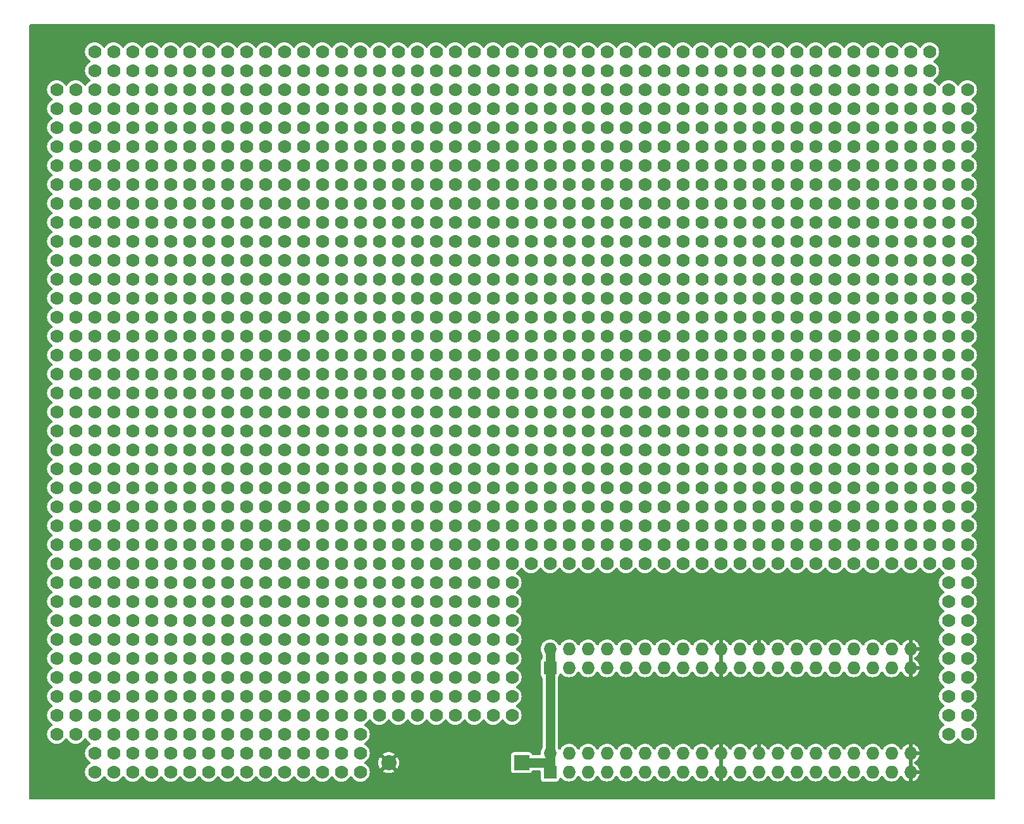
<source format=gbr>
G04 #@! TF.GenerationSoftware,KiCad,Pcbnew,8.0.4*
G04 #@! TF.CreationDate,2024-11-12T14:01:25-05:00*
G04 #@! TF.ProjectId,gw-glitchbus-proto2,67772d67-6c69-4746-9368-6275732d7072,PRODUCTION*
G04 #@! TF.SameCoordinates,Original*
G04 #@! TF.FileFunction,Copper,L2,Bot*
G04 #@! TF.FilePolarity,Positive*
%FSLAX46Y46*%
G04 Gerber Fmt 4.6, Leading zero omitted, Abs format (unit mm)*
G04 Created by KiCad (PCBNEW 8.0.4) date 2024-11-12 14:01:25*
%MOMM*%
%LPD*%
G01*
G04 APERTURE LIST*
G04 #@! TA.AperFunction,ComponentPad*
%ADD10C,4.064000*%
G04 #@! TD*
G04 #@! TA.AperFunction,ComponentPad*
%ADD11C,1.778000*%
G04 #@! TD*
G04 #@! TA.AperFunction,ComponentPad*
%ADD12R,1.727200X1.727200*%
G04 #@! TD*
G04 #@! TA.AperFunction,ComponentPad*
%ADD13O,1.727200X1.727200*%
G04 #@! TD*
G04 #@! TA.AperFunction,ComponentPad*
%ADD14R,2.032000X2.032000*%
G04 #@! TD*
G04 #@! TA.AperFunction,ComponentPad*
%ADD15C,2.032000*%
G04 #@! TD*
G04 #@! TA.AperFunction,Conductor*
%ADD16C,1.270000*%
G04 #@! TD*
G04 APERTURE END LIST*
D10*
X195580000Y-152400000D03*
X73660000Y-152400000D03*
X73660000Y-55880000D03*
X195580000Y-55880000D03*
D11*
X111760000Y-152400000D03*
X96520000Y-149860000D03*
X86360000Y-152400000D03*
X104140000Y-149860000D03*
X104140000Y-152400000D03*
X106680000Y-152400000D03*
X81280000Y-149860000D03*
X114300000Y-152400000D03*
X93980000Y-149860000D03*
X91440000Y-149860000D03*
X109220000Y-152400000D03*
X106680000Y-149860000D03*
X99060000Y-152400000D03*
X109220000Y-149860000D03*
X88900000Y-152400000D03*
X83820000Y-149860000D03*
X78740000Y-149860000D03*
X101600000Y-152400000D03*
X81280000Y-152400000D03*
X99060000Y-149860000D03*
X93980000Y-152400000D03*
X111760000Y-149860000D03*
X114300000Y-149860000D03*
X91440000Y-152400000D03*
X88900000Y-149860000D03*
X86360000Y-149860000D03*
X96520000Y-152400000D03*
X83820000Y-152400000D03*
X78740000Y-152400000D03*
X101600000Y-149860000D03*
X193040000Y-144780000D03*
X195580000Y-147320000D03*
X193040000Y-142240000D03*
X193040000Y-139700000D03*
X195580000Y-144780000D03*
X195580000Y-142240000D03*
X195580000Y-139700000D03*
X193040000Y-147320000D03*
X88900000Y-144780000D03*
X91440000Y-147320000D03*
X114300000Y-144780000D03*
X114300000Y-147320000D03*
X121920000Y-144780000D03*
X81280000Y-144780000D03*
X78740000Y-142240000D03*
X109220000Y-144780000D03*
X99060000Y-147320000D03*
X99060000Y-142240000D03*
X134620000Y-139700000D03*
X111760000Y-139700000D03*
X121920000Y-139700000D03*
X119380000Y-139700000D03*
X76200000Y-139700000D03*
X96520000Y-147320000D03*
X86360000Y-144780000D03*
X78740000Y-139700000D03*
X83820000Y-139700000D03*
X111760000Y-147320000D03*
X81280000Y-142240000D03*
X134620000Y-144780000D03*
X96520000Y-144780000D03*
X127000000Y-142240000D03*
X129540000Y-142240000D03*
X129540000Y-144780000D03*
X134620000Y-142240000D03*
X132080000Y-139700000D03*
X129540000Y-139700000D03*
X73660000Y-147320000D03*
X93980000Y-147320000D03*
X132080000Y-142240000D03*
X114300000Y-142240000D03*
X132080000Y-144780000D03*
X93980000Y-144780000D03*
X86360000Y-147320000D03*
X96520000Y-142240000D03*
X86360000Y-139700000D03*
X101600000Y-139700000D03*
X104140000Y-139700000D03*
X99060000Y-139700000D03*
X106680000Y-147320000D03*
X127000000Y-144780000D03*
X73660000Y-139700000D03*
X76200000Y-144780000D03*
X106680000Y-144780000D03*
X109220000Y-147320000D03*
X91440000Y-144780000D03*
X88900000Y-142240000D03*
X99060000Y-144780000D03*
X81280000Y-147320000D03*
X124460000Y-139700000D03*
X91440000Y-139700000D03*
X111760000Y-142240000D03*
X119380000Y-144780000D03*
X104140000Y-142240000D03*
X78740000Y-147320000D03*
X83820000Y-147320000D03*
X86360000Y-142240000D03*
X114300000Y-139700000D03*
X109220000Y-139700000D03*
X101600000Y-147320000D03*
X78740000Y-144780000D03*
X83820000Y-144780000D03*
X106680000Y-142240000D03*
X104140000Y-147320000D03*
X109220000Y-142240000D03*
X73660000Y-144780000D03*
X76200000Y-147320000D03*
X73660000Y-142240000D03*
X88900000Y-139700000D03*
X93980000Y-139700000D03*
X106680000Y-139700000D03*
X96520000Y-139700000D03*
X127000000Y-139700000D03*
X116840000Y-139700000D03*
X91440000Y-142240000D03*
X101600000Y-144780000D03*
X83820000Y-142240000D03*
X116840000Y-142240000D03*
X121920000Y-142240000D03*
X116840000Y-144780000D03*
X101600000Y-142240000D03*
X119380000Y-142240000D03*
X111760000Y-144780000D03*
X93980000Y-142240000D03*
X76200000Y-142240000D03*
X124460000Y-142240000D03*
X104140000Y-144780000D03*
X88900000Y-147320000D03*
X124460000Y-144780000D03*
X81280000Y-139700000D03*
X73660000Y-60960000D03*
X76200000Y-63500000D03*
X76200000Y-66040000D03*
X76200000Y-93980000D03*
X73660000Y-114300000D03*
X73660000Y-109220000D03*
X76200000Y-60960000D03*
X76200000Y-96520000D03*
X73660000Y-76200000D03*
X73660000Y-104140000D03*
X76200000Y-116840000D03*
X73660000Y-78740000D03*
X73660000Y-91440000D03*
X76200000Y-104140000D03*
X76200000Y-76200000D03*
X73660000Y-134620000D03*
X76200000Y-137160000D03*
X73660000Y-132080000D03*
X73660000Y-121920000D03*
X73660000Y-111760000D03*
X76200000Y-114300000D03*
X73660000Y-81280000D03*
X76200000Y-127000000D03*
X76200000Y-119380000D03*
X73660000Y-129540000D03*
X76200000Y-134620000D03*
X76200000Y-132080000D03*
X73660000Y-66040000D03*
X76200000Y-78740000D03*
X73660000Y-63500000D03*
X73660000Y-99060000D03*
X73660000Y-93980000D03*
X73660000Y-88900000D03*
X76200000Y-91440000D03*
X76200000Y-71120000D03*
X76200000Y-68580000D03*
X76200000Y-73660000D03*
X73660000Y-101600000D03*
X76200000Y-88900000D03*
X73660000Y-73660000D03*
X76200000Y-101600000D03*
X73660000Y-86360000D03*
X73660000Y-83820000D03*
X73660000Y-106680000D03*
X76200000Y-111760000D03*
X73660000Y-116840000D03*
X76200000Y-83820000D03*
X76200000Y-109220000D03*
X73660000Y-71120000D03*
X73660000Y-127000000D03*
X76200000Y-129540000D03*
X76200000Y-121920000D03*
X76200000Y-106680000D03*
X73660000Y-137160000D03*
X73660000Y-68580000D03*
X76200000Y-86360000D03*
X76200000Y-81280000D03*
X76200000Y-99060000D03*
X76200000Y-124460000D03*
X73660000Y-96520000D03*
X73660000Y-124460000D03*
X73660000Y-119380000D03*
X193040000Y-132080000D03*
X193040000Y-121920000D03*
X193040000Y-111760000D03*
X195580000Y-114300000D03*
X195580000Y-116840000D03*
X193040000Y-78740000D03*
X193040000Y-91440000D03*
X195580000Y-104140000D03*
X195580000Y-76200000D03*
X193040000Y-134620000D03*
X195580000Y-137160000D03*
X193040000Y-73660000D03*
X195580000Y-101600000D03*
X193040000Y-86360000D03*
X193040000Y-83820000D03*
X193040000Y-106680000D03*
X195580000Y-111760000D03*
X193040000Y-116840000D03*
X195580000Y-127000000D03*
X195580000Y-119380000D03*
X193040000Y-129540000D03*
X195580000Y-134620000D03*
X195580000Y-132080000D03*
X193040000Y-127000000D03*
X195580000Y-129540000D03*
X195580000Y-121920000D03*
X195580000Y-106680000D03*
X193040000Y-137160000D03*
X193040000Y-66040000D03*
X195580000Y-78740000D03*
X193040000Y-63500000D03*
X193040000Y-99060000D03*
X193040000Y-93980000D03*
X193040000Y-88900000D03*
X195580000Y-91440000D03*
X195580000Y-71120000D03*
X195580000Y-68580000D03*
X195580000Y-66040000D03*
X195580000Y-93980000D03*
X193040000Y-114300000D03*
X195580000Y-96520000D03*
X193040000Y-76200000D03*
X193040000Y-104140000D03*
X195580000Y-83820000D03*
X195580000Y-109220000D03*
X193040000Y-71120000D03*
X195580000Y-86360000D03*
X195580000Y-81280000D03*
X195580000Y-99060000D03*
X193040000Y-124460000D03*
X193040000Y-119380000D03*
X195580000Y-124460000D03*
X193040000Y-96520000D03*
X195580000Y-73660000D03*
X193040000Y-101600000D03*
X193040000Y-109220000D03*
X195580000Y-60960000D03*
X193040000Y-60960000D03*
X195580000Y-63500000D03*
X193040000Y-81280000D03*
X193040000Y-68580000D03*
X195580000Y-88900000D03*
X124460000Y-132080000D03*
X91440000Y-132080000D03*
X134620000Y-137160000D03*
X101600000Y-134620000D03*
X83820000Y-132080000D03*
X116840000Y-132080000D03*
X121920000Y-132080000D03*
X116840000Y-134620000D03*
X101600000Y-132080000D03*
X119380000Y-132080000D03*
X111760000Y-134620000D03*
X93980000Y-132080000D03*
X111760000Y-137160000D03*
X121920000Y-137160000D03*
X81280000Y-132080000D03*
X134620000Y-134620000D03*
X119380000Y-137160000D03*
X96520000Y-134620000D03*
X127000000Y-132080000D03*
X129540000Y-132080000D03*
X129540000Y-134620000D03*
X134620000Y-132080000D03*
X111760000Y-132080000D03*
X119380000Y-134620000D03*
X104140000Y-132080000D03*
X78740000Y-137160000D03*
X83820000Y-137160000D03*
X86360000Y-132080000D03*
X114300000Y-132080000D03*
X132080000Y-137160000D03*
X132080000Y-134620000D03*
X129540000Y-137160000D03*
X93980000Y-134620000D03*
X86360000Y-137160000D03*
X96520000Y-132080000D03*
X101600000Y-137160000D03*
X78740000Y-134620000D03*
X83820000Y-134620000D03*
X106680000Y-132080000D03*
X104140000Y-137160000D03*
X109220000Y-134620000D03*
X99060000Y-137160000D03*
X99060000Y-132080000D03*
X124460000Y-137160000D03*
X88900000Y-134620000D03*
X91440000Y-137160000D03*
X114300000Y-134620000D03*
X114300000Y-137160000D03*
X121920000Y-134620000D03*
X106680000Y-134620000D03*
X109220000Y-137160000D03*
X91440000Y-134620000D03*
X104140000Y-134620000D03*
X88900000Y-137160000D03*
X93980000Y-137160000D03*
X132080000Y-132080000D03*
X106680000Y-137160000D03*
X127000000Y-134620000D03*
X96520000Y-137160000D03*
X86360000Y-134620000D03*
X127000000Y-137160000D03*
X116840000Y-137160000D03*
X88900000Y-132080000D03*
X99060000Y-134620000D03*
X81280000Y-137160000D03*
X78740000Y-132080000D03*
X109220000Y-132080000D03*
X81280000Y-134620000D03*
X124460000Y-134620000D03*
X121920000Y-121920000D03*
X104140000Y-119380000D03*
X106680000Y-127000000D03*
X142240000Y-119380000D03*
X109220000Y-129540000D03*
X127000000Y-119380000D03*
X96520000Y-127000000D03*
X127000000Y-124460000D03*
X129540000Y-124460000D03*
X116840000Y-119380000D03*
X129540000Y-127000000D03*
X134620000Y-124460000D03*
X157480000Y-124460000D03*
X111760000Y-124460000D03*
X162560000Y-119380000D03*
X86360000Y-121920000D03*
X119380000Y-127000000D03*
X99060000Y-121920000D03*
X81280000Y-129540000D03*
X78740000Y-124460000D03*
X119380000Y-121920000D03*
X157480000Y-119380000D03*
X129540000Y-119380000D03*
X111760000Y-119380000D03*
X144780000Y-119380000D03*
X187960000Y-124460000D03*
X152400000Y-121920000D03*
X182880000Y-121920000D03*
X177800000Y-121920000D03*
X137160000Y-119380000D03*
X162560000Y-124460000D03*
X165100000Y-124460000D03*
X119380000Y-119380000D03*
X129540000Y-121920000D03*
X185420000Y-124460000D03*
X96520000Y-119380000D03*
X109220000Y-127000000D03*
X99060000Y-129540000D03*
X114300000Y-119380000D03*
X99060000Y-124460000D03*
X93980000Y-129540000D03*
X132080000Y-124460000D03*
X106680000Y-129540000D03*
X106680000Y-121920000D03*
X160020000Y-121920000D03*
X93980000Y-119380000D03*
X177800000Y-119380000D03*
X154940000Y-124460000D03*
X139700000Y-121920000D03*
X172720000Y-121920000D03*
X111760000Y-121920000D03*
X121920000Y-129540000D03*
X142240000Y-121920000D03*
X81280000Y-124460000D03*
X101600000Y-119380000D03*
X134620000Y-127000000D03*
X119380000Y-129540000D03*
X167640000Y-124460000D03*
X147320000Y-124460000D03*
X104140000Y-121920000D03*
X93980000Y-124460000D03*
X165100000Y-121920000D03*
X172720000Y-124460000D03*
X149860000Y-124460000D03*
X78740000Y-121920000D03*
X132080000Y-121920000D03*
X111760000Y-129540000D03*
X81280000Y-121920000D03*
X104140000Y-124460000D03*
X78740000Y-129540000D03*
X137160000Y-124460000D03*
X93980000Y-121920000D03*
X83820000Y-129540000D03*
X109220000Y-119380000D03*
X170180000Y-119380000D03*
X147320000Y-119380000D03*
X134620000Y-119380000D03*
X127000000Y-129540000D03*
X144780000Y-121920000D03*
X116840000Y-121920000D03*
X147320000Y-121920000D03*
X116840000Y-129540000D03*
X83820000Y-119380000D03*
X144780000Y-124460000D03*
X88900000Y-124460000D03*
X78740000Y-119380000D03*
X99060000Y-127000000D03*
X185420000Y-121920000D03*
X149860000Y-121920000D03*
X165100000Y-119380000D03*
X134620000Y-121920000D03*
X175260000Y-119380000D03*
X101600000Y-121920000D03*
X132080000Y-127000000D03*
X129540000Y-129540000D03*
X182880000Y-124460000D03*
X124460000Y-119380000D03*
X187960000Y-119380000D03*
X109220000Y-124460000D03*
X81280000Y-127000000D03*
X190500000Y-124460000D03*
X124460000Y-127000000D03*
X177800000Y-124460000D03*
X86360000Y-124460000D03*
X142240000Y-124460000D03*
X180340000Y-121920000D03*
X127000000Y-121920000D03*
X170180000Y-124460000D03*
X114300000Y-124460000D03*
X132080000Y-129540000D03*
X167640000Y-119380000D03*
X160020000Y-119380000D03*
X104140000Y-127000000D03*
X109220000Y-121920000D03*
X180340000Y-124460000D03*
X91440000Y-127000000D03*
X157480000Y-121920000D03*
X172720000Y-119380000D03*
X149860000Y-119380000D03*
X114300000Y-121920000D03*
X93980000Y-127000000D03*
X139700000Y-124460000D03*
X86360000Y-129540000D03*
X91440000Y-124460000D03*
X91440000Y-121920000D03*
X106680000Y-119380000D03*
X134620000Y-129540000D03*
X101600000Y-127000000D03*
X96520000Y-124460000D03*
X101600000Y-129540000D03*
X78740000Y-127000000D03*
X154940000Y-119380000D03*
X124460000Y-121920000D03*
X182880000Y-119380000D03*
X104140000Y-129540000D03*
X175260000Y-124460000D03*
X185420000Y-119380000D03*
X124460000Y-129540000D03*
X88900000Y-127000000D03*
X91440000Y-129540000D03*
X190500000Y-119380000D03*
X91440000Y-119380000D03*
X175260000Y-121920000D03*
X88900000Y-119380000D03*
X121920000Y-124460000D03*
X124460000Y-124460000D03*
X160020000Y-124460000D03*
X96520000Y-121920000D03*
X88900000Y-121920000D03*
X152400000Y-124460000D03*
X116840000Y-127000000D03*
X101600000Y-124460000D03*
X119380000Y-124460000D03*
X111760000Y-127000000D03*
X180340000Y-119380000D03*
X167640000Y-121920000D03*
X88900000Y-129540000D03*
X114300000Y-129540000D03*
X121920000Y-127000000D03*
X96520000Y-129540000D03*
X86360000Y-127000000D03*
X152400000Y-119380000D03*
X190500000Y-121920000D03*
X127000000Y-127000000D03*
X114300000Y-127000000D03*
X170180000Y-121920000D03*
X83820000Y-127000000D03*
X83820000Y-121920000D03*
X137160000Y-121920000D03*
X187960000Y-121920000D03*
X132080000Y-119380000D03*
X86360000Y-119380000D03*
X99060000Y-119380000D03*
X162560000Y-121920000D03*
X116840000Y-124460000D03*
X154940000Y-121920000D03*
X106680000Y-124460000D03*
X139700000Y-119380000D03*
X121920000Y-119380000D03*
X83820000Y-124460000D03*
X81280000Y-119380000D03*
X185420000Y-106680000D03*
X149860000Y-116840000D03*
X124460000Y-116840000D03*
X116840000Y-106680000D03*
X129540000Y-114300000D03*
X134620000Y-111760000D03*
X157480000Y-111760000D03*
X111760000Y-111760000D03*
X154940000Y-111760000D03*
X139700000Y-109220000D03*
X172720000Y-109220000D03*
X111760000Y-109220000D03*
X121920000Y-116840000D03*
X114300000Y-106680000D03*
X162560000Y-114300000D03*
X99060000Y-111760000D03*
X190500000Y-116840000D03*
X93980000Y-116840000D03*
X96520000Y-111760000D03*
X101600000Y-116840000D03*
X78740000Y-114300000D03*
X154940000Y-106680000D03*
X124460000Y-109220000D03*
X91440000Y-111760000D03*
X91440000Y-109220000D03*
X106680000Y-106680000D03*
X134620000Y-116840000D03*
X101600000Y-114300000D03*
X137160000Y-106680000D03*
X190500000Y-114300000D03*
X185420000Y-114300000D03*
X162560000Y-111760000D03*
X165100000Y-111760000D03*
X83820000Y-116840000D03*
X139700000Y-116840000D03*
X109220000Y-106680000D03*
X170180000Y-106680000D03*
X160020000Y-106680000D03*
X104140000Y-114300000D03*
X175260000Y-114300000D03*
X109220000Y-109220000D03*
X106680000Y-109220000D03*
X160020000Y-109220000D03*
X93980000Y-106680000D03*
X177800000Y-106680000D03*
X78740000Y-106680000D03*
X99060000Y-114300000D03*
X144780000Y-114300000D03*
X185420000Y-109220000D03*
X127000000Y-116840000D03*
X144780000Y-109220000D03*
X116840000Y-109220000D03*
X147320000Y-109220000D03*
X119380000Y-109220000D03*
X157480000Y-106680000D03*
X129540000Y-106680000D03*
X111760000Y-106680000D03*
X111760000Y-116840000D03*
X81280000Y-109220000D03*
X104140000Y-111760000D03*
X78740000Y-116840000D03*
X96520000Y-114300000D03*
X127000000Y-111760000D03*
X137160000Y-114300000D03*
X172720000Y-106680000D03*
X149860000Y-106680000D03*
X114300000Y-109220000D03*
X93980000Y-114300000D03*
X83820000Y-109220000D03*
X149860000Y-114300000D03*
X167640000Y-116840000D03*
X149860000Y-111760000D03*
X78740000Y-109220000D03*
X132080000Y-109220000D03*
X177800000Y-114300000D03*
X101600000Y-106680000D03*
X134620000Y-114300000D03*
X119380000Y-116840000D03*
X167640000Y-111760000D03*
X132080000Y-116840000D03*
X167640000Y-106680000D03*
X172720000Y-114300000D03*
X106680000Y-111760000D03*
X139700000Y-106680000D03*
X121920000Y-106680000D03*
X114300000Y-116840000D03*
X121920000Y-114300000D03*
X177800000Y-116840000D03*
X152400000Y-114300000D03*
X165100000Y-109220000D03*
X172720000Y-111760000D03*
X180340000Y-109220000D03*
X127000000Y-109220000D03*
X170180000Y-111760000D03*
X180340000Y-111760000D03*
X91440000Y-114300000D03*
X157480000Y-109220000D03*
X182880000Y-109220000D03*
X177800000Y-109220000D03*
X154940000Y-116840000D03*
X152400000Y-116840000D03*
X147320000Y-111760000D03*
X104140000Y-109220000D03*
X182880000Y-114300000D03*
X147320000Y-116840000D03*
X127000000Y-106680000D03*
X144780000Y-106680000D03*
X187960000Y-111760000D03*
X152400000Y-109220000D03*
X187960000Y-106680000D03*
X109220000Y-111760000D03*
X160020000Y-114300000D03*
X185420000Y-116840000D03*
X139700000Y-111760000D03*
X86360000Y-116840000D03*
X177800000Y-111760000D03*
X86360000Y-111760000D03*
X142240000Y-111760000D03*
X147320000Y-106680000D03*
X134620000Y-106680000D03*
X154940000Y-114300000D03*
X170180000Y-109220000D03*
X83820000Y-114300000D03*
X157480000Y-114300000D03*
X162560000Y-109220000D03*
X116840000Y-111760000D03*
X154940000Y-109220000D03*
X165100000Y-114300000D03*
X144780000Y-116840000D03*
X93980000Y-111760000D03*
X182880000Y-116840000D03*
X182880000Y-111760000D03*
X124460000Y-106680000D03*
X83820000Y-106680000D03*
X144780000Y-111760000D03*
X88900000Y-111760000D03*
X137160000Y-109220000D03*
X139700000Y-114300000D03*
X180340000Y-114300000D03*
X160020000Y-116840000D03*
X106680000Y-116840000D03*
X149860000Y-109220000D03*
X165100000Y-106680000D03*
X134620000Y-109220000D03*
X175260000Y-106680000D03*
X101600000Y-109220000D03*
X119380000Y-114300000D03*
X99060000Y-109220000D03*
X142240000Y-106680000D03*
X109220000Y-116840000D03*
X182880000Y-106680000D03*
X162560000Y-116840000D03*
X142240000Y-116840000D03*
X167640000Y-114300000D03*
X142240000Y-109220000D03*
X81280000Y-111760000D03*
X185420000Y-111760000D03*
X96520000Y-106680000D03*
X137160000Y-111760000D03*
X93980000Y-109220000D03*
X114300000Y-111760000D03*
X175260000Y-116840000D03*
X190500000Y-106680000D03*
X91440000Y-106680000D03*
X152400000Y-106680000D03*
X190500000Y-109220000D03*
X88900000Y-114300000D03*
X91440000Y-116840000D03*
X162560000Y-106680000D03*
X86360000Y-109220000D03*
X104140000Y-116840000D03*
X175260000Y-111760000D03*
X137160000Y-116840000D03*
X187960000Y-116840000D03*
X99060000Y-106680000D03*
X157480000Y-116840000D03*
X180340000Y-116840000D03*
X116840000Y-114300000D03*
X167640000Y-109220000D03*
X88900000Y-116840000D03*
X83820000Y-111760000D03*
X81280000Y-106680000D03*
X132080000Y-114300000D03*
X129540000Y-116840000D03*
X127000000Y-114300000D03*
X165100000Y-116840000D03*
X109220000Y-114300000D03*
X99060000Y-116840000D03*
X104140000Y-106680000D03*
X106680000Y-114300000D03*
X132080000Y-106680000D03*
X170180000Y-114300000D03*
X81280000Y-114300000D03*
X190500000Y-111760000D03*
X119380000Y-106680000D03*
X129540000Y-109220000D03*
X81280000Y-116840000D03*
X78740000Y-111760000D03*
X86360000Y-106680000D03*
X172720000Y-116840000D03*
X121920000Y-111760000D03*
X119380000Y-111760000D03*
X187960000Y-109220000D03*
X152400000Y-111760000D03*
X142240000Y-114300000D03*
X88900000Y-109220000D03*
X114300000Y-114300000D03*
X96520000Y-109220000D03*
X96520000Y-116840000D03*
X132080000Y-111760000D03*
X147320000Y-114300000D03*
X187960000Y-114300000D03*
X180340000Y-106680000D03*
X170180000Y-116840000D03*
X124460000Y-111760000D03*
X86360000Y-114300000D03*
X129540000Y-111760000D03*
X101600000Y-111760000D03*
X175260000Y-109220000D03*
X121920000Y-109220000D03*
X160020000Y-111760000D03*
X124460000Y-114300000D03*
X111760000Y-114300000D03*
X88900000Y-106680000D03*
X116840000Y-116840000D03*
X185420000Y-93980000D03*
X185420000Y-101600000D03*
X162560000Y-99060000D03*
X165100000Y-99060000D03*
X134620000Y-96520000D03*
X175260000Y-93980000D03*
X109220000Y-101600000D03*
X99060000Y-104140000D03*
X132080000Y-104140000D03*
X167640000Y-93980000D03*
X137160000Y-104140000D03*
X187960000Y-104140000D03*
X106680000Y-101600000D03*
X132080000Y-93980000D03*
X185420000Y-99060000D03*
X96520000Y-93980000D03*
X167640000Y-96520000D03*
X88900000Y-104140000D03*
X144780000Y-93980000D03*
X187960000Y-99060000D03*
X119380000Y-99060000D03*
X187960000Y-96520000D03*
X177800000Y-99060000D03*
X86360000Y-99060000D03*
X96520000Y-104140000D03*
X132080000Y-99060000D03*
X129540000Y-96520000D03*
X81280000Y-104140000D03*
X127000000Y-101600000D03*
X165100000Y-104140000D03*
X177800000Y-101600000D03*
X101600000Y-93980000D03*
X170180000Y-93980000D03*
X160020000Y-93980000D03*
X86360000Y-93980000D03*
X172720000Y-104140000D03*
X124460000Y-96520000D03*
X91440000Y-99060000D03*
X149860000Y-96520000D03*
X165100000Y-93980000D03*
X121920000Y-101600000D03*
X177800000Y-104140000D03*
X144780000Y-99060000D03*
X88900000Y-99060000D03*
X144780000Y-96520000D03*
X116840000Y-96520000D03*
X124460000Y-104140000D03*
X116840000Y-93980000D03*
X129540000Y-101600000D03*
X134620000Y-99060000D03*
X96520000Y-101600000D03*
X127000000Y-99060000D03*
X147320000Y-93980000D03*
X134620000Y-93980000D03*
X78740000Y-93980000D03*
X99060000Y-101600000D03*
X172720000Y-93980000D03*
X149860000Y-93980000D03*
X96520000Y-99060000D03*
X101600000Y-104140000D03*
X78740000Y-101600000D03*
X154940000Y-93980000D03*
X104140000Y-99060000D03*
X78740000Y-104140000D03*
X139700000Y-101600000D03*
X180340000Y-101600000D03*
X187960000Y-101600000D03*
X180340000Y-93980000D03*
X124460000Y-101600000D03*
X111760000Y-101600000D03*
X124460000Y-99060000D03*
X86360000Y-101600000D03*
X152400000Y-99060000D03*
X142240000Y-101600000D03*
X88900000Y-96520000D03*
X114300000Y-101600000D03*
X99060000Y-99060000D03*
X190500000Y-104140000D03*
X116840000Y-99060000D03*
X154940000Y-96520000D03*
X165100000Y-101600000D03*
X144780000Y-104140000D03*
X119380000Y-101600000D03*
X99060000Y-96520000D03*
X160020000Y-104140000D03*
X106680000Y-104140000D03*
X149860000Y-101600000D03*
X167640000Y-104140000D03*
X139700000Y-93980000D03*
X121920000Y-93980000D03*
X142240000Y-96520000D03*
X81280000Y-99060000D03*
X162560000Y-104140000D03*
X142240000Y-104140000D03*
X111760000Y-96520000D03*
X121920000Y-104140000D03*
X104140000Y-104140000D03*
X175260000Y-99060000D03*
X81280000Y-96520000D03*
X157480000Y-99060000D03*
X111760000Y-93980000D03*
X170180000Y-104140000D03*
X91440000Y-104140000D03*
X129540000Y-93980000D03*
X139700000Y-104140000D03*
X91440000Y-96520000D03*
X109220000Y-93980000D03*
X139700000Y-96520000D03*
X177800000Y-93980000D03*
X106680000Y-99060000D03*
X106680000Y-93980000D03*
X144780000Y-101600000D03*
X162560000Y-96520000D03*
X154940000Y-99060000D03*
X93980000Y-93980000D03*
X114300000Y-96520000D03*
X91440000Y-93980000D03*
X78740000Y-96520000D03*
X177800000Y-96520000D03*
X127000000Y-93980000D03*
X132080000Y-96520000D03*
X157480000Y-101600000D03*
X134620000Y-104140000D03*
X109220000Y-96520000D03*
X185420000Y-96520000D03*
X175260000Y-101600000D03*
X157480000Y-96520000D03*
X162560000Y-101600000D03*
X157480000Y-93980000D03*
X162560000Y-93980000D03*
X147320000Y-101600000D03*
X93980000Y-101600000D03*
X170180000Y-99060000D03*
X96520000Y-96520000D03*
X129540000Y-104140000D03*
X160020000Y-99060000D03*
X111760000Y-99060000D03*
X83820000Y-104140000D03*
X172720000Y-96520000D03*
X127000000Y-104140000D03*
X78740000Y-99060000D03*
X182880000Y-104140000D03*
X111760000Y-104140000D03*
X160020000Y-96520000D03*
X93980000Y-104140000D03*
X182880000Y-93980000D03*
X147320000Y-96520000D03*
X106680000Y-96520000D03*
X114300000Y-93980000D03*
X190500000Y-96520000D03*
X119380000Y-96520000D03*
X137160000Y-101600000D03*
X116840000Y-101600000D03*
X99060000Y-93980000D03*
X121920000Y-99060000D03*
X137160000Y-93980000D03*
X121920000Y-96520000D03*
X134620000Y-101600000D03*
X109220000Y-99060000D03*
X152400000Y-96520000D03*
X147320000Y-104140000D03*
X185420000Y-104140000D03*
X83820000Y-101600000D03*
X149860000Y-104140000D03*
X127000000Y-96520000D03*
X104140000Y-93980000D03*
X139700000Y-99060000D03*
X154940000Y-101600000D03*
X182880000Y-99060000D03*
X165100000Y-96520000D03*
X86360000Y-96520000D03*
X180340000Y-104140000D03*
X86360000Y-104140000D03*
X180340000Y-96520000D03*
X160020000Y-101600000D03*
X190500000Y-99060000D03*
X170180000Y-101600000D03*
X180340000Y-99060000D03*
X137160000Y-99060000D03*
X175260000Y-96520000D03*
X157480000Y-104140000D03*
X114300000Y-99060000D03*
X81280000Y-93980000D03*
X119380000Y-93980000D03*
X129540000Y-99060000D03*
X190500000Y-93980000D03*
X152400000Y-93980000D03*
X109220000Y-104140000D03*
X83820000Y-96520000D03*
X124460000Y-93980000D03*
X101600000Y-99060000D03*
X142240000Y-93980000D03*
X152400000Y-104140000D03*
X104140000Y-96520000D03*
X142240000Y-99060000D03*
X175260000Y-104140000D03*
X83820000Y-99060000D03*
X149860000Y-99060000D03*
X187960000Y-93980000D03*
X116840000Y-104140000D03*
X93980000Y-96520000D03*
X147320000Y-99060000D03*
X132080000Y-101600000D03*
X104140000Y-101600000D03*
X83820000Y-93980000D03*
X154940000Y-104140000D03*
X114300000Y-104140000D03*
X137160000Y-96520000D03*
X167640000Y-99060000D03*
X101600000Y-96520000D03*
X93980000Y-99060000D03*
X172720000Y-101600000D03*
X182880000Y-101600000D03*
X91440000Y-101600000D03*
X172720000Y-99060000D03*
X167640000Y-101600000D03*
X119380000Y-104140000D03*
X152400000Y-101600000D03*
X88900000Y-101600000D03*
X182880000Y-96520000D03*
X88900000Y-93980000D03*
X81280000Y-101600000D03*
X190500000Y-101600000D03*
X101600000Y-101600000D03*
X170180000Y-96520000D03*
X127000000Y-88900000D03*
X99060000Y-88900000D03*
X172720000Y-81280000D03*
X99060000Y-83820000D03*
X160020000Y-91440000D03*
X86360000Y-81280000D03*
X172720000Y-91440000D03*
X187960000Y-91440000D03*
X106680000Y-88900000D03*
X165100000Y-91440000D03*
X177800000Y-88900000D03*
X83820000Y-86360000D03*
X149860000Y-86360000D03*
X93980000Y-83820000D03*
X147320000Y-86360000D03*
X167640000Y-83820000D03*
X88900000Y-91440000D03*
X86360000Y-86360000D03*
X96520000Y-91440000D03*
X190500000Y-88900000D03*
X101600000Y-88900000D03*
X187960000Y-86360000D03*
X119380000Y-86360000D03*
X124460000Y-83820000D03*
X91440000Y-86360000D03*
X170180000Y-88900000D03*
X180340000Y-86360000D03*
X132080000Y-81280000D03*
X185420000Y-86360000D03*
X167640000Y-81280000D03*
X137160000Y-91440000D03*
X88900000Y-81280000D03*
X81280000Y-88900000D03*
X162560000Y-86360000D03*
X165100000Y-86360000D03*
X99060000Y-91440000D03*
X132080000Y-91440000D03*
X170180000Y-81280000D03*
X160020000Y-81280000D03*
X185420000Y-81280000D03*
X185420000Y-88900000D03*
X129540000Y-83820000D03*
X81280000Y-91440000D03*
X152400000Y-88900000D03*
X88900000Y-88900000D03*
X134620000Y-83820000D03*
X175260000Y-81280000D03*
X182880000Y-81280000D03*
X147320000Y-83820000D03*
X129540000Y-88900000D03*
X134620000Y-86360000D03*
X88900000Y-83820000D03*
X114300000Y-88900000D03*
X93980000Y-86360000D03*
X172720000Y-88900000D03*
X147320000Y-88900000D03*
X93980000Y-88900000D03*
X190500000Y-91440000D03*
X116840000Y-86360000D03*
X180340000Y-91440000D03*
X86360000Y-91440000D03*
X139700000Y-81280000D03*
X121920000Y-81280000D03*
X104140000Y-86360000D03*
X78740000Y-91440000D03*
X106680000Y-81280000D03*
X144780000Y-88900000D03*
X124460000Y-88900000D03*
X111760000Y-88900000D03*
X154940000Y-91440000D03*
X114300000Y-91440000D03*
X152400000Y-83820000D03*
X147320000Y-91440000D03*
X139700000Y-88900000D03*
X180340000Y-88900000D03*
X78740000Y-83820000D03*
X177800000Y-83820000D03*
X129540000Y-81280000D03*
X139700000Y-91440000D03*
X149860000Y-81280000D03*
X96520000Y-86360000D03*
X190500000Y-83820000D03*
X119380000Y-83820000D03*
X167640000Y-86360000D03*
X101600000Y-83820000D03*
X81280000Y-81280000D03*
X119380000Y-81280000D03*
X147320000Y-81280000D03*
X134620000Y-81280000D03*
X129540000Y-86360000D03*
X190500000Y-81280000D03*
X165100000Y-88900000D03*
X144780000Y-91440000D03*
X99060000Y-81280000D03*
X121920000Y-86360000D03*
X142240000Y-81280000D03*
X152400000Y-91440000D03*
X109220000Y-91440000D03*
X172720000Y-83820000D03*
X111760000Y-83820000D03*
X185420000Y-91440000D03*
X157480000Y-88900000D03*
X91440000Y-83820000D03*
X111760000Y-81280000D03*
X121920000Y-83820000D03*
X127000000Y-81280000D03*
X109220000Y-81280000D03*
X127000000Y-86360000D03*
X124460000Y-91440000D03*
X157480000Y-83820000D03*
X180340000Y-83820000D03*
X142240000Y-91440000D03*
X111760000Y-86360000D03*
X142240000Y-86360000D03*
X132080000Y-83820000D03*
X96520000Y-83820000D03*
X175260000Y-91440000D03*
X152400000Y-86360000D03*
X154940000Y-86360000D03*
X116840000Y-83820000D03*
X132080000Y-88900000D03*
X91440000Y-88900000D03*
X160020000Y-86360000D03*
X187960000Y-88900000D03*
X144780000Y-86360000D03*
X93980000Y-81280000D03*
X83820000Y-83820000D03*
X127000000Y-91440000D03*
X83820000Y-91440000D03*
X134620000Y-91440000D03*
X149860000Y-88900000D03*
X160020000Y-83820000D03*
X162560000Y-88900000D03*
X116840000Y-81280000D03*
X121920000Y-91440000D03*
X134620000Y-88900000D03*
X106680000Y-86360000D03*
X91440000Y-81280000D03*
X137160000Y-81280000D03*
X182880000Y-86360000D03*
X119380000Y-88900000D03*
X165100000Y-83820000D03*
X142240000Y-83820000D03*
X99060000Y-86360000D03*
X114300000Y-83820000D03*
X152400000Y-81280000D03*
X170180000Y-86360000D03*
X78740000Y-86360000D03*
X157480000Y-81280000D03*
X177800000Y-81280000D03*
X177800000Y-91440000D03*
X83820000Y-81280000D03*
X78740000Y-81280000D03*
X149860000Y-91440000D03*
X157480000Y-91440000D03*
X162560000Y-81280000D03*
X154940000Y-81280000D03*
X137160000Y-86360000D03*
X124460000Y-81280000D03*
X182880000Y-83820000D03*
X187960000Y-83820000D03*
X101600000Y-81280000D03*
X104140000Y-91440000D03*
X127000000Y-83820000D03*
X111760000Y-91440000D03*
X116840000Y-88900000D03*
X83820000Y-88900000D03*
X101600000Y-86360000D03*
X104140000Y-81280000D03*
X139700000Y-83820000D03*
X81280000Y-83820000D03*
X175260000Y-83820000D03*
X116840000Y-91440000D03*
X170180000Y-91440000D03*
X175260000Y-86360000D03*
X129540000Y-91440000D03*
X154940000Y-83820000D03*
X109220000Y-86360000D03*
X109220000Y-83820000D03*
X162560000Y-83820000D03*
X144780000Y-83820000D03*
X93980000Y-91440000D03*
X114300000Y-86360000D03*
X137160000Y-88900000D03*
X86360000Y-83820000D03*
X144780000Y-81280000D03*
X121920000Y-88900000D03*
X132080000Y-86360000D03*
X86360000Y-88900000D03*
X91440000Y-91440000D03*
X96520000Y-88900000D03*
X149860000Y-83820000D03*
X137160000Y-83820000D03*
X106680000Y-83820000D03*
X104140000Y-83820000D03*
X185420000Y-83820000D03*
X190500000Y-86360000D03*
X101600000Y-91440000D03*
X106680000Y-91440000D03*
X142240000Y-88900000D03*
X104140000Y-88900000D03*
X88900000Y-86360000D03*
X78740000Y-88900000D03*
X167640000Y-91440000D03*
X182880000Y-91440000D03*
X124460000Y-86360000D03*
X182880000Y-88900000D03*
X139700000Y-86360000D03*
X180340000Y-81280000D03*
X154940000Y-88900000D03*
X96520000Y-81280000D03*
X187960000Y-81280000D03*
X114300000Y-81280000D03*
X157480000Y-86360000D03*
X81280000Y-86360000D03*
X162560000Y-91440000D03*
X167640000Y-88900000D03*
X165100000Y-81280000D03*
X119380000Y-91440000D03*
X175260000Y-88900000D03*
X109220000Y-88900000D03*
X172720000Y-86360000D03*
X160020000Y-88900000D03*
X170180000Y-83820000D03*
X177800000Y-86360000D03*
X129540000Y-68580000D03*
X134620000Y-68580000D03*
X121920000Y-73660000D03*
X109220000Y-78740000D03*
X91440000Y-71120000D03*
X83820000Y-78740000D03*
X121920000Y-78740000D03*
X165100000Y-71120000D03*
X137160000Y-76200000D03*
X124460000Y-68580000D03*
X101600000Y-68580000D03*
X104140000Y-78740000D03*
X81280000Y-71120000D03*
X129540000Y-78740000D03*
X127000000Y-78740000D03*
X86360000Y-71120000D03*
X144780000Y-68580000D03*
X96520000Y-68580000D03*
X109220000Y-73660000D03*
X175260000Y-78740000D03*
X109220000Y-68580000D03*
X180340000Y-71120000D03*
X142240000Y-78740000D03*
X129540000Y-76200000D03*
X147320000Y-71120000D03*
X121920000Y-76200000D03*
X152400000Y-71120000D03*
X88900000Y-78740000D03*
X137160000Y-71120000D03*
X160020000Y-78740000D03*
X167640000Y-76200000D03*
X83820000Y-76200000D03*
X167640000Y-68580000D03*
X83820000Y-73660000D03*
X170180000Y-71120000D03*
X177800000Y-78740000D03*
X88900000Y-76200000D03*
X167640000Y-71120000D03*
X147320000Y-73660000D03*
X142240000Y-76200000D03*
X127000000Y-76200000D03*
X86360000Y-73660000D03*
X165100000Y-68580000D03*
X104140000Y-76200000D03*
X99060000Y-78740000D03*
X162560000Y-73660000D03*
X119380000Y-78740000D03*
X162560000Y-78740000D03*
X134620000Y-71120000D03*
X149860000Y-73660000D03*
X165100000Y-73660000D03*
X180340000Y-73660000D03*
X182880000Y-73660000D03*
X160020000Y-73660000D03*
X101600000Y-73660000D03*
X106680000Y-76200000D03*
X88900000Y-73660000D03*
X124460000Y-71120000D03*
X160020000Y-76200000D03*
X81280000Y-76200000D03*
X129540000Y-71120000D03*
X114300000Y-76200000D03*
X78740000Y-76200000D03*
X175260000Y-76200000D03*
X177800000Y-76200000D03*
X81280000Y-73660000D03*
X187960000Y-78740000D03*
X172720000Y-68580000D03*
X165100000Y-78740000D03*
X185420000Y-68580000D03*
X182880000Y-68580000D03*
X101600000Y-76200000D03*
X170180000Y-76200000D03*
X152400000Y-76200000D03*
X170180000Y-68580000D03*
X160020000Y-68580000D03*
X134620000Y-78740000D03*
X162560000Y-76200000D03*
X180340000Y-68580000D03*
X190500000Y-68580000D03*
X180340000Y-76200000D03*
X132080000Y-71120000D03*
X144780000Y-73660000D03*
X172720000Y-71120000D03*
X152400000Y-73660000D03*
X127000000Y-68580000D03*
X127000000Y-71120000D03*
X144780000Y-71120000D03*
X139700000Y-76200000D03*
X114300000Y-73660000D03*
X165100000Y-76200000D03*
X121920000Y-68580000D03*
X182880000Y-78740000D03*
X124460000Y-78740000D03*
X152400000Y-78740000D03*
X119380000Y-71120000D03*
X177800000Y-71120000D03*
X144780000Y-76200000D03*
X154940000Y-71120000D03*
X157480000Y-78740000D03*
X93980000Y-78740000D03*
X96520000Y-71120000D03*
X187960000Y-76200000D03*
X119380000Y-76200000D03*
X137160000Y-73660000D03*
X91440000Y-78740000D03*
X149860000Y-71120000D03*
X127000000Y-73660000D03*
X177800000Y-68580000D03*
X154940000Y-68580000D03*
X167640000Y-73660000D03*
X187960000Y-68580000D03*
X129540000Y-73660000D03*
X121920000Y-71120000D03*
X190500000Y-71120000D03*
X185420000Y-78740000D03*
X96520000Y-73660000D03*
X91440000Y-76200000D03*
X162560000Y-68580000D03*
X180340000Y-78740000D03*
X185420000Y-76200000D03*
X144780000Y-78740000D03*
X182880000Y-76200000D03*
X132080000Y-76200000D03*
X147320000Y-76200000D03*
X182880000Y-71120000D03*
X124460000Y-76200000D03*
X101600000Y-71120000D03*
X96520000Y-76200000D03*
X111760000Y-78740000D03*
X86360000Y-76200000D03*
X160020000Y-71120000D03*
X154940000Y-73660000D03*
X157480000Y-76200000D03*
X149860000Y-78740000D03*
X111760000Y-76200000D03*
X119380000Y-68580000D03*
X88900000Y-71120000D03*
X185420000Y-71120000D03*
X147320000Y-78740000D03*
X172720000Y-76200000D03*
X96520000Y-78740000D03*
X91440000Y-73660000D03*
X78740000Y-73660000D03*
X139700000Y-78740000D03*
X162560000Y-71120000D03*
X132080000Y-73660000D03*
X119380000Y-73660000D03*
X88900000Y-68580000D03*
X185420000Y-73660000D03*
X177800000Y-73660000D03*
X132080000Y-68580000D03*
X132080000Y-78740000D03*
X172720000Y-73660000D03*
X154940000Y-78740000D03*
X170180000Y-78740000D03*
X154940000Y-76200000D03*
X104140000Y-73660000D03*
X106680000Y-73660000D03*
X175260000Y-73660000D03*
X114300000Y-71120000D03*
X142240000Y-68580000D03*
X124460000Y-73660000D03*
X149860000Y-68580000D03*
X78740000Y-71120000D03*
X142240000Y-73660000D03*
X116840000Y-73660000D03*
X147320000Y-68580000D03*
X137160000Y-68580000D03*
X157480000Y-73660000D03*
X139700000Y-73660000D03*
X93980000Y-73660000D03*
X106680000Y-68580000D03*
X99060000Y-73660000D03*
X83820000Y-71120000D03*
X99060000Y-68580000D03*
X81280000Y-68580000D03*
X116840000Y-68580000D03*
X111760000Y-73660000D03*
X109220000Y-71120000D03*
X142240000Y-71120000D03*
X114300000Y-68580000D03*
X116840000Y-71120000D03*
X111760000Y-68580000D03*
X86360000Y-78740000D03*
X116840000Y-78740000D03*
X93980000Y-68580000D03*
X190500000Y-78740000D03*
X111760000Y-71120000D03*
X149860000Y-76200000D03*
X187960000Y-71120000D03*
X170180000Y-73660000D03*
X83820000Y-68580000D03*
X104140000Y-68580000D03*
X78740000Y-68580000D03*
X134620000Y-76200000D03*
X157480000Y-68580000D03*
X157480000Y-71120000D03*
X91440000Y-68580000D03*
X99060000Y-76200000D03*
X139700000Y-68580000D03*
X134620000Y-73660000D03*
X116840000Y-76200000D03*
X78740000Y-78740000D03*
X139700000Y-71120000D03*
X175260000Y-71120000D03*
X114300000Y-78740000D03*
X175260000Y-68580000D03*
X81280000Y-78740000D03*
X106680000Y-71120000D03*
X152400000Y-68580000D03*
X190500000Y-73660000D03*
X187960000Y-73660000D03*
X93980000Y-71120000D03*
X190500000Y-76200000D03*
X104140000Y-71120000D03*
X167640000Y-78740000D03*
X93980000Y-76200000D03*
X172720000Y-78740000D03*
X86360000Y-68580000D03*
X99060000Y-71120000D03*
X137160000Y-78740000D03*
X101600000Y-78740000D03*
X106680000Y-78740000D03*
X109220000Y-76200000D03*
X137160000Y-66040000D03*
X129540000Y-66040000D03*
X121920000Y-66040000D03*
X167640000Y-66040000D03*
X83820000Y-66040000D03*
X88900000Y-66040000D03*
X142240000Y-66040000D03*
X127000000Y-66040000D03*
X104140000Y-66040000D03*
X106680000Y-66040000D03*
X160020000Y-66040000D03*
X81280000Y-66040000D03*
X114300000Y-66040000D03*
X78740000Y-66040000D03*
X175260000Y-66040000D03*
X177800000Y-66040000D03*
X101600000Y-66040000D03*
X170180000Y-66040000D03*
X152400000Y-66040000D03*
X162560000Y-66040000D03*
X180340000Y-66040000D03*
X139700000Y-66040000D03*
X165100000Y-66040000D03*
X144780000Y-66040000D03*
X187960000Y-66040000D03*
X119380000Y-66040000D03*
X91440000Y-66040000D03*
X185420000Y-66040000D03*
X182880000Y-66040000D03*
X132080000Y-66040000D03*
X147320000Y-66040000D03*
X124460000Y-66040000D03*
X96520000Y-66040000D03*
X86360000Y-66040000D03*
X157480000Y-66040000D03*
X111760000Y-66040000D03*
X172720000Y-66040000D03*
X154940000Y-66040000D03*
X149860000Y-66040000D03*
X134620000Y-66040000D03*
X99060000Y-66040000D03*
X116840000Y-66040000D03*
X190500000Y-66040000D03*
X93980000Y-66040000D03*
X109220000Y-66040000D03*
X121920000Y-63500000D03*
X109220000Y-63500000D03*
X83820000Y-63500000D03*
X147320000Y-63500000D03*
X86360000Y-63500000D03*
X162560000Y-63500000D03*
X149860000Y-63500000D03*
X165100000Y-63500000D03*
X180340000Y-63500000D03*
X182880000Y-63500000D03*
X160020000Y-63500000D03*
X101600000Y-63500000D03*
X88900000Y-63500000D03*
X81280000Y-63500000D03*
X144780000Y-63500000D03*
X152400000Y-63500000D03*
X114300000Y-63500000D03*
X137160000Y-63500000D03*
X127000000Y-63500000D03*
X167640000Y-63500000D03*
X129540000Y-63500000D03*
X96520000Y-63500000D03*
X154940000Y-63500000D03*
X91440000Y-63500000D03*
X78740000Y-63500000D03*
X132080000Y-63500000D03*
X119380000Y-63500000D03*
X185420000Y-63500000D03*
X177800000Y-63500000D03*
X172720000Y-63500000D03*
X104140000Y-63500000D03*
X106680000Y-63500000D03*
X175260000Y-63500000D03*
X124460000Y-63500000D03*
X142240000Y-63500000D03*
X116840000Y-63500000D03*
X157480000Y-63500000D03*
X139700000Y-63500000D03*
X93980000Y-63500000D03*
X99060000Y-63500000D03*
X111760000Y-63500000D03*
X170180000Y-63500000D03*
X134620000Y-63500000D03*
X190500000Y-63500000D03*
X187960000Y-63500000D03*
X91440000Y-60960000D03*
X165100000Y-60960000D03*
X81280000Y-60960000D03*
X86360000Y-60960000D03*
X180340000Y-60960000D03*
X147320000Y-60960000D03*
X152400000Y-60960000D03*
X137160000Y-60960000D03*
X170180000Y-60960000D03*
X167640000Y-60960000D03*
X134620000Y-60960000D03*
X124460000Y-60960000D03*
X129540000Y-60960000D03*
X132080000Y-60960000D03*
X172720000Y-60960000D03*
X127000000Y-60960000D03*
X144780000Y-60960000D03*
X119380000Y-60960000D03*
X177800000Y-60960000D03*
X154940000Y-60960000D03*
X96520000Y-60960000D03*
X149860000Y-60960000D03*
X121920000Y-60960000D03*
X190500000Y-60960000D03*
X182880000Y-60960000D03*
X101600000Y-60960000D03*
X160020000Y-60960000D03*
X88900000Y-60960000D03*
X185420000Y-60960000D03*
X162560000Y-60960000D03*
X114300000Y-60960000D03*
X78740000Y-60960000D03*
X83820000Y-60960000D03*
X109220000Y-60960000D03*
X142240000Y-60960000D03*
X116840000Y-60960000D03*
X111760000Y-60960000D03*
X187960000Y-60960000D03*
X157480000Y-60960000D03*
X139700000Y-60960000D03*
X175260000Y-60960000D03*
X106680000Y-60960000D03*
X93980000Y-60960000D03*
X104140000Y-60960000D03*
X99060000Y-60960000D03*
X129540000Y-58420000D03*
X134620000Y-58420000D03*
X124460000Y-58420000D03*
X101600000Y-58420000D03*
X144780000Y-58420000D03*
X96520000Y-58420000D03*
X109220000Y-58420000D03*
X167640000Y-58420000D03*
X165100000Y-58420000D03*
X172720000Y-58420000D03*
X185420000Y-58420000D03*
X182880000Y-58420000D03*
X170180000Y-58420000D03*
X160020000Y-58420000D03*
X180340000Y-58420000D03*
X190500000Y-58420000D03*
X127000000Y-58420000D03*
X121920000Y-58420000D03*
X177800000Y-58420000D03*
X154940000Y-58420000D03*
X187960000Y-58420000D03*
X162560000Y-58420000D03*
X119380000Y-58420000D03*
X88900000Y-58420000D03*
X132080000Y-58420000D03*
X142240000Y-58420000D03*
X149860000Y-58420000D03*
X147320000Y-58420000D03*
X137160000Y-58420000D03*
X106680000Y-58420000D03*
X99060000Y-58420000D03*
X81280000Y-58420000D03*
X116840000Y-58420000D03*
X114300000Y-58420000D03*
X111760000Y-58420000D03*
X93980000Y-58420000D03*
X83820000Y-58420000D03*
X104140000Y-58420000D03*
X78740000Y-58420000D03*
X157480000Y-58420000D03*
X91440000Y-58420000D03*
X139700000Y-58420000D03*
X175260000Y-58420000D03*
X152400000Y-58420000D03*
X86360000Y-58420000D03*
X170180000Y-55880000D03*
X175260000Y-55880000D03*
X165100000Y-55880000D03*
X185420000Y-55880000D03*
X167640000Y-55880000D03*
X162560000Y-55880000D03*
X160020000Y-55880000D03*
X172720000Y-55880000D03*
X182880000Y-55880000D03*
X190500000Y-55880000D03*
X187960000Y-55880000D03*
X177800000Y-55880000D03*
X180340000Y-55880000D03*
X142240000Y-55880000D03*
X137160000Y-55880000D03*
X149860000Y-55880000D03*
X129540000Y-55880000D03*
X147320000Y-55880000D03*
X139700000Y-55880000D03*
X121920000Y-55880000D03*
X157480000Y-55880000D03*
X154940000Y-55880000D03*
X152400000Y-55880000D03*
X134620000Y-55880000D03*
X124460000Y-55880000D03*
X144780000Y-55880000D03*
X119380000Y-55880000D03*
X132080000Y-55880000D03*
X127000000Y-55880000D03*
X116840000Y-55880000D03*
X109220000Y-55880000D03*
X101600000Y-55880000D03*
X114300000Y-55880000D03*
X104140000Y-55880000D03*
X99060000Y-55880000D03*
X111760000Y-55880000D03*
X106680000Y-55880000D03*
X91440000Y-55880000D03*
X93980000Y-55880000D03*
X88900000Y-55880000D03*
X96520000Y-55880000D03*
X86360000Y-55880000D03*
X83820000Y-55880000D03*
X81280000Y-55880000D03*
X78740000Y-55880000D03*
D12*
X139700000Y-138430000D03*
D13*
X139700000Y-135890000D03*
X142240000Y-138430000D03*
X142240000Y-135890000D03*
X144780000Y-138430000D03*
X144780000Y-135890000D03*
X147320000Y-138430000D03*
X147320000Y-135890000D03*
X149860000Y-138430000D03*
X149860000Y-135890000D03*
X152400000Y-138430000D03*
X152400000Y-135890000D03*
X154940000Y-138430000D03*
X154940000Y-135890000D03*
X157480000Y-138430000D03*
X157480000Y-135890000D03*
X160020000Y-138430000D03*
X160020000Y-135890000D03*
X162560000Y-138430000D03*
X162560000Y-135890000D03*
X165100000Y-138430000D03*
X165100000Y-135890000D03*
X167640000Y-138430000D03*
X167640000Y-135890000D03*
X170180000Y-138430000D03*
X170180000Y-135890000D03*
X172720000Y-138430000D03*
X172720000Y-135890000D03*
X175260000Y-138430000D03*
X175260000Y-135890000D03*
X177800000Y-138430000D03*
X177800000Y-135890000D03*
X180340000Y-138430000D03*
X180340000Y-135890000D03*
X182880000Y-138430000D03*
X182880000Y-135890000D03*
X185420000Y-138430000D03*
X185420000Y-135890000D03*
X187960000Y-138430000D03*
X187960000Y-135890000D03*
X187960000Y-149860000D03*
X187960000Y-152400000D03*
X185420000Y-149860000D03*
X185420000Y-152400000D03*
X182880000Y-149860000D03*
X182880000Y-152400000D03*
X180340000Y-149860000D03*
X180340000Y-152400000D03*
X177800000Y-149860000D03*
X177800000Y-152400000D03*
X175260000Y-149860000D03*
X175260000Y-152400000D03*
X172720000Y-149860000D03*
X172720000Y-152400000D03*
X170180000Y-149860000D03*
X170180000Y-152400000D03*
X167640000Y-149860000D03*
X167640000Y-152400000D03*
X165100000Y-149860000D03*
X165100000Y-152400000D03*
X162560000Y-149860000D03*
X162560000Y-152400000D03*
X160020000Y-149860000D03*
X160020000Y-152400000D03*
X157480000Y-149860000D03*
X157480000Y-152400000D03*
X154940000Y-149860000D03*
X154940000Y-152400000D03*
X152400000Y-149860000D03*
X152400000Y-152400000D03*
X149860000Y-149860000D03*
X149860000Y-152400000D03*
X147320000Y-149860000D03*
X147320000Y-152400000D03*
X144780000Y-149860000D03*
X144780000Y-152400000D03*
X142240000Y-149860000D03*
X142240000Y-152400000D03*
X139700000Y-149860000D03*
D12*
X139700000Y-152400000D03*
D14*
X135890000Y-151130000D03*
D15*
X118110000Y-151130000D03*
D16*
X135890000Y-151130000D02*
X139700000Y-151130000D01*
X139700000Y-151130000D02*
X139700000Y-149860000D01*
X139700000Y-152400000D02*
X139700000Y-151130000D01*
X139700000Y-144780000D02*
X139700000Y-149860000D01*
X139700000Y-138430000D02*
X139700000Y-144780000D01*
X139700000Y-138430000D02*
X139700000Y-135890000D01*
G04 #@! TA.AperFunction,Conductor*
G36*
X162814000Y-151960058D02*
G01*
X162756081Y-151926619D01*
X162626880Y-151892000D01*
X162493120Y-151892000D01*
X162363919Y-151926619D01*
X162306000Y-151960058D01*
X162306000Y-150299941D01*
X162363919Y-150333381D01*
X162493120Y-150368000D01*
X162626880Y-150368000D01*
X162756081Y-150333381D01*
X162814000Y-150299941D01*
X162814000Y-151960058D01*
G37*
G04 #@! TD.AperFunction*
G04 #@! TA.AperFunction,Conductor*
G36*
X188214000Y-151960058D02*
G01*
X188156081Y-151926619D01*
X188026880Y-151892000D01*
X187893120Y-151892000D01*
X187763919Y-151926619D01*
X187706000Y-151960058D01*
X187706000Y-150299941D01*
X187763919Y-150333381D01*
X187893120Y-150368000D01*
X188026880Y-150368000D01*
X188156081Y-150333381D01*
X188214000Y-150299941D01*
X188214000Y-151960058D01*
G37*
G04 #@! TD.AperFunction*
G04 #@! TA.AperFunction,Conductor*
G36*
X162814000Y-137990058D02*
G01*
X162756081Y-137956619D01*
X162626880Y-137922000D01*
X162493120Y-137922000D01*
X162363919Y-137956619D01*
X162306000Y-137990058D01*
X162306000Y-136329941D01*
X162363919Y-136363381D01*
X162493120Y-136398000D01*
X162626880Y-136398000D01*
X162756081Y-136363381D01*
X162814000Y-136329941D01*
X162814000Y-137990058D01*
G37*
G04 #@! TD.AperFunction*
G04 #@! TA.AperFunction,Conductor*
G36*
X188214000Y-137990058D02*
G01*
X188156081Y-137956619D01*
X188026880Y-137922000D01*
X187893120Y-137922000D01*
X187763919Y-137956619D01*
X187706000Y-137990058D01*
X187706000Y-136329941D01*
X187763919Y-136363381D01*
X187893120Y-136398000D01*
X188026880Y-136398000D01*
X188156081Y-136363381D01*
X188214000Y-136329941D01*
X188214000Y-137990058D01*
G37*
G04 #@! TD.AperFunction*
G04 #@! TA.AperFunction,Conductor*
G36*
X199155221Y-52216266D02*
G01*
X199221157Y-52268849D01*
X199257749Y-52344832D01*
X199262500Y-52387000D01*
X199262500Y-155893000D01*
X199243734Y-155975221D01*
X199191151Y-156041157D01*
X199115168Y-156077749D01*
X199073000Y-156082500D01*
X70167000Y-156082500D01*
X70084779Y-156063734D01*
X70018843Y-156011151D01*
X69982251Y-155935168D01*
X69977500Y-155893000D01*
X69977500Y-60959999D01*
X72384647Y-60959999D01*
X72384647Y-60960000D01*
X72404021Y-61181459D01*
X72461562Y-61396203D01*
X72555508Y-61597670D01*
X72555511Y-61597675D01*
X72555512Y-61597677D01*
X72683023Y-61779781D01*
X72840219Y-61936977D01*
X73022323Y-62064488D01*
X73022328Y-62064490D01*
X73024751Y-62065890D01*
X73026060Y-62067104D01*
X73029101Y-62069234D01*
X73028807Y-62069653D01*
X73086572Y-62123253D01*
X73117382Y-62201760D01*
X73111078Y-62285859D01*
X73068909Y-62358895D01*
X73029045Y-62390687D01*
X73029101Y-62390767D01*
X73027820Y-62391663D01*
X73024758Y-62394106D01*
X73022330Y-62395507D01*
X72840222Y-62523020D01*
X72683020Y-62680222D01*
X72555510Y-62862327D01*
X72555508Y-62862330D01*
X72461562Y-63063796D01*
X72404021Y-63278540D01*
X72384647Y-63499999D01*
X72384647Y-63500000D01*
X72404021Y-63721459D01*
X72461562Y-63936203D01*
X72555508Y-64137670D01*
X72555511Y-64137675D01*
X72555512Y-64137677D01*
X72683023Y-64319781D01*
X72840219Y-64476977D01*
X73022323Y-64604488D01*
X73022328Y-64604490D01*
X73024751Y-64605890D01*
X73026060Y-64607104D01*
X73029101Y-64609234D01*
X73028807Y-64609653D01*
X73086572Y-64663253D01*
X73117382Y-64741760D01*
X73111078Y-64825859D01*
X73068909Y-64898895D01*
X73029045Y-64930687D01*
X73029101Y-64930767D01*
X73027820Y-64931663D01*
X73024758Y-64934106D01*
X73022330Y-64935507D01*
X72840222Y-65063020D01*
X72683020Y-65220222D01*
X72555510Y-65402327D01*
X72555508Y-65402330D01*
X72461562Y-65603796D01*
X72404021Y-65818540D01*
X72384647Y-66039999D01*
X72384647Y-66040000D01*
X72404021Y-66261459D01*
X72461562Y-66476203D01*
X72555508Y-66677670D01*
X72555511Y-66677675D01*
X72555512Y-66677677D01*
X72683023Y-66859781D01*
X72840219Y-67016977D01*
X73022323Y-67144488D01*
X73022328Y-67144490D01*
X73024751Y-67145890D01*
X73026060Y-67147104D01*
X73029101Y-67149234D01*
X73028807Y-67149653D01*
X73086572Y-67203253D01*
X73117382Y-67281760D01*
X73111078Y-67365859D01*
X73068909Y-67438895D01*
X73029045Y-67470687D01*
X73029101Y-67470767D01*
X73027820Y-67471663D01*
X73024758Y-67474106D01*
X73022330Y-67475507D01*
X72840222Y-67603020D01*
X72683020Y-67760222D01*
X72555510Y-67942327D01*
X72555508Y-67942330D01*
X72461562Y-68143796D01*
X72404021Y-68358540D01*
X72384647Y-68579999D01*
X72384647Y-68580000D01*
X72404021Y-68801459D01*
X72461562Y-69016203D01*
X72555508Y-69217670D01*
X72555511Y-69217675D01*
X72555512Y-69217677D01*
X72683023Y-69399781D01*
X72840219Y-69556977D01*
X73022323Y-69684488D01*
X73022328Y-69684490D01*
X73024751Y-69685890D01*
X73026060Y-69687104D01*
X73029101Y-69689234D01*
X73028807Y-69689653D01*
X73086572Y-69743253D01*
X73117382Y-69821760D01*
X73111078Y-69905859D01*
X73068909Y-69978895D01*
X73029045Y-70010687D01*
X73029101Y-70010767D01*
X73027820Y-70011663D01*
X73024758Y-70014106D01*
X73022330Y-70015507D01*
X72840222Y-70143020D01*
X72683020Y-70300222D01*
X72555510Y-70482327D01*
X72555508Y-70482330D01*
X72461562Y-70683796D01*
X72404021Y-70898540D01*
X72384647Y-71119999D01*
X72384647Y-71120000D01*
X72404021Y-71341459D01*
X72461562Y-71556203D01*
X72555508Y-71757670D01*
X72555511Y-71757675D01*
X72555512Y-71757677D01*
X72683023Y-71939781D01*
X72840219Y-72096977D01*
X73022323Y-72224488D01*
X73022328Y-72224490D01*
X73024751Y-72225890D01*
X73026060Y-72227104D01*
X73029101Y-72229234D01*
X73028807Y-72229653D01*
X73086572Y-72283253D01*
X73117382Y-72361760D01*
X73111078Y-72445859D01*
X73068909Y-72518895D01*
X73029045Y-72550687D01*
X73029101Y-72550767D01*
X73027820Y-72551663D01*
X73024758Y-72554106D01*
X73022330Y-72555507D01*
X72840222Y-72683020D01*
X72683020Y-72840222D01*
X72555510Y-73022327D01*
X72555508Y-73022330D01*
X72461562Y-73223796D01*
X72404021Y-73438540D01*
X72384647Y-73659999D01*
X72384647Y-73660000D01*
X72404021Y-73881459D01*
X72461562Y-74096203D01*
X72555508Y-74297670D01*
X72555511Y-74297675D01*
X72555512Y-74297677D01*
X72683023Y-74479781D01*
X72840219Y-74636977D01*
X73022323Y-74764488D01*
X73022328Y-74764490D01*
X73024751Y-74765890D01*
X73026060Y-74767104D01*
X73029101Y-74769234D01*
X73028807Y-74769653D01*
X73086572Y-74823253D01*
X73117382Y-74901760D01*
X73111078Y-74985859D01*
X73068909Y-75058895D01*
X73029045Y-75090687D01*
X73029101Y-75090767D01*
X73027820Y-75091663D01*
X73024758Y-75094106D01*
X73022330Y-75095507D01*
X72840222Y-75223020D01*
X72683020Y-75380222D01*
X72555510Y-75562327D01*
X72555508Y-75562330D01*
X72461562Y-75763796D01*
X72404021Y-75978540D01*
X72384647Y-76199999D01*
X72384647Y-76200000D01*
X72404021Y-76421459D01*
X72461562Y-76636203D01*
X72555508Y-76837670D01*
X72555511Y-76837675D01*
X72555512Y-76837677D01*
X72683023Y-77019781D01*
X72840219Y-77176977D01*
X73022323Y-77304488D01*
X73022328Y-77304490D01*
X73024751Y-77305890D01*
X73026060Y-77307104D01*
X73029101Y-77309234D01*
X73028807Y-77309653D01*
X73086572Y-77363253D01*
X73117382Y-77441760D01*
X73111078Y-77525859D01*
X73068909Y-77598895D01*
X73029045Y-77630687D01*
X73029101Y-77630767D01*
X73027820Y-77631663D01*
X73024758Y-77634106D01*
X73022330Y-77635507D01*
X72840222Y-77763020D01*
X72683020Y-77920222D01*
X72555510Y-78102327D01*
X72555508Y-78102330D01*
X72461562Y-78303796D01*
X72404021Y-78518540D01*
X72384647Y-78739999D01*
X72384647Y-78740000D01*
X72404021Y-78961459D01*
X72461562Y-79176203D01*
X72555508Y-79377670D01*
X72555511Y-79377675D01*
X72555512Y-79377677D01*
X72683023Y-79559781D01*
X72840219Y-79716977D01*
X73022323Y-79844488D01*
X73022328Y-79844490D01*
X73024751Y-79845890D01*
X73026060Y-79847104D01*
X73029101Y-79849234D01*
X73028807Y-79849653D01*
X73086572Y-79903253D01*
X73117382Y-79981760D01*
X73111078Y-80065859D01*
X73068909Y-80138895D01*
X73029045Y-80170687D01*
X73029101Y-80170767D01*
X73027820Y-80171663D01*
X73024758Y-80174106D01*
X73022330Y-80175507D01*
X72840222Y-80303020D01*
X72683020Y-80460222D01*
X72555510Y-80642327D01*
X72555508Y-80642330D01*
X72461562Y-80843796D01*
X72404021Y-81058540D01*
X72384647Y-81279999D01*
X72384647Y-81280000D01*
X72404021Y-81501459D01*
X72461562Y-81716203D01*
X72555508Y-81917670D01*
X72555511Y-81917675D01*
X72555512Y-81917677D01*
X72683023Y-82099781D01*
X72840219Y-82256977D01*
X73022323Y-82384488D01*
X73022328Y-82384490D01*
X73024751Y-82385890D01*
X73026060Y-82387104D01*
X73029101Y-82389234D01*
X73028807Y-82389653D01*
X73086572Y-82443253D01*
X73117382Y-82521760D01*
X73111078Y-82605859D01*
X73068909Y-82678895D01*
X73029045Y-82710687D01*
X73029101Y-82710767D01*
X73027820Y-82711663D01*
X73024758Y-82714106D01*
X73022330Y-82715507D01*
X72840222Y-82843020D01*
X72683020Y-83000222D01*
X72555510Y-83182327D01*
X72555508Y-83182330D01*
X72461562Y-83383796D01*
X72404021Y-83598540D01*
X72384647Y-83819999D01*
X72384647Y-83820000D01*
X72404021Y-84041459D01*
X72461562Y-84256203D01*
X72555508Y-84457670D01*
X72555511Y-84457675D01*
X72555512Y-84457677D01*
X72683023Y-84639781D01*
X72840219Y-84796977D01*
X73022323Y-84924488D01*
X73022328Y-84924490D01*
X73024751Y-84925890D01*
X73026060Y-84927104D01*
X73029101Y-84929234D01*
X73028807Y-84929653D01*
X73086572Y-84983253D01*
X73117382Y-85061760D01*
X73111078Y-85145859D01*
X73068909Y-85218895D01*
X73029045Y-85250687D01*
X73029101Y-85250767D01*
X73027820Y-85251663D01*
X73024758Y-85254106D01*
X73022330Y-85255507D01*
X72840222Y-85383020D01*
X72683020Y-85540222D01*
X72555510Y-85722327D01*
X72555508Y-85722330D01*
X72461562Y-85923796D01*
X72404021Y-86138540D01*
X72384647Y-86359999D01*
X72384647Y-86360000D01*
X72404021Y-86581459D01*
X72461562Y-86796203D01*
X72555508Y-86997670D01*
X72555511Y-86997675D01*
X72555512Y-86997677D01*
X72683023Y-87179781D01*
X72840219Y-87336977D01*
X73022323Y-87464488D01*
X73022328Y-87464490D01*
X73024751Y-87465890D01*
X73026060Y-87467104D01*
X73029101Y-87469234D01*
X73028807Y-87469653D01*
X73086572Y-87523253D01*
X73117382Y-87601760D01*
X73111078Y-87685859D01*
X73068909Y-87758895D01*
X73029045Y-87790687D01*
X73029101Y-87790767D01*
X73027820Y-87791663D01*
X73024758Y-87794106D01*
X73022330Y-87795507D01*
X72840222Y-87923020D01*
X72683020Y-88080222D01*
X72555510Y-88262327D01*
X72555508Y-88262330D01*
X72461562Y-88463796D01*
X72404021Y-88678540D01*
X72384647Y-88899999D01*
X72384647Y-88900000D01*
X72404021Y-89121459D01*
X72461562Y-89336203D01*
X72555508Y-89537670D01*
X72555511Y-89537675D01*
X72555512Y-89537677D01*
X72683023Y-89719781D01*
X72840219Y-89876977D01*
X73022323Y-90004488D01*
X73022328Y-90004490D01*
X73024751Y-90005890D01*
X73026060Y-90007104D01*
X73029101Y-90009234D01*
X73028807Y-90009653D01*
X73086572Y-90063253D01*
X73117382Y-90141760D01*
X73111078Y-90225859D01*
X73068909Y-90298895D01*
X73029045Y-90330687D01*
X73029101Y-90330767D01*
X73027820Y-90331663D01*
X73024758Y-90334106D01*
X73022330Y-90335507D01*
X72840222Y-90463020D01*
X72683020Y-90620222D01*
X72555510Y-90802327D01*
X72555508Y-90802330D01*
X72461562Y-91003796D01*
X72404021Y-91218540D01*
X72384647Y-91439999D01*
X72384647Y-91440000D01*
X72404021Y-91661459D01*
X72461562Y-91876203D01*
X72555508Y-92077670D01*
X72555511Y-92077675D01*
X72555512Y-92077677D01*
X72683023Y-92259781D01*
X72840219Y-92416977D01*
X73022323Y-92544488D01*
X73022328Y-92544490D01*
X73024751Y-92545890D01*
X73026060Y-92547104D01*
X73029101Y-92549234D01*
X73028807Y-92549653D01*
X73086572Y-92603253D01*
X73117382Y-92681760D01*
X73111078Y-92765859D01*
X73068909Y-92838895D01*
X73029045Y-92870687D01*
X73029101Y-92870767D01*
X73027820Y-92871663D01*
X73024758Y-92874106D01*
X73022330Y-92875507D01*
X72840222Y-93003020D01*
X72683020Y-93160222D01*
X72555510Y-93342327D01*
X72555508Y-93342330D01*
X72461562Y-93543796D01*
X72404021Y-93758540D01*
X72384647Y-93979999D01*
X72384647Y-93980000D01*
X72404021Y-94201459D01*
X72461562Y-94416203D01*
X72555508Y-94617670D01*
X72555511Y-94617675D01*
X72555512Y-94617677D01*
X72683023Y-94799781D01*
X72840219Y-94956977D01*
X73022323Y-95084488D01*
X73022328Y-95084490D01*
X73024751Y-95085890D01*
X73026060Y-95087104D01*
X73029101Y-95089234D01*
X73028807Y-95089653D01*
X73086572Y-95143253D01*
X73117382Y-95221760D01*
X73111078Y-95305859D01*
X73068909Y-95378895D01*
X73029045Y-95410687D01*
X73029101Y-95410767D01*
X73027820Y-95411663D01*
X73024758Y-95414106D01*
X73022330Y-95415507D01*
X72840222Y-95543020D01*
X72683020Y-95700222D01*
X72555510Y-95882327D01*
X72555508Y-95882330D01*
X72461562Y-96083796D01*
X72404021Y-96298540D01*
X72384647Y-96519999D01*
X72384647Y-96520000D01*
X72404021Y-96741459D01*
X72461562Y-96956203D01*
X72555508Y-97157670D01*
X72555511Y-97157675D01*
X72555512Y-97157677D01*
X72683023Y-97339781D01*
X72840219Y-97496977D01*
X73022323Y-97624488D01*
X73022328Y-97624490D01*
X73024751Y-97625890D01*
X73026060Y-97627104D01*
X73029101Y-97629234D01*
X73028807Y-97629653D01*
X73086572Y-97683253D01*
X73117382Y-97761760D01*
X73111078Y-97845859D01*
X73068909Y-97918895D01*
X73029045Y-97950687D01*
X73029101Y-97950767D01*
X73027820Y-97951663D01*
X73024758Y-97954106D01*
X73022330Y-97955507D01*
X72840222Y-98083020D01*
X72683020Y-98240222D01*
X72555510Y-98422327D01*
X72555508Y-98422330D01*
X72461562Y-98623796D01*
X72404021Y-98838540D01*
X72384647Y-99059999D01*
X72384647Y-99060000D01*
X72404021Y-99281459D01*
X72461562Y-99496203D01*
X72555508Y-99697670D01*
X72555511Y-99697675D01*
X72555512Y-99697677D01*
X72683023Y-99879781D01*
X72840219Y-100036977D01*
X73022323Y-100164488D01*
X73022328Y-100164490D01*
X73024751Y-100165890D01*
X73026060Y-100167104D01*
X73029101Y-100169234D01*
X73028807Y-100169653D01*
X73086572Y-100223253D01*
X73117382Y-100301760D01*
X73111078Y-100385859D01*
X73068909Y-100458895D01*
X73029045Y-100490687D01*
X73029101Y-100490767D01*
X73027820Y-100491663D01*
X73024758Y-100494106D01*
X73022330Y-100495507D01*
X72840222Y-100623020D01*
X72683020Y-100780222D01*
X72555510Y-100962327D01*
X72555508Y-100962330D01*
X72461562Y-101163796D01*
X72404021Y-101378540D01*
X72384647Y-101599999D01*
X72384647Y-101600000D01*
X72404021Y-101821459D01*
X72461562Y-102036203D01*
X72555508Y-102237670D01*
X72555511Y-102237675D01*
X72555512Y-102237677D01*
X72683023Y-102419781D01*
X72840219Y-102576977D01*
X73022323Y-102704488D01*
X73022328Y-102704490D01*
X73024751Y-102705890D01*
X73026060Y-102707104D01*
X73029101Y-102709234D01*
X73028807Y-102709653D01*
X73086572Y-102763253D01*
X73117382Y-102841760D01*
X73111078Y-102925859D01*
X73068909Y-102998895D01*
X73029045Y-103030687D01*
X73029101Y-103030767D01*
X73027820Y-103031663D01*
X73024758Y-103034106D01*
X73022330Y-103035507D01*
X72840222Y-103163020D01*
X72683020Y-103320222D01*
X72555510Y-103502327D01*
X72555508Y-103502330D01*
X72461562Y-103703796D01*
X72404021Y-103918540D01*
X72384647Y-104139999D01*
X72384647Y-104140000D01*
X72404021Y-104361459D01*
X72461562Y-104576203D01*
X72555508Y-104777670D01*
X72555511Y-104777675D01*
X72555512Y-104777677D01*
X72683023Y-104959781D01*
X72840219Y-105116977D01*
X73022323Y-105244488D01*
X73022328Y-105244490D01*
X73024751Y-105245890D01*
X73026060Y-105247104D01*
X73029101Y-105249234D01*
X73028807Y-105249653D01*
X73086572Y-105303253D01*
X73117382Y-105381760D01*
X73111078Y-105465859D01*
X73068909Y-105538895D01*
X73029045Y-105570687D01*
X73029101Y-105570767D01*
X73027820Y-105571663D01*
X73024758Y-105574106D01*
X73022330Y-105575507D01*
X72840222Y-105703020D01*
X72683020Y-105860222D01*
X72555510Y-106042327D01*
X72555508Y-106042330D01*
X72461562Y-106243796D01*
X72404021Y-106458540D01*
X72384647Y-106679999D01*
X72384647Y-106680000D01*
X72404021Y-106901459D01*
X72461562Y-107116203D01*
X72555508Y-107317670D01*
X72555511Y-107317675D01*
X72555512Y-107317677D01*
X72683023Y-107499781D01*
X72840219Y-107656977D01*
X73022323Y-107784488D01*
X73022328Y-107784490D01*
X73024751Y-107785890D01*
X73026060Y-107787104D01*
X73029101Y-107789234D01*
X73028807Y-107789653D01*
X73086572Y-107843253D01*
X73117382Y-107921760D01*
X73111078Y-108005859D01*
X73068909Y-108078895D01*
X73029045Y-108110687D01*
X73029101Y-108110767D01*
X73027820Y-108111663D01*
X73024758Y-108114106D01*
X73022330Y-108115507D01*
X72840222Y-108243020D01*
X72683020Y-108400222D01*
X72555510Y-108582327D01*
X72555508Y-108582330D01*
X72461562Y-108783796D01*
X72404021Y-108998540D01*
X72384647Y-109219999D01*
X72384647Y-109220000D01*
X72404021Y-109441459D01*
X72461562Y-109656203D01*
X72555508Y-109857670D01*
X72555511Y-109857675D01*
X72555512Y-109857677D01*
X72683023Y-110039781D01*
X72840219Y-110196977D01*
X73022323Y-110324488D01*
X73022328Y-110324490D01*
X73024751Y-110325890D01*
X73026060Y-110327104D01*
X73029101Y-110329234D01*
X73028807Y-110329653D01*
X73086572Y-110383253D01*
X73117382Y-110461760D01*
X73111078Y-110545859D01*
X73068909Y-110618895D01*
X73029045Y-110650687D01*
X73029101Y-110650767D01*
X73027820Y-110651663D01*
X73024758Y-110654106D01*
X73022330Y-110655507D01*
X72840222Y-110783020D01*
X72683020Y-110940222D01*
X72555510Y-111122327D01*
X72555508Y-111122330D01*
X72461562Y-111323796D01*
X72404021Y-111538540D01*
X72384647Y-111759999D01*
X72384647Y-111760000D01*
X72404021Y-111981459D01*
X72461562Y-112196203D01*
X72555508Y-112397670D01*
X72555511Y-112397675D01*
X72555512Y-112397677D01*
X72683023Y-112579781D01*
X72840219Y-112736977D01*
X73022323Y-112864488D01*
X73022328Y-112864490D01*
X73024751Y-112865890D01*
X73026060Y-112867104D01*
X73029101Y-112869234D01*
X73028807Y-112869653D01*
X73086572Y-112923253D01*
X73117382Y-113001760D01*
X73111078Y-113085859D01*
X73068909Y-113158895D01*
X73029045Y-113190687D01*
X73029101Y-113190767D01*
X73027820Y-113191663D01*
X73024758Y-113194106D01*
X73022330Y-113195507D01*
X72840222Y-113323020D01*
X72683020Y-113480222D01*
X72555510Y-113662327D01*
X72555508Y-113662330D01*
X72461562Y-113863796D01*
X72404021Y-114078540D01*
X72384647Y-114299999D01*
X72384647Y-114300000D01*
X72404021Y-114521459D01*
X72461562Y-114736203D01*
X72555508Y-114937670D01*
X72555511Y-114937675D01*
X72555512Y-114937677D01*
X72683023Y-115119781D01*
X72840219Y-115276977D01*
X73022323Y-115404488D01*
X73022328Y-115404490D01*
X73024751Y-115405890D01*
X73026060Y-115407104D01*
X73029101Y-115409234D01*
X73028807Y-115409653D01*
X73086572Y-115463253D01*
X73117382Y-115541760D01*
X73111078Y-115625859D01*
X73068909Y-115698895D01*
X73029045Y-115730687D01*
X73029101Y-115730767D01*
X73027820Y-115731663D01*
X73024758Y-115734106D01*
X73022330Y-115735507D01*
X72840222Y-115863020D01*
X72683020Y-116020222D01*
X72555510Y-116202327D01*
X72555508Y-116202330D01*
X72461562Y-116403796D01*
X72404021Y-116618540D01*
X72384647Y-116839999D01*
X72384647Y-116840000D01*
X72404021Y-117061459D01*
X72461562Y-117276203D01*
X72555508Y-117477670D01*
X72555511Y-117477675D01*
X72555512Y-117477677D01*
X72683023Y-117659781D01*
X72840219Y-117816977D01*
X73022323Y-117944488D01*
X73022328Y-117944490D01*
X73024751Y-117945890D01*
X73026060Y-117947104D01*
X73029101Y-117949234D01*
X73028807Y-117949653D01*
X73086572Y-118003253D01*
X73117382Y-118081760D01*
X73111078Y-118165859D01*
X73068909Y-118238895D01*
X73029045Y-118270687D01*
X73029101Y-118270767D01*
X73027820Y-118271663D01*
X73024758Y-118274106D01*
X73022330Y-118275507D01*
X72840222Y-118403020D01*
X72683020Y-118560222D01*
X72555510Y-118742327D01*
X72555508Y-118742330D01*
X72461562Y-118943796D01*
X72404021Y-119158540D01*
X72384647Y-119379999D01*
X72384647Y-119380000D01*
X72404021Y-119601459D01*
X72461562Y-119816203D01*
X72555508Y-120017670D01*
X72555511Y-120017675D01*
X72555512Y-120017677D01*
X72683023Y-120199781D01*
X72840219Y-120356977D01*
X73022323Y-120484488D01*
X73022328Y-120484490D01*
X73024751Y-120485890D01*
X73026060Y-120487104D01*
X73029101Y-120489234D01*
X73028807Y-120489653D01*
X73086572Y-120543253D01*
X73117382Y-120621760D01*
X73111078Y-120705859D01*
X73068909Y-120778895D01*
X73029045Y-120810687D01*
X73029101Y-120810767D01*
X73027820Y-120811663D01*
X73024758Y-120814106D01*
X73022330Y-120815507D01*
X72840222Y-120943020D01*
X72683020Y-121100222D01*
X72555510Y-121282327D01*
X72555508Y-121282330D01*
X72461562Y-121483796D01*
X72404021Y-121698540D01*
X72384647Y-121919999D01*
X72384647Y-121920000D01*
X72404021Y-122141459D01*
X72461562Y-122356203D01*
X72555508Y-122557670D01*
X72555511Y-122557675D01*
X72555512Y-122557677D01*
X72683023Y-122739781D01*
X72840219Y-122896977D01*
X73022323Y-123024488D01*
X73022328Y-123024490D01*
X73024751Y-123025890D01*
X73026060Y-123027104D01*
X73029101Y-123029234D01*
X73028807Y-123029653D01*
X73086572Y-123083253D01*
X73117382Y-123161760D01*
X73111078Y-123245859D01*
X73068909Y-123318895D01*
X73029045Y-123350687D01*
X73029101Y-123350767D01*
X73027820Y-123351663D01*
X73024758Y-123354106D01*
X73022330Y-123355507D01*
X72840222Y-123483020D01*
X72683020Y-123640222D01*
X72555510Y-123822327D01*
X72555508Y-123822330D01*
X72461562Y-124023796D01*
X72404021Y-124238540D01*
X72384647Y-124459999D01*
X72384647Y-124460000D01*
X72404021Y-124681459D01*
X72461562Y-124896203D01*
X72555508Y-125097670D01*
X72555511Y-125097675D01*
X72555512Y-125097677D01*
X72683023Y-125279781D01*
X72840219Y-125436977D01*
X73022323Y-125564488D01*
X73022328Y-125564490D01*
X73024751Y-125565890D01*
X73026060Y-125567104D01*
X73029101Y-125569234D01*
X73028807Y-125569653D01*
X73086572Y-125623253D01*
X73117382Y-125701760D01*
X73111078Y-125785859D01*
X73068909Y-125858895D01*
X73029045Y-125890687D01*
X73029101Y-125890767D01*
X73027820Y-125891663D01*
X73024758Y-125894106D01*
X73022330Y-125895507D01*
X72840222Y-126023020D01*
X72683020Y-126180222D01*
X72555510Y-126362327D01*
X72555508Y-126362330D01*
X72461562Y-126563796D01*
X72404021Y-126778540D01*
X72384647Y-126999999D01*
X72384647Y-127000000D01*
X72404021Y-127221459D01*
X72461562Y-127436203D01*
X72555508Y-127637670D01*
X72555511Y-127637675D01*
X72555512Y-127637677D01*
X72683023Y-127819781D01*
X72840219Y-127976977D01*
X73022323Y-128104488D01*
X73022328Y-128104490D01*
X73024751Y-128105890D01*
X73026060Y-128107104D01*
X73029101Y-128109234D01*
X73028807Y-128109653D01*
X73086572Y-128163253D01*
X73117382Y-128241760D01*
X73111078Y-128325859D01*
X73068909Y-128398895D01*
X73029045Y-128430687D01*
X73029101Y-128430767D01*
X73027820Y-128431663D01*
X73024758Y-128434106D01*
X73022330Y-128435507D01*
X72840222Y-128563020D01*
X72683020Y-128720222D01*
X72555510Y-128902327D01*
X72555508Y-128902330D01*
X72461562Y-129103796D01*
X72404021Y-129318540D01*
X72384647Y-129539999D01*
X72384647Y-129540000D01*
X72404021Y-129761459D01*
X72461562Y-129976203D01*
X72555508Y-130177670D01*
X72555511Y-130177675D01*
X72555512Y-130177677D01*
X72683023Y-130359781D01*
X72840219Y-130516977D01*
X73022323Y-130644488D01*
X73022328Y-130644490D01*
X73024751Y-130645890D01*
X73026060Y-130647104D01*
X73029101Y-130649234D01*
X73028807Y-130649653D01*
X73086572Y-130703253D01*
X73117382Y-130781760D01*
X73111078Y-130865859D01*
X73068909Y-130938895D01*
X73029045Y-130970687D01*
X73029101Y-130970767D01*
X73027820Y-130971663D01*
X73024758Y-130974106D01*
X73022330Y-130975507D01*
X72840222Y-131103020D01*
X72683020Y-131260222D01*
X72555510Y-131442327D01*
X72555508Y-131442330D01*
X72461562Y-131643796D01*
X72404021Y-131858540D01*
X72384647Y-132079999D01*
X72384647Y-132080000D01*
X72404021Y-132301459D01*
X72461562Y-132516203D01*
X72555508Y-132717670D01*
X72555511Y-132717675D01*
X72555512Y-132717677D01*
X72683023Y-132899781D01*
X72840219Y-133056977D01*
X73022323Y-133184488D01*
X73022328Y-133184490D01*
X73024751Y-133185890D01*
X73026060Y-133187104D01*
X73029101Y-133189234D01*
X73028807Y-133189653D01*
X73086572Y-133243253D01*
X73117382Y-133321760D01*
X73111078Y-133405859D01*
X73068909Y-133478895D01*
X73029045Y-133510687D01*
X73029101Y-133510767D01*
X73027820Y-133511663D01*
X73024758Y-133514106D01*
X73022330Y-133515507D01*
X72840222Y-133643020D01*
X72683020Y-133800222D01*
X72555510Y-133982327D01*
X72555508Y-133982330D01*
X72461562Y-134183796D01*
X72404021Y-134398540D01*
X72384647Y-134619999D01*
X72384647Y-134620000D01*
X72404021Y-134841459D01*
X72461562Y-135056203D01*
X72555508Y-135257670D01*
X72555511Y-135257675D01*
X72555512Y-135257677D01*
X72587881Y-135303905D01*
X72666804Y-135416619D01*
X72683023Y-135439781D01*
X72840219Y-135596977D01*
X73022323Y-135724488D01*
X73022328Y-135724490D01*
X73024751Y-135725890D01*
X73026060Y-135727104D01*
X73029101Y-135729234D01*
X73028807Y-135729653D01*
X73086572Y-135783253D01*
X73117382Y-135861760D01*
X73111078Y-135945859D01*
X73068909Y-136018895D01*
X73029045Y-136050687D01*
X73029101Y-136050767D01*
X73027820Y-136051663D01*
X73024758Y-136054106D01*
X73022330Y-136055507D01*
X72840222Y-136183020D01*
X72683020Y-136340222D01*
X72555510Y-136522327D01*
X72555508Y-136522330D01*
X72461562Y-136723796D01*
X72404021Y-136938540D01*
X72384647Y-137159999D01*
X72384647Y-137160000D01*
X72404021Y-137381459D01*
X72461562Y-137596203D01*
X72555508Y-137797670D01*
X72555511Y-137797675D01*
X72555512Y-137797677D01*
X72587881Y-137843905D01*
X72666804Y-137956619D01*
X72683023Y-137979781D01*
X72840219Y-138136977D01*
X73022323Y-138264488D01*
X73022328Y-138264490D01*
X73024751Y-138265890D01*
X73026060Y-138267104D01*
X73029101Y-138269234D01*
X73028807Y-138269653D01*
X73086572Y-138323253D01*
X73117382Y-138401760D01*
X73111078Y-138485859D01*
X73068909Y-138558895D01*
X73029045Y-138590687D01*
X73029101Y-138590767D01*
X73027820Y-138591663D01*
X73024758Y-138594106D01*
X73022330Y-138595507D01*
X72840222Y-138723020D01*
X72683020Y-138880222D01*
X72555510Y-139062327D01*
X72555508Y-139062330D01*
X72461562Y-139263796D01*
X72404021Y-139478540D01*
X72384647Y-139699999D01*
X72384647Y-139700000D01*
X72404021Y-139921459D01*
X72461562Y-140136203D01*
X72555508Y-140337670D01*
X72555511Y-140337675D01*
X72555512Y-140337677D01*
X72683023Y-140519781D01*
X72840219Y-140676977D01*
X73022323Y-140804488D01*
X73022328Y-140804490D01*
X73024751Y-140805890D01*
X73026060Y-140807104D01*
X73029101Y-140809234D01*
X73028807Y-140809653D01*
X73086572Y-140863253D01*
X73117382Y-140941760D01*
X73111078Y-141025859D01*
X73068909Y-141098895D01*
X73029045Y-141130687D01*
X73029101Y-141130767D01*
X73027820Y-141131663D01*
X73024758Y-141134106D01*
X73022330Y-141135507D01*
X72840222Y-141263020D01*
X72683020Y-141420222D01*
X72555510Y-141602327D01*
X72555508Y-141602330D01*
X72461562Y-141803796D01*
X72404021Y-142018540D01*
X72384647Y-142239999D01*
X72384647Y-142240000D01*
X72404021Y-142461459D01*
X72461562Y-142676203D01*
X72555508Y-142877670D01*
X72555511Y-142877675D01*
X72555512Y-142877677D01*
X72683023Y-143059781D01*
X72840219Y-143216977D01*
X73022323Y-143344488D01*
X73022328Y-143344490D01*
X73024751Y-143345890D01*
X73026060Y-143347104D01*
X73029101Y-143349234D01*
X73028807Y-143349653D01*
X73086572Y-143403253D01*
X73117382Y-143481760D01*
X73111078Y-143565859D01*
X73068909Y-143638895D01*
X73029045Y-143670687D01*
X73029101Y-143670767D01*
X73027820Y-143671663D01*
X73024758Y-143674106D01*
X73022330Y-143675507D01*
X72840222Y-143803020D01*
X72683020Y-143960222D01*
X72555510Y-144142327D01*
X72555508Y-144142330D01*
X72461562Y-144343796D01*
X72404021Y-144558540D01*
X72384647Y-144779999D01*
X72384647Y-144780000D01*
X72404021Y-145001459D01*
X72461562Y-145216203D01*
X72555508Y-145417670D01*
X72555511Y-145417675D01*
X72555512Y-145417677D01*
X72683023Y-145599781D01*
X72840219Y-145756977D01*
X73022323Y-145884488D01*
X73022328Y-145884490D01*
X73024751Y-145885890D01*
X73026060Y-145887104D01*
X73029101Y-145889234D01*
X73028807Y-145889653D01*
X73086572Y-145943253D01*
X73117382Y-146021760D01*
X73111078Y-146105859D01*
X73068909Y-146178895D01*
X73029045Y-146210687D01*
X73029101Y-146210767D01*
X73027820Y-146211663D01*
X73024758Y-146214106D01*
X73022330Y-146215507D01*
X72840222Y-146343020D01*
X72683020Y-146500222D01*
X72555510Y-146682327D01*
X72555508Y-146682330D01*
X72461562Y-146883796D01*
X72404021Y-147098540D01*
X72384647Y-147319999D01*
X72384647Y-147320000D01*
X72404021Y-147541459D01*
X72461562Y-147756203D01*
X72555508Y-147957670D01*
X72555511Y-147957675D01*
X72555512Y-147957677D01*
X72683023Y-148139781D01*
X72840219Y-148296977D01*
X73022323Y-148424488D01*
X73022327Y-148424490D01*
X73022329Y-148424491D01*
X73223796Y-148518437D01*
X73223799Y-148518437D01*
X73223804Y-148518440D01*
X73438537Y-148575978D01*
X73660000Y-148595353D01*
X73881463Y-148575978D01*
X74096196Y-148518440D01*
X74096201Y-148518437D01*
X74096203Y-148518437D01*
X74219151Y-148461105D01*
X74297677Y-148424488D01*
X74479781Y-148296977D01*
X74636977Y-148139781D01*
X74764488Y-147957677D01*
X74764492Y-147957666D01*
X74765890Y-147955249D01*
X74767104Y-147953939D01*
X74769234Y-147950899D01*
X74769653Y-147951192D01*
X74823253Y-147893428D01*
X74901760Y-147862618D01*
X74985859Y-147868922D01*
X75058895Y-147911091D01*
X75090685Y-147950955D01*
X75090766Y-147950899D01*
X75091666Y-147952184D01*
X75094110Y-147955249D01*
X75095511Y-147957675D01*
X75095512Y-147957677D01*
X75223023Y-148139781D01*
X75380219Y-148296977D01*
X75562323Y-148424488D01*
X75562327Y-148424490D01*
X75562329Y-148424491D01*
X75763796Y-148518437D01*
X75763799Y-148518437D01*
X75763804Y-148518440D01*
X75978537Y-148575978D01*
X76200000Y-148595353D01*
X76421463Y-148575978D01*
X76636196Y-148518440D01*
X76636201Y-148518437D01*
X76636203Y-148518437D01*
X76759151Y-148461105D01*
X76837677Y-148424488D01*
X77019781Y-148296977D01*
X77176977Y-148139781D01*
X77304488Y-147957677D01*
X77304492Y-147957666D01*
X77305890Y-147955249D01*
X77307104Y-147953939D01*
X77309234Y-147950899D01*
X77309653Y-147951192D01*
X77363253Y-147893428D01*
X77441760Y-147862618D01*
X77525859Y-147868922D01*
X77598895Y-147911091D01*
X77630685Y-147950955D01*
X77630766Y-147950899D01*
X77631666Y-147952184D01*
X77634110Y-147955249D01*
X77635511Y-147957675D01*
X77635512Y-147957677D01*
X77763023Y-148139781D01*
X77920219Y-148296977D01*
X78102323Y-148424488D01*
X78102328Y-148424490D01*
X78104751Y-148425890D01*
X78106060Y-148427104D01*
X78109101Y-148429234D01*
X78108807Y-148429653D01*
X78166572Y-148483253D01*
X78197382Y-148561760D01*
X78191078Y-148645859D01*
X78148909Y-148718895D01*
X78109045Y-148750687D01*
X78109101Y-148750767D01*
X78107820Y-148751663D01*
X78104758Y-148754106D01*
X78102330Y-148755507D01*
X77920222Y-148883020D01*
X77763020Y-149040222D01*
X77635510Y-149222327D01*
X77635508Y-149222330D01*
X77541562Y-149423796D01*
X77484021Y-149638540D01*
X77464647Y-149859999D01*
X77464647Y-149860000D01*
X77484021Y-150081459D01*
X77484021Y-150081462D01*
X77484022Y-150081463D01*
X77539223Y-150287476D01*
X77541562Y-150296203D01*
X77635508Y-150497670D01*
X77635511Y-150497675D01*
X77635512Y-150497677D01*
X77692280Y-150578750D01*
X77759561Y-150674838D01*
X77763023Y-150679781D01*
X77920219Y-150836977D01*
X78102323Y-150964488D01*
X78102328Y-150964490D01*
X78104751Y-150965890D01*
X78106060Y-150967104D01*
X78109101Y-150969234D01*
X78108807Y-150969653D01*
X78166572Y-151023253D01*
X78197382Y-151101760D01*
X78191078Y-151185859D01*
X78148909Y-151258895D01*
X78109045Y-151290687D01*
X78109101Y-151290767D01*
X78107820Y-151291663D01*
X78104758Y-151294106D01*
X78102330Y-151295507D01*
X77920222Y-151423020D01*
X77763020Y-151580222D01*
X77635510Y-151762327D01*
X77635508Y-151762330D01*
X77541562Y-151963796D01*
X77484021Y-152178540D01*
X77464647Y-152399999D01*
X77464647Y-152400000D01*
X77484021Y-152621459D01*
X77484021Y-152621462D01*
X77484022Y-152621463D01*
X77539223Y-152827476D01*
X77541562Y-152836203D01*
X77635508Y-153037670D01*
X77635511Y-153037675D01*
X77751543Y-153203387D01*
X77763023Y-153219781D01*
X77920219Y-153376977D01*
X78102323Y-153504488D01*
X78102327Y-153504490D01*
X78102329Y-153504491D01*
X78303796Y-153598437D01*
X78303799Y-153598437D01*
X78303804Y-153598440D01*
X78518537Y-153655978D01*
X78740000Y-153675353D01*
X78961463Y-153655978D01*
X79176196Y-153598440D01*
X79176201Y-153598437D01*
X79176203Y-153598437D01*
X79276936Y-153551464D01*
X79377677Y-153504488D01*
X79559781Y-153376977D01*
X79716977Y-153219781D01*
X79844488Y-153037677D01*
X79844492Y-153037666D01*
X79845890Y-153035249D01*
X79847104Y-153033939D01*
X79849234Y-153030899D01*
X79849653Y-153031192D01*
X79903253Y-152973428D01*
X79981760Y-152942618D01*
X80065859Y-152948922D01*
X80138895Y-152991091D01*
X80170685Y-153030955D01*
X80170766Y-153030899D01*
X80171666Y-153032184D01*
X80174110Y-153035249D01*
X80175511Y-153037675D01*
X80291543Y-153203387D01*
X80303023Y-153219781D01*
X80460219Y-153376977D01*
X80642323Y-153504488D01*
X80642327Y-153504490D01*
X80642329Y-153504491D01*
X80843796Y-153598437D01*
X80843799Y-153598437D01*
X80843804Y-153598440D01*
X81058537Y-153655978D01*
X81280000Y-153675353D01*
X81501463Y-153655978D01*
X81716196Y-153598440D01*
X81716201Y-153598437D01*
X81716203Y-153598437D01*
X81816936Y-153551464D01*
X81917677Y-153504488D01*
X82099781Y-153376977D01*
X82256977Y-153219781D01*
X82384488Y-153037677D01*
X82384492Y-153037666D01*
X82385890Y-153035249D01*
X82387104Y-153033939D01*
X82389234Y-153030899D01*
X82389653Y-153031192D01*
X82443253Y-152973428D01*
X82521760Y-152942618D01*
X82605859Y-152948922D01*
X82678895Y-152991091D01*
X82710685Y-153030955D01*
X82710766Y-153030899D01*
X82711666Y-153032184D01*
X82714110Y-153035249D01*
X82715511Y-153037675D01*
X82831543Y-153203387D01*
X82843023Y-153219781D01*
X83000219Y-153376977D01*
X83182323Y-153504488D01*
X83182327Y-153504490D01*
X83182329Y-153504491D01*
X83383796Y-153598437D01*
X83383799Y-153598437D01*
X83383804Y-153598440D01*
X83598537Y-153655978D01*
X83820000Y-153675353D01*
X84041463Y-153655978D01*
X84256196Y-153598440D01*
X84256201Y-153598437D01*
X84256203Y-153598437D01*
X84356936Y-153551464D01*
X84457677Y-153504488D01*
X84639781Y-153376977D01*
X84796977Y-153219781D01*
X84924488Y-153037677D01*
X84924492Y-153037666D01*
X84925890Y-153035249D01*
X84927104Y-153033939D01*
X84929234Y-153030899D01*
X84929653Y-153031192D01*
X84983253Y-152973428D01*
X85061760Y-152942618D01*
X85145859Y-152948922D01*
X85218895Y-152991091D01*
X85250685Y-153030955D01*
X85250766Y-153030899D01*
X85251666Y-153032184D01*
X85254110Y-153035249D01*
X85255511Y-153037675D01*
X85371543Y-153203387D01*
X85383023Y-153219781D01*
X85540219Y-153376977D01*
X85722323Y-153504488D01*
X85722327Y-153504490D01*
X85722329Y-153504491D01*
X85923796Y-153598437D01*
X85923799Y-153598437D01*
X85923804Y-153598440D01*
X86138537Y-153655978D01*
X86360000Y-153675353D01*
X86581463Y-153655978D01*
X86796196Y-153598440D01*
X86796201Y-153598437D01*
X86796203Y-153598437D01*
X86896936Y-153551464D01*
X86997677Y-153504488D01*
X87179781Y-153376977D01*
X87336977Y-153219781D01*
X87464488Y-153037677D01*
X87464492Y-153037666D01*
X87465890Y-153035249D01*
X87467104Y-153033939D01*
X87469234Y-153030899D01*
X87469653Y-153031192D01*
X87523253Y-152973428D01*
X87601760Y-152942618D01*
X87685859Y-152948922D01*
X87758895Y-152991091D01*
X87790685Y-153030955D01*
X87790766Y-153030899D01*
X87791666Y-153032184D01*
X87794110Y-153035249D01*
X87795511Y-153037675D01*
X87911543Y-153203387D01*
X87923023Y-153219781D01*
X88080219Y-153376977D01*
X88262323Y-153504488D01*
X88262327Y-153504490D01*
X88262329Y-153504491D01*
X88463796Y-153598437D01*
X88463799Y-153598437D01*
X88463804Y-153598440D01*
X88678537Y-153655978D01*
X88900000Y-153675353D01*
X89121463Y-153655978D01*
X89336196Y-153598440D01*
X89336201Y-153598437D01*
X89336203Y-153598437D01*
X89436936Y-153551464D01*
X89537677Y-153504488D01*
X89719781Y-153376977D01*
X89876977Y-153219781D01*
X90004488Y-153037677D01*
X90004492Y-153037666D01*
X90005890Y-153035249D01*
X90007104Y-153033939D01*
X90009234Y-153030899D01*
X90009653Y-153031192D01*
X90063253Y-152973428D01*
X90141760Y-152942618D01*
X90225859Y-152948922D01*
X90298895Y-152991091D01*
X90330685Y-153030955D01*
X90330766Y-153030899D01*
X90331666Y-153032184D01*
X90334110Y-153035249D01*
X90335511Y-153037675D01*
X90451543Y-153203387D01*
X90463023Y-153219781D01*
X90620219Y-153376977D01*
X90802323Y-153504488D01*
X90802327Y-153504490D01*
X90802329Y-153504491D01*
X91003796Y-153598437D01*
X91003799Y-153598437D01*
X91003804Y-153598440D01*
X91218537Y-153655978D01*
X91440000Y-153675353D01*
X91661463Y-153655978D01*
X91876196Y-153598440D01*
X91876201Y-153598437D01*
X91876203Y-153598437D01*
X91976936Y-153551464D01*
X92077677Y-153504488D01*
X92259781Y-153376977D01*
X92416977Y-153219781D01*
X92544488Y-153037677D01*
X92544492Y-153037666D01*
X92545890Y-153035249D01*
X92547104Y-153033939D01*
X92549234Y-153030899D01*
X92549653Y-153031192D01*
X92603253Y-152973428D01*
X92681760Y-152942618D01*
X92765859Y-152948922D01*
X92838895Y-152991091D01*
X92870685Y-153030955D01*
X92870766Y-153030899D01*
X92871666Y-153032184D01*
X92874110Y-153035249D01*
X92875511Y-153037675D01*
X92991543Y-153203387D01*
X93003023Y-153219781D01*
X93160219Y-153376977D01*
X93342323Y-153504488D01*
X93342327Y-153504490D01*
X93342329Y-153504491D01*
X93543796Y-153598437D01*
X93543799Y-153598437D01*
X93543804Y-153598440D01*
X93758537Y-153655978D01*
X93980000Y-153675353D01*
X94201463Y-153655978D01*
X94416196Y-153598440D01*
X94416201Y-153598437D01*
X94416203Y-153598437D01*
X94516936Y-153551464D01*
X94617677Y-153504488D01*
X94799781Y-153376977D01*
X94956977Y-153219781D01*
X95084488Y-153037677D01*
X95084492Y-153037666D01*
X95085890Y-153035249D01*
X95087104Y-153033939D01*
X95089234Y-153030899D01*
X95089653Y-153031192D01*
X95143253Y-152973428D01*
X95221760Y-152942618D01*
X95305859Y-152948922D01*
X95378895Y-152991091D01*
X95410685Y-153030955D01*
X95410766Y-153030899D01*
X95411666Y-153032184D01*
X95414110Y-153035249D01*
X95415511Y-153037675D01*
X95531543Y-153203387D01*
X95543023Y-153219781D01*
X95700219Y-153376977D01*
X95882323Y-153504488D01*
X95882327Y-153504490D01*
X95882329Y-153504491D01*
X96083796Y-153598437D01*
X96083799Y-153598437D01*
X96083804Y-153598440D01*
X96298537Y-153655978D01*
X96520000Y-153675353D01*
X96741463Y-153655978D01*
X96956196Y-153598440D01*
X96956201Y-153598437D01*
X96956203Y-153598437D01*
X97056936Y-153551464D01*
X97157677Y-153504488D01*
X97339781Y-153376977D01*
X97496977Y-153219781D01*
X97624488Y-153037677D01*
X97624492Y-153037666D01*
X97625890Y-153035249D01*
X97627104Y-153033939D01*
X97629234Y-153030899D01*
X97629653Y-153031192D01*
X97683253Y-152973428D01*
X97761760Y-152942618D01*
X97845859Y-152948922D01*
X97918895Y-152991091D01*
X97950685Y-153030955D01*
X97950766Y-153030899D01*
X97951666Y-153032184D01*
X97954110Y-153035249D01*
X97955511Y-153037675D01*
X98071543Y-153203387D01*
X98083023Y-153219781D01*
X98240219Y-153376977D01*
X98422323Y-153504488D01*
X98422327Y-153504490D01*
X98422329Y-153504491D01*
X98623796Y-153598437D01*
X98623799Y-153598437D01*
X98623804Y-153598440D01*
X98838537Y-153655978D01*
X99060000Y-153675353D01*
X99281463Y-153655978D01*
X99496196Y-153598440D01*
X99496201Y-153598437D01*
X99496203Y-153598437D01*
X99596936Y-153551464D01*
X99697677Y-153504488D01*
X99879781Y-153376977D01*
X100036977Y-153219781D01*
X100164488Y-153037677D01*
X100164492Y-153037666D01*
X100165890Y-153035249D01*
X100167104Y-153033939D01*
X100169234Y-153030899D01*
X100169653Y-153031192D01*
X100223253Y-152973428D01*
X100301760Y-152942618D01*
X100385859Y-152948922D01*
X100458895Y-152991091D01*
X100490685Y-153030955D01*
X100490766Y-153030899D01*
X100491666Y-153032184D01*
X100494110Y-153035249D01*
X100495511Y-153037675D01*
X100611543Y-153203387D01*
X100623023Y-153219781D01*
X100780219Y-153376977D01*
X100962323Y-153504488D01*
X100962327Y-153504490D01*
X100962329Y-153504491D01*
X101163796Y-153598437D01*
X101163799Y-153598437D01*
X101163804Y-153598440D01*
X101378537Y-153655978D01*
X101600000Y-153675353D01*
X101821463Y-153655978D01*
X102036196Y-153598440D01*
X102036201Y-153598437D01*
X102036203Y-153598437D01*
X102136936Y-153551464D01*
X102237677Y-153504488D01*
X102419781Y-153376977D01*
X102576977Y-153219781D01*
X102704488Y-153037677D01*
X102704492Y-153037666D01*
X102705890Y-153035249D01*
X102707104Y-153033939D01*
X102709234Y-153030899D01*
X102709653Y-153031192D01*
X102763253Y-152973428D01*
X102841760Y-152942618D01*
X102925859Y-152948922D01*
X102998895Y-152991091D01*
X103030685Y-153030955D01*
X103030766Y-153030899D01*
X103031666Y-153032184D01*
X103034110Y-153035249D01*
X103035511Y-153037675D01*
X103151543Y-153203387D01*
X103163023Y-153219781D01*
X103320219Y-153376977D01*
X103502323Y-153504488D01*
X103502327Y-153504490D01*
X103502329Y-153504491D01*
X103703796Y-153598437D01*
X103703799Y-153598437D01*
X103703804Y-153598440D01*
X103918537Y-153655978D01*
X104140000Y-153675353D01*
X104361463Y-153655978D01*
X104576196Y-153598440D01*
X104576201Y-153598437D01*
X104576203Y-153598437D01*
X104676936Y-153551464D01*
X104777677Y-153504488D01*
X104959781Y-153376977D01*
X105116977Y-153219781D01*
X105244488Y-153037677D01*
X105244492Y-153037666D01*
X105245890Y-153035249D01*
X105247104Y-153033939D01*
X105249234Y-153030899D01*
X105249653Y-153031192D01*
X105303253Y-152973428D01*
X105381760Y-152942618D01*
X105465859Y-152948922D01*
X105538895Y-152991091D01*
X105570685Y-153030955D01*
X105570766Y-153030899D01*
X105571666Y-153032184D01*
X105574110Y-153035249D01*
X105575511Y-153037675D01*
X105691543Y-153203387D01*
X105703023Y-153219781D01*
X105860219Y-153376977D01*
X106042323Y-153504488D01*
X106042327Y-153504490D01*
X106042329Y-153504491D01*
X106243796Y-153598437D01*
X106243799Y-153598437D01*
X106243804Y-153598440D01*
X106458537Y-153655978D01*
X106680000Y-153675353D01*
X106901463Y-153655978D01*
X107116196Y-153598440D01*
X107116201Y-153598437D01*
X107116203Y-153598437D01*
X107216936Y-153551464D01*
X107317677Y-153504488D01*
X107499781Y-153376977D01*
X107656977Y-153219781D01*
X107784488Y-153037677D01*
X107784492Y-153037666D01*
X107785890Y-153035249D01*
X107787104Y-153033939D01*
X107789234Y-153030899D01*
X107789653Y-153031192D01*
X107843253Y-152973428D01*
X107921760Y-152942618D01*
X108005859Y-152948922D01*
X108078895Y-152991091D01*
X108110685Y-153030955D01*
X108110766Y-153030899D01*
X108111666Y-153032184D01*
X108114110Y-153035249D01*
X108115511Y-153037675D01*
X108231543Y-153203387D01*
X108243023Y-153219781D01*
X108400219Y-153376977D01*
X108582323Y-153504488D01*
X108582327Y-153504490D01*
X108582329Y-153504491D01*
X108783796Y-153598437D01*
X108783799Y-153598437D01*
X108783804Y-153598440D01*
X108998537Y-153655978D01*
X109220000Y-153675353D01*
X109441463Y-153655978D01*
X109656196Y-153598440D01*
X109656201Y-153598437D01*
X109656203Y-153598437D01*
X109756936Y-153551464D01*
X109857677Y-153504488D01*
X110039781Y-153376977D01*
X110196977Y-153219781D01*
X110324488Y-153037677D01*
X110324492Y-153037666D01*
X110325890Y-153035249D01*
X110327104Y-153033939D01*
X110329234Y-153030899D01*
X110329653Y-153031192D01*
X110383253Y-152973428D01*
X110461760Y-152942618D01*
X110545859Y-152948922D01*
X110618895Y-152991091D01*
X110650685Y-153030955D01*
X110650766Y-153030899D01*
X110651666Y-153032184D01*
X110654110Y-153035249D01*
X110655511Y-153037675D01*
X110771543Y-153203387D01*
X110783023Y-153219781D01*
X110940219Y-153376977D01*
X111122323Y-153504488D01*
X111122327Y-153504490D01*
X111122329Y-153504491D01*
X111323796Y-153598437D01*
X111323799Y-153598437D01*
X111323804Y-153598440D01*
X111538537Y-153655978D01*
X111760000Y-153675353D01*
X111981463Y-153655978D01*
X112196196Y-153598440D01*
X112196201Y-153598437D01*
X112196203Y-153598437D01*
X112296936Y-153551464D01*
X112397677Y-153504488D01*
X112579781Y-153376977D01*
X112736977Y-153219781D01*
X112864488Y-153037677D01*
X112864492Y-153037666D01*
X112865890Y-153035249D01*
X112867104Y-153033939D01*
X112869234Y-153030899D01*
X112869653Y-153031192D01*
X112923253Y-152973428D01*
X113001760Y-152942618D01*
X113085859Y-152948922D01*
X113158895Y-152991091D01*
X113190685Y-153030955D01*
X113190766Y-153030899D01*
X113191666Y-153032184D01*
X113194110Y-153035249D01*
X113195511Y-153037675D01*
X113311543Y-153203387D01*
X113323023Y-153219781D01*
X113480219Y-153376977D01*
X113662323Y-153504488D01*
X113662327Y-153504490D01*
X113662329Y-153504491D01*
X113863796Y-153598437D01*
X113863799Y-153598437D01*
X113863804Y-153598440D01*
X114078537Y-153655978D01*
X114300000Y-153675353D01*
X114521463Y-153655978D01*
X114736196Y-153598440D01*
X114736201Y-153598437D01*
X114736203Y-153598437D01*
X114836936Y-153551464D01*
X114937677Y-153504488D01*
X115119781Y-153376977D01*
X115276977Y-153219781D01*
X115404488Y-153037677D01*
X115475600Y-152885176D01*
X115498437Y-152836203D01*
X115498437Y-152836201D01*
X115498440Y-152836196D01*
X115555978Y-152621463D01*
X115575353Y-152400000D01*
X115555978Y-152178537D01*
X115498440Y-151963804D01*
X115498437Y-151963799D01*
X115498437Y-151963796D01*
X115404491Y-151762330D01*
X115404489Y-151762327D01*
X115404488Y-151762324D01*
X115276977Y-151580219D01*
X115119781Y-151423023D01*
X115119777Y-151423020D01*
X115119776Y-151423019D01*
X114969827Y-151318024D01*
X114937677Y-151295512D01*
X114937675Y-151295511D01*
X114935249Y-151294110D01*
X114933939Y-151292895D01*
X114930899Y-151290766D01*
X114931192Y-151290346D01*
X114873428Y-151236747D01*
X114842618Y-151158240D01*
X114844735Y-151130000D01*
X116708212Y-151130000D01*
X116727331Y-151360728D01*
X116727333Y-151360736D01*
X116784165Y-151585161D01*
X116784165Y-151585162D01*
X116877162Y-151797174D01*
X116877164Y-151797178D01*
X116958743Y-151922044D01*
X116958744Y-151922044D01*
X117619309Y-151261479D01*
X117636619Y-151326081D01*
X117703498Y-151441920D01*
X117798080Y-151536502D01*
X117913919Y-151603381D01*
X117978519Y-151620690D01*
X117316519Y-152282690D01*
X117343295Y-152303530D01*
X117546904Y-152413718D01*
X117765870Y-152488890D01*
X117765890Y-152488895D01*
X117994236Y-152527000D01*
X118225763Y-152527000D01*
X118454109Y-152488895D01*
X118454129Y-152488890D01*
X118673095Y-152413718D01*
X118876701Y-152303532D01*
X118876713Y-152303524D01*
X118903479Y-152282690D01*
X118241480Y-151620690D01*
X118306081Y-151603381D01*
X118421920Y-151536502D01*
X118516502Y-151441920D01*
X118583381Y-151326081D01*
X118600690Y-151261479D01*
X119261255Y-151922044D01*
X119342834Y-151797181D01*
X119342837Y-151797174D01*
X119435834Y-151585162D01*
X119435834Y-151585161D01*
X119492666Y-151360736D01*
X119492668Y-151360728D01*
X119511787Y-151130000D01*
X119492668Y-150899271D01*
X119492666Y-150899263D01*
X119435834Y-150674838D01*
X119435834Y-150674837D01*
X119342838Y-150462826D01*
X119261254Y-150337954D01*
X118600690Y-150998518D01*
X118583381Y-150933919D01*
X118516502Y-150818080D01*
X118421920Y-150723498D01*
X118306081Y-150656619D01*
X118241479Y-150639309D01*
X118803002Y-150077787D01*
X134492500Y-150077787D01*
X134492500Y-152182212D01*
X134503304Y-152256364D01*
X134503305Y-152256365D01*
X134559222Y-152370742D01*
X134559224Y-152370746D01*
X134649254Y-152460776D01*
X134706762Y-152488890D01*
X134763634Y-152516694D01*
X134763635Y-152516695D01*
X134763637Y-152516695D01*
X134763639Y-152516696D01*
X134837794Y-152527500D01*
X134837799Y-152527500D01*
X136942201Y-152527500D01*
X136942206Y-152527500D01*
X137016361Y-152516696D01*
X137016362Y-152516695D01*
X137016364Y-152516695D01*
X137016365Y-152516694D01*
X137130746Y-152460776D01*
X137220776Y-152370746D01*
X137239940Y-152331543D01*
X137278452Y-152252771D01*
X137331423Y-152187147D01*
X137407622Y-152151005D01*
X137448696Y-152146500D01*
X138265400Y-152146500D01*
X138347621Y-152165266D01*
X138413557Y-152217849D01*
X138450149Y-152293832D01*
X138454900Y-152336000D01*
X138454900Y-153299812D01*
X138465704Y-153373964D01*
X138465705Y-153373965D01*
X138521622Y-153488342D01*
X138521624Y-153488346D01*
X138611654Y-153578376D01*
X138652689Y-153598437D01*
X138726034Y-153634294D01*
X138726035Y-153634295D01*
X138726037Y-153634295D01*
X138726039Y-153634296D01*
X138800194Y-153645100D01*
X138800199Y-153645100D01*
X140599801Y-153645100D01*
X140599806Y-153645100D01*
X140673961Y-153634296D01*
X140673962Y-153634295D01*
X140673964Y-153634295D01*
X140673965Y-153634294D01*
X140702293Y-153620445D01*
X140788346Y-153578376D01*
X140878376Y-153488346D01*
X140934296Y-153373961D01*
X140945100Y-153299806D01*
X140945100Y-153299805D01*
X140946045Y-153293320D01*
X140976470Y-153214664D01*
X141038009Y-153156998D01*
X141118474Y-153131744D01*
X141201929Y-153143903D01*
X141271843Y-153191068D01*
X141278729Y-153198832D01*
X141282551Y-153203387D01*
X141282555Y-153203392D01*
X141436608Y-153357445D01*
X141436611Y-153357447D01*
X141436612Y-153357448D01*
X141464507Y-153376980D01*
X141615072Y-153482407D01*
X141812524Y-153574480D01*
X142022965Y-153630868D01*
X142240000Y-153649856D01*
X142457035Y-153630868D01*
X142667476Y-153574480D01*
X142864928Y-153482407D01*
X143043392Y-153357445D01*
X143197445Y-153203392D01*
X143322407Y-153024928D01*
X143338254Y-152990944D01*
X143390010Y-152924357D01*
X143465531Y-152886820D01*
X143549860Y-152885769D01*
X143626294Y-152921410D01*
X143679695Y-152986685D01*
X143681746Y-152990944D01*
X143697592Y-153024926D01*
X143697592Y-153024927D01*
X143813925Y-153191068D01*
X143822555Y-153203392D01*
X143976608Y-153357445D01*
X143976611Y-153357447D01*
X143976612Y-153357448D01*
X144004507Y-153376980D01*
X144155072Y-153482407D01*
X144352524Y-153574480D01*
X144562965Y-153630868D01*
X144780000Y-153649856D01*
X144997035Y-153630868D01*
X145207476Y-153574480D01*
X145404928Y-153482407D01*
X145583392Y-153357445D01*
X145737445Y-153203392D01*
X145862407Y-153024928D01*
X145878254Y-152990944D01*
X145930010Y-152924357D01*
X146005531Y-152886820D01*
X146089860Y-152885769D01*
X146166294Y-152921410D01*
X146219695Y-152986685D01*
X146221746Y-152990944D01*
X146237592Y-153024926D01*
X146237592Y-153024927D01*
X146353925Y-153191068D01*
X146362555Y-153203392D01*
X146516608Y-153357445D01*
X146516611Y-153357447D01*
X146516612Y-153357448D01*
X146544507Y-153376980D01*
X146695072Y-153482407D01*
X146892524Y-153574480D01*
X147102965Y-153630868D01*
X147320000Y-153649856D01*
X147537035Y-153630868D01*
X147747476Y-153574480D01*
X147944928Y-153482407D01*
X148123392Y-153357445D01*
X148277445Y-153203392D01*
X148402407Y-153024928D01*
X148418254Y-152990944D01*
X148470010Y-152924357D01*
X148545531Y-152886820D01*
X148629860Y-152885769D01*
X148706294Y-152921410D01*
X148759695Y-152986685D01*
X148761746Y-152990944D01*
X148777592Y-153024926D01*
X148777592Y-153024927D01*
X148893925Y-153191068D01*
X148902555Y-153203392D01*
X149056608Y-153357445D01*
X149056611Y-153357447D01*
X149056612Y-153357448D01*
X149084507Y-153376980D01*
X149235072Y-153482407D01*
X149432524Y-153574480D01*
X149642965Y-153630868D01*
X149860000Y-153649856D01*
X150077035Y-153630868D01*
X150287476Y-153574480D01*
X150484928Y-153482407D01*
X150663392Y-153357445D01*
X150817445Y-153203392D01*
X150942407Y-153024928D01*
X150958254Y-152990944D01*
X151010010Y-152924357D01*
X151085531Y-152886820D01*
X151169860Y-152885769D01*
X151246294Y-152921410D01*
X151299695Y-152986685D01*
X151301746Y-152990944D01*
X151317592Y-153024926D01*
X151317592Y-153024927D01*
X151433925Y-153191068D01*
X151442555Y-153203392D01*
X151596608Y-153357445D01*
X151596611Y-153357447D01*
X151596612Y-153357448D01*
X151624507Y-153376980D01*
X151775072Y-153482407D01*
X151972524Y-153574480D01*
X152182965Y-153630868D01*
X152400000Y-153649856D01*
X152617035Y-153630868D01*
X152827476Y-153574480D01*
X153024928Y-153482407D01*
X153203392Y-153357445D01*
X153357445Y-153203392D01*
X153482407Y-153024928D01*
X153498254Y-152990944D01*
X153550010Y-152924357D01*
X153625531Y-152886820D01*
X153709860Y-152885769D01*
X153786294Y-152921410D01*
X153839695Y-152986685D01*
X153841746Y-152990944D01*
X153857592Y-153024926D01*
X153857592Y-153024927D01*
X153973925Y-153191068D01*
X153982555Y-153203392D01*
X154136608Y-153357445D01*
X154136611Y-153357447D01*
X154136612Y-153357448D01*
X154164507Y-153376980D01*
X154315072Y-153482407D01*
X154512524Y-153574480D01*
X154722965Y-153630868D01*
X154940000Y-153649856D01*
X155157035Y-153630868D01*
X155367476Y-153574480D01*
X155564928Y-153482407D01*
X155743392Y-153357445D01*
X155897445Y-153203392D01*
X156022407Y-153024928D01*
X156038254Y-152990944D01*
X156090010Y-152924357D01*
X156165531Y-152886820D01*
X156249860Y-152885769D01*
X156326294Y-152921410D01*
X156379695Y-152986685D01*
X156381746Y-152990944D01*
X156397592Y-153024926D01*
X156397592Y-153024927D01*
X156513925Y-153191068D01*
X156522555Y-153203392D01*
X156676608Y-153357445D01*
X156676611Y-153357447D01*
X156676612Y-153357448D01*
X156704507Y-153376980D01*
X156855072Y-153482407D01*
X157052524Y-153574480D01*
X157262965Y-153630868D01*
X157480000Y-153649856D01*
X157697035Y-153630868D01*
X157907476Y-153574480D01*
X158104928Y-153482407D01*
X158283392Y-153357445D01*
X158437445Y-153203392D01*
X158562407Y-153024928D01*
X158578254Y-152990944D01*
X158630010Y-152924357D01*
X158705531Y-152886820D01*
X158789860Y-152885769D01*
X158866294Y-152921410D01*
X158919695Y-152986685D01*
X158921746Y-152990944D01*
X158937592Y-153024926D01*
X158937592Y-153024927D01*
X159053925Y-153191068D01*
X159062555Y-153203392D01*
X159216608Y-153357445D01*
X159216611Y-153357447D01*
X159216612Y-153357448D01*
X159244507Y-153376980D01*
X159395072Y-153482407D01*
X159592524Y-153574480D01*
X159802965Y-153630868D01*
X160020000Y-153649856D01*
X160237035Y-153630868D01*
X160447476Y-153574480D01*
X160644928Y-153482407D01*
X160823392Y-153357445D01*
X160977445Y-153203392D01*
X161102407Y-153024928D01*
X161118530Y-152990352D01*
X161170282Y-152923768D01*
X161245803Y-152886229D01*
X161330131Y-152885176D01*
X161406566Y-152920815D01*
X161459968Y-152986089D01*
X161462019Y-152990349D01*
X161478023Y-153024668D01*
X161478026Y-153024673D01*
X161602936Y-153203065D01*
X161756934Y-153357063D01*
X161935326Y-153481973D01*
X161935329Y-153481975D01*
X162132692Y-153574008D01*
X162132697Y-153574009D01*
X162305999Y-153620445D01*
X162306000Y-153620445D01*
X162306000Y-152839941D01*
X162363919Y-152873381D01*
X162493120Y-152908000D01*
X162626880Y-152908000D01*
X162756081Y-152873381D01*
X162814000Y-152839941D01*
X162814000Y-153620445D01*
X162987302Y-153574009D01*
X162987307Y-153574008D01*
X163184670Y-153481975D01*
X163184673Y-153481973D01*
X163363065Y-153357063D01*
X163517063Y-153203065D01*
X163641973Y-153024674D01*
X163657978Y-152990352D01*
X163709734Y-152923765D01*
X163785255Y-152886228D01*
X163869584Y-152885177D01*
X163946018Y-152920818D01*
X163999419Y-152986093D01*
X164001470Y-152990352D01*
X164017592Y-153024926D01*
X164017592Y-153024927D01*
X164133925Y-153191068D01*
X164142555Y-153203392D01*
X164296608Y-153357445D01*
X164296611Y-153357447D01*
X164296612Y-153357448D01*
X164324507Y-153376980D01*
X164475072Y-153482407D01*
X164672524Y-153574480D01*
X164882965Y-153630868D01*
X165100000Y-153649856D01*
X165317035Y-153630868D01*
X165527476Y-153574480D01*
X165724928Y-153482407D01*
X165903392Y-153357445D01*
X166057445Y-153203392D01*
X166182407Y-153024928D01*
X166198254Y-152990944D01*
X166250010Y-152924357D01*
X166325531Y-152886820D01*
X166409860Y-152885769D01*
X166486294Y-152921410D01*
X166539695Y-152986685D01*
X166541746Y-152990944D01*
X166557592Y-153024926D01*
X166557592Y-153024927D01*
X166673925Y-153191068D01*
X166682555Y-153203392D01*
X166836608Y-153357445D01*
X166836611Y-153357447D01*
X166836612Y-153357448D01*
X166864507Y-153376980D01*
X167015072Y-153482407D01*
X167212524Y-153574480D01*
X167422965Y-153630868D01*
X167640000Y-153649856D01*
X167857035Y-153630868D01*
X168067476Y-153574480D01*
X168264928Y-153482407D01*
X168443392Y-153357445D01*
X168597445Y-153203392D01*
X168722407Y-153024928D01*
X168738254Y-152990944D01*
X168790010Y-152924357D01*
X168865531Y-152886820D01*
X168949860Y-152885769D01*
X169026294Y-152921410D01*
X169079695Y-152986685D01*
X169081746Y-152990944D01*
X169097592Y-153024926D01*
X169097592Y-153024927D01*
X169213925Y-153191068D01*
X169222555Y-153203392D01*
X169376608Y-153357445D01*
X169376611Y-153357447D01*
X169376612Y-153357448D01*
X169404507Y-153376980D01*
X169555072Y-153482407D01*
X169752524Y-153574480D01*
X169962965Y-153630868D01*
X170180000Y-153649856D01*
X170397035Y-153630868D01*
X170607476Y-153574480D01*
X170804928Y-153482407D01*
X170983392Y-153357445D01*
X171137445Y-153203392D01*
X171262407Y-153024928D01*
X171278254Y-152990944D01*
X171330010Y-152924357D01*
X171405531Y-152886820D01*
X171489860Y-152885769D01*
X171566294Y-152921410D01*
X171619695Y-152986685D01*
X171621746Y-152990944D01*
X171637592Y-153024926D01*
X171637592Y-153024927D01*
X171753925Y-153191068D01*
X171762555Y-153203392D01*
X171916608Y-153357445D01*
X171916611Y-153357447D01*
X171916612Y-153357448D01*
X171944507Y-153376980D01*
X172095072Y-153482407D01*
X172292524Y-153574480D01*
X172502965Y-153630868D01*
X172720000Y-153649856D01*
X172937035Y-153630868D01*
X173147476Y-153574480D01*
X173344928Y-153482407D01*
X173523392Y-153357445D01*
X173677445Y-153203392D01*
X173802407Y-153024928D01*
X173818254Y-152990944D01*
X173870010Y-152924357D01*
X173945531Y-152886820D01*
X174029860Y-152885769D01*
X174106294Y-152921410D01*
X174159695Y-152986685D01*
X174161746Y-152990944D01*
X174177592Y-153024926D01*
X174177592Y-153024927D01*
X174293925Y-153191068D01*
X174302555Y-153203392D01*
X174456608Y-153357445D01*
X174456611Y-153357447D01*
X174456612Y-153357448D01*
X174484507Y-153376980D01*
X174635072Y-153482407D01*
X174832524Y-153574480D01*
X175042965Y-153630868D01*
X175260000Y-153649856D01*
X175477035Y-153630868D01*
X175687476Y-153574480D01*
X175884928Y-153482407D01*
X176063392Y-153357445D01*
X176217445Y-153203392D01*
X176342407Y-153024928D01*
X176358254Y-152990944D01*
X176410010Y-152924357D01*
X176485531Y-152886820D01*
X176569860Y-152885769D01*
X176646294Y-152921410D01*
X176699695Y-152986685D01*
X176701746Y-152990944D01*
X176717592Y-153024926D01*
X176717592Y-153024927D01*
X176833925Y-153191068D01*
X176842555Y-153203392D01*
X176996608Y-153357445D01*
X176996611Y-153357447D01*
X176996612Y-153357448D01*
X177024507Y-153376980D01*
X177175072Y-153482407D01*
X177372524Y-153574480D01*
X177582965Y-153630868D01*
X177800000Y-153649856D01*
X178017035Y-153630868D01*
X178227476Y-153574480D01*
X178424928Y-153482407D01*
X178603392Y-153357445D01*
X178757445Y-153203392D01*
X178882407Y-153024928D01*
X178898254Y-152990944D01*
X178950010Y-152924357D01*
X179025531Y-152886820D01*
X179109860Y-152885769D01*
X179186294Y-152921410D01*
X179239695Y-152986685D01*
X179241746Y-152990944D01*
X179257592Y-153024926D01*
X179257592Y-153024927D01*
X179373925Y-153191068D01*
X179382555Y-153203392D01*
X179536608Y-153357445D01*
X179536611Y-153357447D01*
X179536612Y-153357448D01*
X179564507Y-153376980D01*
X179715072Y-153482407D01*
X179912524Y-153574480D01*
X180122965Y-153630868D01*
X180340000Y-153649856D01*
X180557035Y-153630868D01*
X180767476Y-153574480D01*
X180964928Y-153482407D01*
X181143392Y-153357445D01*
X181297445Y-153203392D01*
X181422407Y-153024928D01*
X181438254Y-152990944D01*
X181490010Y-152924357D01*
X181565531Y-152886820D01*
X181649860Y-152885769D01*
X181726294Y-152921410D01*
X181779695Y-152986685D01*
X181781746Y-152990944D01*
X181797592Y-153024926D01*
X181797592Y-153024927D01*
X181913925Y-153191068D01*
X181922555Y-153203392D01*
X182076608Y-153357445D01*
X182076611Y-153357447D01*
X182076612Y-153357448D01*
X182104507Y-153376980D01*
X182255072Y-153482407D01*
X182452524Y-153574480D01*
X182662965Y-153630868D01*
X182880000Y-153649856D01*
X183097035Y-153630868D01*
X183307476Y-153574480D01*
X183504928Y-153482407D01*
X183683392Y-153357445D01*
X183837445Y-153203392D01*
X183962407Y-153024928D01*
X183978254Y-152990944D01*
X184030010Y-152924357D01*
X184105531Y-152886820D01*
X184189860Y-152885769D01*
X184266294Y-152921410D01*
X184319695Y-152986685D01*
X184321746Y-152990944D01*
X184337592Y-153024926D01*
X184337592Y-153024927D01*
X184453925Y-153191068D01*
X184462555Y-153203392D01*
X184616608Y-153357445D01*
X184616611Y-153357447D01*
X184616612Y-153357448D01*
X184644507Y-153376980D01*
X184795072Y-153482407D01*
X184992524Y-153574480D01*
X185202965Y-153630868D01*
X185420000Y-153649856D01*
X185637035Y-153630868D01*
X185847476Y-153574480D01*
X186044928Y-153482407D01*
X186223392Y-153357445D01*
X186377445Y-153203392D01*
X186502407Y-153024928D01*
X186518530Y-152990352D01*
X186570282Y-152923768D01*
X186645803Y-152886229D01*
X186730131Y-152885176D01*
X186806566Y-152920815D01*
X186859968Y-152986089D01*
X186862019Y-152990349D01*
X186878023Y-153024668D01*
X186878026Y-153024673D01*
X187002936Y-153203065D01*
X187156934Y-153357063D01*
X187335326Y-153481973D01*
X187335329Y-153481975D01*
X187532692Y-153574008D01*
X187532697Y-153574009D01*
X187705999Y-153620445D01*
X187706000Y-153620445D01*
X187706000Y-152839941D01*
X187763919Y-152873381D01*
X187893120Y-152908000D01*
X188026880Y-152908000D01*
X188156081Y-152873381D01*
X188214000Y-152839941D01*
X188214000Y-153620445D01*
X188387302Y-153574009D01*
X188387307Y-153574008D01*
X188584670Y-153481975D01*
X188584673Y-153481973D01*
X188763065Y-153357063D01*
X188917063Y-153203065D01*
X189041973Y-153024673D01*
X189041975Y-153024670D01*
X189134006Y-152827311D01*
X189180445Y-152654000D01*
X188399942Y-152654000D01*
X188433381Y-152596081D01*
X188468000Y-152466880D01*
X188468000Y-152333120D01*
X188433381Y-152203919D01*
X188399942Y-152146000D01*
X189180446Y-152146000D01*
X189180445Y-152145999D01*
X189134006Y-151972688D01*
X189041975Y-151775329D01*
X189041973Y-151775326D01*
X188917063Y-151596934D01*
X188763065Y-151442936D01*
X188584674Y-151318026D01*
X188549760Y-151301746D01*
X188483173Y-151249990D01*
X188445637Y-151174469D01*
X188444585Y-151090140D01*
X188480226Y-151013706D01*
X188545501Y-150960305D01*
X188549760Y-150958254D01*
X188584674Y-150941973D01*
X188763065Y-150817063D01*
X188917063Y-150663065D01*
X189041973Y-150484673D01*
X189041975Y-150484670D01*
X189134006Y-150287311D01*
X189180445Y-150114000D01*
X188399942Y-150114000D01*
X188433381Y-150056081D01*
X188468000Y-149926880D01*
X188468000Y-149793120D01*
X188433381Y-149663919D01*
X188399942Y-149606000D01*
X189180446Y-149606000D01*
X189180445Y-149605999D01*
X189134006Y-149432688D01*
X189041975Y-149235329D01*
X189041973Y-149235326D01*
X188917063Y-149056934D01*
X188763065Y-148902936D01*
X188584673Y-148778026D01*
X188584670Y-148778024D01*
X188387311Y-148685993D01*
X188214000Y-148639554D01*
X188214000Y-149420058D01*
X188156081Y-149386619D01*
X188026880Y-149352000D01*
X187893120Y-149352000D01*
X187763919Y-149386619D01*
X187706000Y-149420058D01*
X187706000Y-148639554D01*
X187532688Y-148685993D01*
X187335329Y-148778024D01*
X187335326Y-148778026D01*
X187156934Y-148902936D01*
X187002936Y-149056934D01*
X186878026Y-149235324D01*
X186862019Y-149269652D01*
X186810261Y-149336237D01*
X186734738Y-149373772D01*
X186650410Y-149374821D01*
X186573976Y-149339178D01*
X186520578Y-149273901D01*
X186518546Y-149269683D01*
X186502407Y-149235072D01*
X186436500Y-149140947D01*
X186377448Y-149056612D01*
X186377447Y-149056611D01*
X186377445Y-149056608D01*
X186223392Y-148902555D01*
X186223388Y-148902552D01*
X186223387Y-148902551D01*
X186045546Y-148778026D01*
X186044928Y-148777593D01*
X185847476Y-148685520D01*
X185637035Y-148629132D01*
X185637034Y-148629131D01*
X185637031Y-148629131D01*
X185420000Y-148610144D01*
X185202968Y-148629131D01*
X185097744Y-148657326D01*
X184992524Y-148685520D01*
X184992523Y-148685520D01*
X184992521Y-148685521D01*
X184795073Y-148777592D01*
X184795072Y-148777592D01*
X184616612Y-148902551D01*
X184462551Y-149056612D01*
X184337592Y-149235072D01*
X184337591Y-149235074D01*
X184321745Y-149269057D01*
X184269989Y-149335643D01*
X184194467Y-149373179D01*
X184110138Y-149374230D01*
X184033704Y-149338588D01*
X183980304Y-149273312D01*
X183978255Y-149269057D01*
X183962408Y-149235074D01*
X183962407Y-149235072D01*
X183837448Y-149056612D01*
X183837447Y-149056611D01*
X183837445Y-149056608D01*
X183683392Y-148902555D01*
X183683388Y-148902552D01*
X183683387Y-148902551D01*
X183505546Y-148778026D01*
X183504928Y-148777593D01*
X183307476Y-148685520D01*
X183097035Y-148629132D01*
X183097034Y-148629131D01*
X183097031Y-148629131D01*
X182880000Y-148610144D01*
X182662968Y-148629131D01*
X182557744Y-148657326D01*
X182452524Y-148685520D01*
X182452523Y-148685520D01*
X182452521Y-148685521D01*
X182255073Y-148777592D01*
X182255072Y-148777592D01*
X182076612Y-148902551D01*
X181922551Y-149056612D01*
X181797592Y-149235072D01*
X181797591Y-149235074D01*
X181781745Y-149269057D01*
X181729989Y-149335643D01*
X181654467Y-149373179D01*
X181570138Y-149374230D01*
X181493704Y-149338588D01*
X181440304Y-149273312D01*
X181438255Y-149269057D01*
X181422408Y-149235074D01*
X181422407Y-149235072D01*
X181297448Y-149056612D01*
X181297447Y-149056611D01*
X181297445Y-149056608D01*
X181143392Y-148902555D01*
X181143388Y-148902552D01*
X181143387Y-148902551D01*
X180965546Y-148778026D01*
X180964928Y-148777593D01*
X180767476Y-148685520D01*
X180557035Y-148629132D01*
X180557034Y-148629131D01*
X180557031Y-148629131D01*
X180340000Y-148610144D01*
X180122968Y-148629131D01*
X180017744Y-148657326D01*
X179912524Y-148685520D01*
X179912523Y-148685520D01*
X179912521Y-148685521D01*
X179715073Y-148777592D01*
X179715072Y-148777592D01*
X179536612Y-148902551D01*
X179382551Y-149056612D01*
X179257592Y-149235072D01*
X179257591Y-149235074D01*
X179241745Y-149269057D01*
X179189989Y-149335643D01*
X179114467Y-149373179D01*
X179030138Y-149374230D01*
X178953704Y-149338588D01*
X178900304Y-149273312D01*
X178898255Y-149269057D01*
X178882408Y-149235074D01*
X178882407Y-149235072D01*
X178757448Y-149056612D01*
X178757447Y-149056611D01*
X178757445Y-149056608D01*
X178603392Y-148902555D01*
X178603388Y-148902552D01*
X178603387Y-148902551D01*
X178425546Y-148778026D01*
X178424928Y-148777593D01*
X178227476Y-148685520D01*
X178017035Y-148629132D01*
X178017034Y-148629131D01*
X178017031Y-148629131D01*
X177800000Y-148610144D01*
X177582968Y-148629131D01*
X177477744Y-148657326D01*
X177372524Y-148685520D01*
X177372523Y-148685520D01*
X177372521Y-148685521D01*
X177175073Y-148777592D01*
X177175072Y-148777592D01*
X176996612Y-148902551D01*
X176842551Y-149056612D01*
X176717592Y-149235072D01*
X176717591Y-149235074D01*
X176701745Y-149269057D01*
X176649989Y-149335643D01*
X176574467Y-149373179D01*
X176490138Y-149374230D01*
X176413704Y-149338588D01*
X176360304Y-149273312D01*
X176358255Y-149269057D01*
X176342408Y-149235074D01*
X176342407Y-149235072D01*
X176217448Y-149056612D01*
X176217447Y-149056611D01*
X176217445Y-149056608D01*
X176063392Y-148902555D01*
X176063388Y-148902552D01*
X176063387Y-148902551D01*
X175885546Y-148778026D01*
X175884928Y-148777593D01*
X175687476Y-148685520D01*
X175477035Y-148629132D01*
X175477034Y-148629131D01*
X175477031Y-148629131D01*
X175260000Y-148610144D01*
X175042968Y-148629131D01*
X174937744Y-148657326D01*
X174832524Y-148685520D01*
X174832523Y-148685520D01*
X174832521Y-148685521D01*
X174635073Y-148777592D01*
X174635072Y-148777592D01*
X174456612Y-148902551D01*
X174302551Y-149056612D01*
X174177592Y-149235072D01*
X174177591Y-149235074D01*
X174161745Y-149269057D01*
X174109989Y-149335643D01*
X174034467Y-149373179D01*
X173950138Y-149374230D01*
X173873704Y-149338588D01*
X173820304Y-149273312D01*
X173818255Y-149269057D01*
X173802408Y-149235074D01*
X173802407Y-149235072D01*
X173677448Y-149056612D01*
X173677447Y-149056611D01*
X173677445Y-149056608D01*
X173523392Y-148902555D01*
X173523388Y-148902552D01*
X173523387Y-148902551D01*
X173345546Y-148778026D01*
X173344928Y-148777593D01*
X173147476Y-148685520D01*
X172937035Y-148629132D01*
X172937034Y-148629131D01*
X172937031Y-148629131D01*
X172720000Y-148610144D01*
X172502968Y-148629131D01*
X172397744Y-148657326D01*
X172292524Y-148685520D01*
X172292523Y-148685520D01*
X172292521Y-148685521D01*
X172095073Y-148777592D01*
X172095072Y-148777592D01*
X171916612Y-148902551D01*
X171762551Y-149056612D01*
X171637592Y-149235072D01*
X171637591Y-149235074D01*
X171621745Y-149269057D01*
X171569989Y-149335643D01*
X171494467Y-149373179D01*
X171410138Y-149374230D01*
X171333704Y-149338588D01*
X171280304Y-149273312D01*
X171278255Y-149269057D01*
X171262408Y-149235074D01*
X171262407Y-149235072D01*
X171137448Y-149056612D01*
X171137447Y-149056611D01*
X171137445Y-149056608D01*
X170983392Y-148902555D01*
X170983388Y-148902552D01*
X170983387Y-148902551D01*
X170805546Y-148778026D01*
X170804928Y-148777593D01*
X170607476Y-148685520D01*
X170397035Y-148629132D01*
X170397034Y-148629131D01*
X170397031Y-148629131D01*
X170180000Y-148610144D01*
X169962968Y-148629131D01*
X169857744Y-148657326D01*
X169752524Y-148685520D01*
X169752523Y-148685520D01*
X169752521Y-148685521D01*
X169555073Y-148777592D01*
X169555072Y-148777592D01*
X169376612Y-148902551D01*
X169222551Y-149056612D01*
X169097592Y-149235072D01*
X169097591Y-149235074D01*
X169081469Y-149269649D01*
X169029713Y-149336235D01*
X168954191Y-149373771D01*
X168869862Y-149374822D01*
X168793429Y-149339180D01*
X168740028Y-149273905D01*
X168737979Y-149269649D01*
X168721973Y-149235325D01*
X168597063Y-149056934D01*
X168443065Y-148902936D01*
X168264673Y-148778026D01*
X168264670Y-148778024D01*
X168067311Y-148685993D01*
X167894000Y-148639554D01*
X167894000Y-149420058D01*
X167836081Y-149386619D01*
X167706880Y-149352000D01*
X167573120Y-149352000D01*
X167443919Y-149386619D01*
X167386000Y-149420058D01*
X167386000Y-148639554D01*
X167212688Y-148685993D01*
X167015329Y-148778024D01*
X167015326Y-148778026D01*
X166836934Y-148902936D01*
X166682936Y-149056934D01*
X166558026Y-149235324D01*
X166542019Y-149269652D01*
X166490261Y-149336237D01*
X166414738Y-149373772D01*
X166330410Y-149374821D01*
X166253976Y-149339178D01*
X166200578Y-149273901D01*
X166198546Y-149269683D01*
X166182407Y-149235072D01*
X166116500Y-149140947D01*
X166057448Y-149056612D01*
X166057447Y-149056611D01*
X166057445Y-149056608D01*
X165903392Y-148902555D01*
X165903388Y-148902552D01*
X165903387Y-148902551D01*
X165725546Y-148778026D01*
X165724928Y-148777593D01*
X165527476Y-148685520D01*
X165317035Y-148629132D01*
X165317034Y-148629131D01*
X165317031Y-148629131D01*
X165100000Y-148610144D01*
X164882968Y-148629131D01*
X164777744Y-148657326D01*
X164672524Y-148685520D01*
X164672523Y-148685520D01*
X164672521Y-148685521D01*
X164475073Y-148777592D01*
X164475072Y-148777592D01*
X164296612Y-148902551D01*
X164142551Y-149056612D01*
X164017592Y-149235072D01*
X164017591Y-149235074D01*
X164001469Y-149269649D01*
X163949713Y-149336235D01*
X163874191Y-149373771D01*
X163789862Y-149374822D01*
X163713429Y-149339180D01*
X163660028Y-149273905D01*
X163657979Y-149269649D01*
X163641973Y-149235325D01*
X163517063Y-149056934D01*
X163363065Y-148902936D01*
X163184673Y-148778026D01*
X163184670Y-148778024D01*
X162987311Y-148685993D01*
X162814000Y-148639554D01*
X162814000Y-149420058D01*
X162756081Y-149386619D01*
X162626880Y-149352000D01*
X162493120Y-149352000D01*
X162363919Y-149386619D01*
X162306000Y-149420058D01*
X162306000Y-148639554D01*
X162305999Y-148639554D01*
X162132688Y-148685993D01*
X161935329Y-148778024D01*
X161935326Y-148778026D01*
X161756934Y-148902936D01*
X161602936Y-149056934D01*
X161478026Y-149235324D01*
X161462019Y-149269652D01*
X161410261Y-149336237D01*
X161334738Y-149373772D01*
X161250410Y-149374821D01*
X161173976Y-149339178D01*
X161120578Y-149273901D01*
X161118546Y-149269683D01*
X161102407Y-149235072D01*
X161036500Y-149140947D01*
X160977448Y-149056612D01*
X160977447Y-149056611D01*
X160977445Y-149056608D01*
X160823392Y-148902555D01*
X160823388Y-148902552D01*
X160823387Y-148902551D01*
X160645546Y-148778026D01*
X160644928Y-148777593D01*
X160447476Y-148685520D01*
X160237035Y-148629132D01*
X160237034Y-148629131D01*
X160237031Y-148629131D01*
X160020000Y-148610144D01*
X159802968Y-148629131D01*
X159697744Y-148657326D01*
X159592524Y-148685520D01*
X159592523Y-148685520D01*
X159592521Y-148685521D01*
X159395073Y-148777592D01*
X159395072Y-148777592D01*
X159216612Y-148902551D01*
X159062551Y-149056612D01*
X158937592Y-149235072D01*
X158937591Y-149235074D01*
X158921745Y-149269057D01*
X158869989Y-149335643D01*
X158794467Y-149373179D01*
X158710138Y-149374230D01*
X158633704Y-149338588D01*
X158580304Y-149273312D01*
X158578255Y-149269057D01*
X158562408Y-149235074D01*
X158562407Y-149235072D01*
X158437448Y-149056612D01*
X158437447Y-149056611D01*
X158437445Y-149056608D01*
X158283392Y-148902555D01*
X158283388Y-148902552D01*
X158283387Y-148902551D01*
X158105546Y-148778026D01*
X158104928Y-148777593D01*
X157907476Y-148685520D01*
X157697035Y-148629132D01*
X157697034Y-148629131D01*
X157697031Y-148629131D01*
X157480000Y-148610144D01*
X157262968Y-148629131D01*
X157157744Y-148657326D01*
X157052524Y-148685520D01*
X157052523Y-148685520D01*
X157052521Y-148685521D01*
X156855073Y-148777592D01*
X156855072Y-148777592D01*
X156676612Y-148902551D01*
X156522551Y-149056612D01*
X156397592Y-149235072D01*
X156397591Y-149235074D01*
X156381745Y-149269057D01*
X156329989Y-149335643D01*
X156254467Y-149373179D01*
X156170138Y-149374230D01*
X156093704Y-149338588D01*
X156040304Y-149273312D01*
X156038255Y-149269057D01*
X156022408Y-149235074D01*
X156022407Y-149235072D01*
X155897448Y-149056612D01*
X155897447Y-149056611D01*
X155897445Y-149056608D01*
X155743392Y-148902555D01*
X155743388Y-148902552D01*
X155743387Y-148902551D01*
X155565546Y-148778026D01*
X155564928Y-148777593D01*
X155367476Y-148685520D01*
X155157035Y-148629132D01*
X155157034Y-148629131D01*
X155157031Y-148629131D01*
X154940000Y-148610144D01*
X154722968Y-148629131D01*
X154617744Y-148657326D01*
X154512524Y-148685520D01*
X154512523Y-148685520D01*
X154512521Y-148685521D01*
X154315073Y-148777592D01*
X154315072Y-148777592D01*
X154136612Y-148902551D01*
X153982551Y-149056612D01*
X153857592Y-149235072D01*
X153857591Y-149235074D01*
X153841745Y-149269057D01*
X153789989Y-149335643D01*
X153714467Y-149373179D01*
X153630138Y-149374230D01*
X153553704Y-149338588D01*
X153500304Y-149273312D01*
X153498255Y-149269057D01*
X153482408Y-149235074D01*
X153482407Y-149235072D01*
X153357448Y-149056612D01*
X153357447Y-149056611D01*
X153357445Y-149056608D01*
X153203392Y-148902555D01*
X153203388Y-148902552D01*
X153203387Y-148902551D01*
X153025546Y-148778026D01*
X153024928Y-148777593D01*
X152827476Y-148685520D01*
X152617035Y-148629132D01*
X152617034Y-148629131D01*
X152617031Y-148629131D01*
X152400000Y-148610144D01*
X152182968Y-148629131D01*
X152077744Y-148657326D01*
X151972524Y-148685520D01*
X151972523Y-148685520D01*
X151972521Y-148685521D01*
X151775073Y-148777592D01*
X151775072Y-148777592D01*
X151596612Y-148902551D01*
X151442551Y-149056612D01*
X151317592Y-149235072D01*
X151317591Y-149235074D01*
X151301745Y-149269057D01*
X151249989Y-149335643D01*
X151174467Y-149373179D01*
X151090138Y-149374230D01*
X151013704Y-149338588D01*
X150960304Y-149273312D01*
X150958255Y-149269057D01*
X150942408Y-149235074D01*
X150942407Y-149235072D01*
X150817448Y-149056612D01*
X150817447Y-149056611D01*
X150817445Y-149056608D01*
X150663392Y-148902555D01*
X150663388Y-148902552D01*
X150663387Y-148902551D01*
X150485546Y-148778026D01*
X150484928Y-148777593D01*
X150287476Y-148685520D01*
X150077035Y-148629132D01*
X150077034Y-148629131D01*
X150077031Y-148629131D01*
X149860000Y-148610144D01*
X149642968Y-148629131D01*
X149537744Y-148657326D01*
X149432524Y-148685520D01*
X149432523Y-148685520D01*
X149432521Y-148685521D01*
X149235073Y-148777592D01*
X149235072Y-148777592D01*
X149056612Y-148902551D01*
X148902551Y-149056612D01*
X148777592Y-149235072D01*
X148777591Y-149235074D01*
X148761745Y-149269057D01*
X148709989Y-149335643D01*
X148634467Y-149373179D01*
X148550138Y-149374230D01*
X148473704Y-149338588D01*
X148420304Y-149273312D01*
X148418255Y-149269057D01*
X148402408Y-149235074D01*
X148402407Y-149235072D01*
X148277448Y-149056612D01*
X148277447Y-149056611D01*
X148277445Y-149056608D01*
X148123392Y-148902555D01*
X148123388Y-148902552D01*
X148123387Y-148902551D01*
X147945546Y-148778026D01*
X147944928Y-148777593D01*
X147747476Y-148685520D01*
X147537035Y-148629132D01*
X147537034Y-148629131D01*
X147537031Y-148629131D01*
X147320000Y-148610144D01*
X147102968Y-148629131D01*
X146997744Y-148657326D01*
X146892524Y-148685520D01*
X146892523Y-148685520D01*
X146892521Y-148685521D01*
X146695073Y-148777592D01*
X146695072Y-148777592D01*
X146516612Y-148902551D01*
X146362551Y-149056612D01*
X146237592Y-149235072D01*
X146237591Y-149235074D01*
X146221745Y-149269057D01*
X146169989Y-149335643D01*
X146094467Y-149373179D01*
X146010138Y-149374230D01*
X145933704Y-149338588D01*
X145880304Y-149273312D01*
X145878255Y-149269057D01*
X145862408Y-149235074D01*
X145862407Y-149235072D01*
X145737448Y-149056612D01*
X145737447Y-149056611D01*
X145737445Y-149056608D01*
X145583392Y-148902555D01*
X145583388Y-148902552D01*
X145583387Y-148902551D01*
X145405546Y-148778026D01*
X145404928Y-148777593D01*
X145207476Y-148685520D01*
X144997035Y-148629132D01*
X144997034Y-148629131D01*
X144997031Y-148629131D01*
X144780000Y-148610144D01*
X144562968Y-148629131D01*
X144457744Y-148657326D01*
X144352524Y-148685520D01*
X144352523Y-148685520D01*
X144352521Y-148685521D01*
X144155073Y-148777592D01*
X144155072Y-148777592D01*
X143976612Y-148902551D01*
X143822551Y-149056612D01*
X143697592Y-149235072D01*
X143697591Y-149235074D01*
X143681745Y-149269057D01*
X143629989Y-149335643D01*
X143554467Y-149373179D01*
X143470138Y-149374230D01*
X143393704Y-149338588D01*
X143340304Y-149273312D01*
X143338255Y-149269057D01*
X143322408Y-149235074D01*
X143322407Y-149235072D01*
X143197448Y-149056612D01*
X143197447Y-149056611D01*
X143197445Y-149056608D01*
X143043392Y-148902555D01*
X143043388Y-148902552D01*
X143043387Y-148902551D01*
X142865546Y-148778026D01*
X142864928Y-148777593D01*
X142667476Y-148685520D01*
X142457035Y-148629132D01*
X142457034Y-148629131D01*
X142457031Y-148629131D01*
X142240000Y-148610144D01*
X142022968Y-148629131D01*
X141917744Y-148657326D01*
X141812524Y-148685520D01*
X141812523Y-148685520D01*
X141812521Y-148685521D01*
X141615073Y-148777592D01*
X141615072Y-148777592D01*
X141436612Y-148902551D01*
X141282551Y-149056612D01*
X141157592Y-149235072D01*
X141157591Y-149235074D01*
X141141745Y-149269057D01*
X141089989Y-149335643D01*
X141014467Y-149373179D01*
X140930138Y-149374230D01*
X140853704Y-149338588D01*
X140800304Y-149273312D01*
X140798255Y-149269057D01*
X140782408Y-149235074D01*
X140782407Y-149235072D01*
X140750771Y-149189891D01*
X140718983Y-149111775D01*
X140716500Y-149081198D01*
X140716500Y-139757216D01*
X140735266Y-139674995D01*
X140778520Y-139620756D01*
X140777243Y-139619479D01*
X140792714Y-139604008D01*
X140878376Y-139518346D01*
X140934296Y-139403961D01*
X140945100Y-139329806D01*
X140945100Y-139329805D01*
X140946045Y-139323320D01*
X140976470Y-139244664D01*
X141038009Y-139186998D01*
X141118474Y-139161744D01*
X141201929Y-139173903D01*
X141271843Y-139221068D01*
X141278729Y-139228832D01*
X141282551Y-139233387D01*
X141282555Y-139233392D01*
X141436608Y-139387445D01*
X141436611Y-139387447D01*
X141436612Y-139387448D01*
X141460201Y-139403965D01*
X141615072Y-139512407D01*
X141812524Y-139604480D01*
X142022965Y-139660868D01*
X142240000Y-139679856D01*
X142457035Y-139660868D01*
X142667476Y-139604480D01*
X142864928Y-139512407D01*
X143043392Y-139387445D01*
X143197445Y-139233392D01*
X143322407Y-139054928D01*
X143338254Y-139020944D01*
X143390010Y-138954357D01*
X143465531Y-138916820D01*
X143549860Y-138915769D01*
X143626294Y-138951410D01*
X143679695Y-139016685D01*
X143681746Y-139020944D01*
X143697592Y-139054926D01*
X143697592Y-139054927D01*
X143813925Y-139221068D01*
X143822555Y-139233392D01*
X143976608Y-139387445D01*
X143976611Y-139387447D01*
X143976612Y-139387448D01*
X144000201Y-139403965D01*
X144155072Y-139512407D01*
X144352524Y-139604480D01*
X144562965Y-139660868D01*
X144780000Y-139679856D01*
X144997035Y-139660868D01*
X145207476Y-139604480D01*
X145404928Y-139512407D01*
X145583392Y-139387445D01*
X145737445Y-139233392D01*
X145862407Y-139054928D01*
X145878254Y-139020944D01*
X145930010Y-138954357D01*
X146005531Y-138916820D01*
X146089860Y-138915769D01*
X146166294Y-138951410D01*
X146219695Y-139016685D01*
X146221746Y-139020944D01*
X146237592Y-139054926D01*
X146237592Y-139054927D01*
X146353925Y-139221068D01*
X146362555Y-139233392D01*
X146516608Y-139387445D01*
X146516611Y-139387447D01*
X146516612Y-139387448D01*
X146540201Y-139403965D01*
X146695072Y-139512407D01*
X146892524Y-139604480D01*
X147102965Y-139660868D01*
X147320000Y-139679856D01*
X147537035Y-139660868D01*
X147747476Y-139604480D01*
X147944928Y-139512407D01*
X148123392Y-139387445D01*
X148277445Y-139233392D01*
X148402407Y-139054928D01*
X148418254Y-139020944D01*
X148470010Y-138954357D01*
X148545531Y-138916820D01*
X148629860Y-138915769D01*
X148706294Y-138951410D01*
X148759695Y-139016685D01*
X148761746Y-139020944D01*
X148777592Y-139054926D01*
X148777592Y-139054927D01*
X148893925Y-139221068D01*
X148902555Y-139233392D01*
X149056608Y-139387445D01*
X149056611Y-139387447D01*
X149056612Y-139387448D01*
X149080201Y-139403965D01*
X149235072Y-139512407D01*
X149432524Y-139604480D01*
X149642965Y-139660868D01*
X149860000Y-139679856D01*
X150077035Y-139660868D01*
X150287476Y-139604480D01*
X150484928Y-139512407D01*
X150663392Y-139387445D01*
X150817445Y-139233392D01*
X150942407Y-139054928D01*
X150958254Y-139020944D01*
X151010010Y-138954357D01*
X151085531Y-138916820D01*
X151169860Y-138915769D01*
X151246294Y-138951410D01*
X151299695Y-139016685D01*
X151301746Y-139020944D01*
X151317592Y-139054926D01*
X151317592Y-139054927D01*
X151433925Y-139221068D01*
X151442555Y-139233392D01*
X151596608Y-139387445D01*
X151596611Y-139387447D01*
X151596612Y-139387448D01*
X151620201Y-139403965D01*
X151775072Y-139512407D01*
X151972524Y-139604480D01*
X152182965Y-139660868D01*
X152400000Y-139679856D01*
X152617035Y-139660868D01*
X152827476Y-139604480D01*
X153024928Y-139512407D01*
X153203392Y-139387445D01*
X153357445Y-139233392D01*
X153482407Y-139054928D01*
X153498254Y-139020944D01*
X153550010Y-138954357D01*
X153625531Y-138916820D01*
X153709860Y-138915769D01*
X153786294Y-138951410D01*
X153839695Y-139016685D01*
X153841746Y-139020944D01*
X153857592Y-139054926D01*
X153857592Y-139054927D01*
X153973925Y-139221068D01*
X153982555Y-139233392D01*
X154136608Y-139387445D01*
X154136611Y-139387447D01*
X154136612Y-139387448D01*
X154160201Y-139403965D01*
X154315072Y-139512407D01*
X154512524Y-139604480D01*
X154722965Y-139660868D01*
X154940000Y-139679856D01*
X155157035Y-139660868D01*
X155367476Y-139604480D01*
X155564928Y-139512407D01*
X155743392Y-139387445D01*
X155897445Y-139233392D01*
X156022407Y-139054928D01*
X156038254Y-139020944D01*
X156090010Y-138954357D01*
X156165531Y-138916820D01*
X156249860Y-138915769D01*
X156326294Y-138951410D01*
X156379695Y-139016685D01*
X156381746Y-139020944D01*
X156397592Y-139054926D01*
X156397592Y-139054927D01*
X156513925Y-139221068D01*
X156522555Y-139233392D01*
X156676608Y-139387445D01*
X156676611Y-139387447D01*
X156676612Y-139387448D01*
X156700201Y-139403965D01*
X156855072Y-139512407D01*
X157052524Y-139604480D01*
X157262965Y-139660868D01*
X157480000Y-139679856D01*
X157697035Y-139660868D01*
X157907476Y-139604480D01*
X158104928Y-139512407D01*
X158283392Y-139387445D01*
X158437445Y-139233392D01*
X158562407Y-139054928D01*
X158578254Y-139020944D01*
X158630010Y-138954357D01*
X158705531Y-138916820D01*
X158789860Y-138915769D01*
X158866294Y-138951410D01*
X158919695Y-139016685D01*
X158921746Y-139020944D01*
X158937592Y-139054926D01*
X158937592Y-139054927D01*
X159053925Y-139221068D01*
X159062555Y-139233392D01*
X159216608Y-139387445D01*
X159216611Y-139387447D01*
X159216612Y-139387448D01*
X159240201Y-139403965D01*
X159395072Y-139512407D01*
X159592524Y-139604480D01*
X159802965Y-139660868D01*
X160020000Y-139679856D01*
X160237035Y-139660868D01*
X160447476Y-139604480D01*
X160644928Y-139512407D01*
X160823392Y-139387445D01*
X160977445Y-139233392D01*
X161102407Y-139054928D01*
X161118530Y-139020352D01*
X161170282Y-138953768D01*
X161245803Y-138916229D01*
X161330131Y-138915176D01*
X161406566Y-138950815D01*
X161459968Y-139016089D01*
X161462019Y-139020349D01*
X161478023Y-139054668D01*
X161478026Y-139054673D01*
X161602936Y-139233065D01*
X161756934Y-139387063D01*
X161935326Y-139511973D01*
X161935329Y-139511975D01*
X162132692Y-139604008D01*
X162132697Y-139604009D01*
X162305999Y-139650445D01*
X162306000Y-139650445D01*
X162306000Y-138869941D01*
X162363919Y-138903381D01*
X162493120Y-138938000D01*
X162626880Y-138938000D01*
X162756081Y-138903381D01*
X162814000Y-138869941D01*
X162814000Y-139650445D01*
X162987302Y-139604009D01*
X162987307Y-139604008D01*
X163184670Y-139511975D01*
X163184673Y-139511973D01*
X163363065Y-139387063D01*
X163517063Y-139233065D01*
X163641973Y-139054674D01*
X163657978Y-139020352D01*
X163709734Y-138953765D01*
X163785255Y-138916228D01*
X163869584Y-138915177D01*
X163946018Y-138950818D01*
X163999419Y-139016093D01*
X164001470Y-139020352D01*
X164017592Y-139054926D01*
X164017592Y-139054927D01*
X164133925Y-139221068D01*
X164142555Y-139233392D01*
X164296608Y-139387445D01*
X164296611Y-139387447D01*
X164296612Y-139387448D01*
X164320201Y-139403965D01*
X164475072Y-139512407D01*
X164672524Y-139604480D01*
X164882965Y-139660868D01*
X165100000Y-139679856D01*
X165317035Y-139660868D01*
X165527476Y-139604480D01*
X165724928Y-139512407D01*
X165903392Y-139387445D01*
X166057445Y-139233392D01*
X166182407Y-139054928D01*
X166198254Y-139020944D01*
X166250010Y-138954357D01*
X166325531Y-138916820D01*
X166409860Y-138915769D01*
X166486294Y-138951410D01*
X166539695Y-139016685D01*
X166541746Y-139020944D01*
X166557592Y-139054926D01*
X166557592Y-139054927D01*
X166673925Y-139221068D01*
X166682555Y-139233392D01*
X166836608Y-139387445D01*
X166836611Y-139387447D01*
X166836612Y-139387448D01*
X166860201Y-139403965D01*
X167015072Y-139512407D01*
X167212524Y-139604480D01*
X167422965Y-139660868D01*
X167640000Y-139679856D01*
X167857035Y-139660868D01*
X168067476Y-139604480D01*
X168264928Y-139512407D01*
X168443392Y-139387445D01*
X168597445Y-139233392D01*
X168722407Y-139054928D01*
X168738254Y-139020944D01*
X168790010Y-138954357D01*
X168865531Y-138916820D01*
X168949860Y-138915769D01*
X169026294Y-138951410D01*
X169079695Y-139016685D01*
X169081746Y-139020944D01*
X169097592Y-139054926D01*
X169097592Y-139054927D01*
X169213925Y-139221068D01*
X169222555Y-139233392D01*
X169376608Y-139387445D01*
X169376611Y-139387447D01*
X169376612Y-139387448D01*
X169400201Y-139403965D01*
X169555072Y-139512407D01*
X169752524Y-139604480D01*
X169962965Y-139660868D01*
X170180000Y-139679856D01*
X170397035Y-139660868D01*
X170607476Y-139604480D01*
X170804928Y-139512407D01*
X170983392Y-139387445D01*
X171137445Y-139233392D01*
X171262407Y-139054928D01*
X171278254Y-139020944D01*
X171330010Y-138954357D01*
X171405531Y-138916820D01*
X171489860Y-138915769D01*
X171566294Y-138951410D01*
X171619695Y-139016685D01*
X171621746Y-139020944D01*
X171637592Y-139054926D01*
X171637592Y-139054927D01*
X171753925Y-139221068D01*
X171762555Y-139233392D01*
X171916608Y-139387445D01*
X171916611Y-139387447D01*
X171916612Y-139387448D01*
X171940201Y-139403965D01*
X172095072Y-139512407D01*
X172292524Y-139604480D01*
X172502965Y-139660868D01*
X172720000Y-139679856D01*
X172937035Y-139660868D01*
X173147476Y-139604480D01*
X173344928Y-139512407D01*
X173523392Y-139387445D01*
X173677445Y-139233392D01*
X173802407Y-139054928D01*
X173818254Y-139020944D01*
X173870010Y-138954357D01*
X173945531Y-138916820D01*
X174029860Y-138915769D01*
X174106294Y-138951410D01*
X174159695Y-139016685D01*
X174161746Y-139020944D01*
X174177592Y-139054926D01*
X174177592Y-139054927D01*
X174293925Y-139221068D01*
X174302555Y-139233392D01*
X174456608Y-139387445D01*
X174456611Y-139387447D01*
X174456612Y-139387448D01*
X174480201Y-139403965D01*
X174635072Y-139512407D01*
X174832524Y-139604480D01*
X175042965Y-139660868D01*
X175260000Y-139679856D01*
X175477035Y-139660868D01*
X175687476Y-139604480D01*
X175884928Y-139512407D01*
X176063392Y-139387445D01*
X176217445Y-139233392D01*
X176342407Y-139054928D01*
X176358254Y-139020944D01*
X176410010Y-138954357D01*
X176485531Y-138916820D01*
X176569860Y-138915769D01*
X176646294Y-138951410D01*
X176699695Y-139016685D01*
X176701746Y-139020944D01*
X176717592Y-139054926D01*
X176717592Y-139054927D01*
X176833925Y-139221068D01*
X176842555Y-139233392D01*
X176996608Y-139387445D01*
X176996611Y-139387447D01*
X176996612Y-139387448D01*
X177020201Y-139403965D01*
X177175072Y-139512407D01*
X177372524Y-139604480D01*
X177582965Y-139660868D01*
X177800000Y-139679856D01*
X178017035Y-139660868D01*
X178227476Y-139604480D01*
X178424928Y-139512407D01*
X178603392Y-139387445D01*
X178757445Y-139233392D01*
X178882407Y-139054928D01*
X178898254Y-139020944D01*
X178950010Y-138954357D01*
X179025531Y-138916820D01*
X179109860Y-138915769D01*
X179186294Y-138951410D01*
X179239695Y-139016685D01*
X179241746Y-139020944D01*
X179257592Y-139054926D01*
X179257592Y-139054927D01*
X179373925Y-139221068D01*
X179382555Y-139233392D01*
X179536608Y-139387445D01*
X179536611Y-139387447D01*
X179536612Y-139387448D01*
X179560201Y-139403965D01*
X179715072Y-139512407D01*
X179912524Y-139604480D01*
X180122965Y-139660868D01*
X180340000Y-139679856D01*
X180557035Y-139660868D01*
X180767476Y-139604480D01*
X180964928Y-139512407D01*
X181143392Y-139387445D01*
X181297445Y-139233392D01*
X181422407Y-139054928D01*
X181438254Y-139020944D01*
X181490010Y-138954357D01*
X181565531Y-138916820D01*
X181649860Y-138915769D01*
X181726294Y-138951410D01*
X181779695Y-139016685D01*
X181781746Y-139020944D01*
X181797592Y-139054926D01*
X181797592Y-139054927D01*
X181913925Y-139221068D01*
X181922555Y-139233392D01*
X182076608Y-139387445D01*
X182076611Y-139387447D01*
X182076612Y-139387448D01*
X182100201Y-139403965D01*
X182255072Y-139512407D01*
X182452524Y-139604480D01*
X182662965Y-139660868D01*
X182880000Y-139679856D01*
X183097035Y-139660868D01*
X183307476Y-139604480D01*
X183504928Y-139512407D01*
X183683392Y-139387445D01*
X183837445Y-139233392D01*
X183962407Y-139054928D01*
X183978254Y-139020944D01*
X184030010Y-138954357D01*
X184105531Y-138916820D01*
X184189860Y-138915769D01*
X184266294Y-138951410D01*
X184319695Y-139016685D01*
X184321746Y-139020944D01*
X184337592Y-139054926D01*
X184337592Y-139054927D01*
X184453925Y-139221068D01*
X184462555Y-139233392D01*
X184616608Y-139387445D01*
X184616611Y-139387447D01*
X184616612Y-139387448D01*
X184640201Y-139403965D01*
X184795072Y-139512407D01*
X184992524Y-139604480D01*
X185202965Y-139660868D01*
X185420000Y-139679856D01*
X185637035Y-139660868D01*
X185847476Y-139604480D01*
X186044928Y-139512407D01*
X186223392Y-139387445D01*
X186377445Y-139233392D01*
X186502407Y-139054928D01*
X186518530Y-139020352D01*
X186570282Y-138953768D01*
X186645803Y-138916229D01*
X186730131Y-138915176D01*
X186806566Y-138950815D01*
X186859968Y-139016089D01*
X186862019Y-139020349D01*
X186878023Y-139054668D01*
X186878026Y-139054673D01*
X187002936Y-139233065D01*
X187156934Y-139387063D01*
X187335326Y-139511973D01*
X187335329Y-139511975D01*
X187532692Y-139604008D01*
X187532697Y-139604009D01*
X187705999Y-139650445D01*
X187706000Y-139650445D01*
X187706000Y-138869941D01*
X187763919Y-138903381D01*
X187893120Y-138938000D01*
X188026880Y-138938000D01*
X188156081Y-138903381D01*
X188214000Y-138869941D01*
X188214000Y-139650445D01*
X188387302Y-139604009D01*
X188387307Y-139604008D01*
X188584670Y-139511975D01*
X188584673Y-139511973D01*
X188763065Y-139387063D01*
X188917063Y-139233065D01*
X189041973Y-139054673D01*
X189041975Y-139054670D01*
X189134006Y-138857311D01*
X189180445Y-138684000D01*
X188399942Y-138684000D01*
X188433381Y-138626081D01*
X188468000Y-138496880D01*
X188468000Y-138363120D01*
X188433381Y-138233919D01*
X188399942Y-138176000D01*
X189180446Y-138176000D01*
X189180445Y-138175999D01*
X189134006Y-138002688D01*
X189041975Y-137805329D01*
X189041973Y-137805326D01*
X188917063Y-137626934D01*
X188763065Y-137472936D01*
X188584674Y-137348026D01*
X188549760Y-137331746D01*
X188483173Y-137279990D01*
X188445637Y-137204469D01*
X188444585Y-137120140D01*
X188480226Y-137043706D01*
X188545501Y-136990305D01*
X188549760Y-136988254D01*
X188584674Y-136971973D01*
X188763065Y-136847063D01*
X188917063Y-136693065D01*
X189041973Y-136514673D01*
X189041975Y-136514670D01*
X189134006Y-136317311D01*
X189180445Y-136144000D01*
X188399942Y-136144000D01*
X188433381Y-136086081D01*
X188468000Y-135956880D01*
X188468000Y-135823120D01*
X188433381Y-135693919D01*
X188399942Y-135636000D01*
X189180446Y-135636000D01*
X189180445Y-135635999D01*
X189134006Y-135462688D01*
X189041975Y-135265329D01*
X189041973Y-135265326D01*
X188917063Y-135086934D01*
X188763065Y-134932936D01*
X188584673Y-134808026D01*
X188584670Y-134808024D01*
X188387311Y-134715993D01*
X188214000Y-134669554D01*
X188214000Y-135450058D01*
X188156081Y-135416619D01*
X188026880Y-135382000D01*
X187893120Y-135382000D01*
X187763919Y-135416619D01*
X187706000Y-135450058D01*
X187706000Y-134669554D01*
X187532688Y-134715993D01*
X187335329Y-134808024D01*
X187335326Y-134808026D01*
X187156934Y-134932936D01*
X187002936Y-135086934D01*
X186878026Y-135265324D01*
X186862019Y-135299652D01*
X186810261Y-135366237D01*
X186734738Y-135403772D01*
X186650410Y-135404821D01*
X186573976Y-135369178D01*
X186520578Y-135303901D01*
X186518546Y-135299683D01*
X186502407Y-135265072D01*
X186377445Y-135086608D01*
X186223392Y-134932555D01*
X186223388Y-134932552D01*
X186223387Y-134932551D01*
X186093299Y-134841463D01*
X186044928Y-134807593D01*
X185847476Y-134715520D01*
X185637035Y-134659132D01*
X185637034Y-134659131D01*
X185637031Y-134659131D01*
X185420000Y-134640144D01*
X185202968Y-134659131D01*
X185120659Y-134681186D01*
X184992524Y-134715520D01*
X184992523Y-134715520D01*
X184992521Y-134715521D01*
X184795073Y-134807592D01*
X184795072Y-134807592D01*
X184616612Y-134932551D01*
X184462551Y-135086612D01*
X184337592Y-135265072D01*
X184337591Y-135265074D01*
X184321745Y-135299057D01*
X184269989Y-135365643D01*
X184194467Y-135403179D01*
X184110138Y-135404230D01*
X184033704Y-135368588D01*
X183980304Y-135303312D01*
X183978255Y-135299057D01*
X183962408Y-135265074D01*
X183962407Y-135265072D01*
X183837448Y-135086612D01*
X183837447Y-135086611D01*
X183837445Y-135086608D01*
X183683392Y-134932555D01*
X183683388Y-134932552D01*
X183683387Y-134932551D01*
X183553299Y-134841463D01*
X183504928Y-134807593D01*
X183307476Y-134715520D01*
X183097035Y-134659132D01*
X183097034Y-134659131D01*
X183097031Y-134659131D01*
X182880000Y-134640144D01*
X182662968Y-134659131D01*
X182580659Y-134681186D01*
X182452524Y-134715520D01*
X182452523Y-134715520D01*
X182452521Y-134715521D01*
X182255073Y-134807592D01*
X182255072Y-134807592D01*
X182076612Y-134932551D01*
X181922551Y-135086612D01*
X181797592Y-135265072D01*
X181797591Y-135265074D01*
X181781745Y-135299057D01*
X181729989Y-135365643D01*
X181654467Y-135403179D01*
X181570138Y-135404230D01*
X181493704Y-135368588D01*
X181440304Y-135303312D01*
X181438255Y-135299057D01*
X181422408Y-135265074D01*
X181422407Y-135265072D01*
X181297448Y-135086612D01*
X181297447Y-135086611D01*
X181297445Y-135086608D01*
X181143392Y-134932555D01*
X181143388Y-134932552D01*
X181143387Y-134932551D01*
X181013299Y-134841463D01*
X180964928Y-134807593D01*
X180767476Y-134715520D01*
X180557035Y-134659132D01*
X180557034Y-134659131D01*
X180557031Y-134659131D01*
X180340000Y-134640144D01*
X180122968Y-134659131D01*
X180040659Y-134681186D01*
X179912524Y-134715520D01*
X179912523Y-134715520D01*
X179912521Y-134715521D01*
X179715073Y-134807592D01*
X179715072Y-134807592D01*
X179536612Y-134932551D01*
X179382551Y-135086612D01*
X179257592Y-135265072D01*
X179257591Y-135265074D01*
X179241745Y-135299057D01*
X179189989Y-135365643D01*
X179114467Y-135403179D01*
X179030138Y-135404230D01*
X178953704Y-135368588D01*
X178900304Y-135303312D01*
X178898255Y-135299057D01*
X178882408Y-135265074D01*
X178882407Y-135265072D01*
X178757448Y-135086612D01*
X178757447Y-135086611D01*
X178757445Y-135086608D01*
X178603392Y-134932555D01*
X178603388Y-134932552D01*
X178603387Y-134932551D01*
X178473299Y-134841463D01*
X178424928Y-134807593D01*
X178227476Y-134715520D01*
X178017035Y-134659132D01*
X178017034Y-134659131D01*
X178017031Y-134659131D01*
X177800000Y-134640144D01*
X177582968Y-134659131D01*
X177500659Y-134681186D01*
X177372524Y-134715520D01*
X177372523Y-134715520D01*
X177372521Y-134715521D01*
X177175073Y-134807592D01*
X177175072Y-134807592D01*
X176996612Y-134932551D01*
X176842551Y-135086612D01*
X176717592Y-135265072D01*
X176717591Y-135265074D01*
X176701745Y-135299057D01*
X176649989Y-135365643D01*
X176574467Y-135403179D01*
X176490138Y-135404230D01*
X176413704Y-135368588D01*
X176360304Y-135303312D01*
X176358255Y-135299057D01*
X176342408Y-135265074D01*
X176342407Y-135265072D01*
X176217448Y-135086612D01*
X176217447Y-135086611D01*
X176217445Y-135086608D01*
X176063392Y-134932555D01*
X176063388Y-134932552D01*
X176063387Y-134932551D01*
X175933299Y-134841463D01*
X175884928Y-134807593D01*
X175687476Y-134715520D01*
X175477035Y-134659132D01*
X175477034Y-134659131D01*
X175477031Y-134659131D01*
X175260000Y-134640144D01*
X175042968Y-134659131D01*
X174960659Y-134681186D01*
X174832524Y-134715520D01*
X174832523Y-134715520D01*
X174832521Y-134715521D01*
X174635073Y-134807592D01*
X174635072Y-134807592D01*
X174456612Y-134932551D01*
X174302551Y-135086612D01*
X174177592Y-135265072D01*
X174177591Y-135265074D01*
X174161745Y-135299057D01*
X174109989Y-135365643D01*
X174034467Y-135403179D01*
X173950138Y-135404230D01*
X173873704Y-135368588D01*
X173820304Y-135303312D01*
X173818255Y-135299057D01*
X173802408Y-135265074D01*
X173802407Y-135265072D01*
X173677448Y-135086612D01*
X173677447Y-135086611D01*
X173677445Y-135086608D01*
X173523392Y-134932555D01*
X173523388Y-134932552D01*
X173523387Y-134932551D01*
X173393299Y-134841463D01*
X173344928Y-134807593D01*
X173147476Y-134715520D01*
X172937035Y-134659132D01*
X172937034Y-134659131D01*
X172937031Y-134659131D01*
X172720000Y-134640144D01*
X172502968Y-134659131D01*
X172420659Y-134681186D01*
X172292524Y-134715520D01*
X172292523Y-134715520D01*
X172292521Y-134715521D01*
X172095073Y-134807592D01*
X172095072Y-134807592D01*
X171916612Y-134932551D01*
X171762551Y-135086612D01*
X171637592Y-135265072D01*
X171637591Y-135265074D01*
X171621745Y-135299057D01*
X171569989Y-135365643D01*
X171494467Y-135403179D01*
X171410138Y-135404230D01*
X171333704Y-135368588D01*
X171280304Y-135303312D01*
X171278255Y-135299057D01*
X171262408Y-135265074D01*
X171262407Y-135265072D01*
X171137448Y-135086612D01*
X171137447Y-135086611D01*
X171137445Y-135086608D01*
X170983392Y-134932555D01*
X170983388Y-134932552D01*
X170983387Y-134932551D01*
X170853299Y-134841463D01*
X170804928Y-134807593D01*
X170607476Y-134715520D01*
X170397035Y-134659132D01*
X170397034Y-134659131D01*
X170397031Y-134659131D01*
X170180000Y-134640144D01*
X169962968Y-134659131D01*
X169880659Y-134681186D01*
X169752524Y-134715520D01*
X169752523Y-134715520D01*
X169752521Y-134715521D01*
X169555073Y-134807592D01*
X169555072Y-134807592D01*
X169376612Y-134932551D01*
X169222551Y-135086612D01*
X169097592Y-135265072D01*
X169097591Y-135265074D01*
X169081469Y-135299649D01*
X169029713Y-135366235D01*
X168954191Y-135403771D01*
X168869862Y-135404822D01*
X168793429Y-135369180D01*
X168740028Y-135303905D01*
X168737979Y-135299649D01*
X168721973Y-135265325D01*
X168597063Y-135086934D01*
X168443065Y-134932936D01*
X168264673Y-134808026D01*
X168264670Y-134808024D01*
X168067311Y-134715993D01*
X167894000Y-134669554D01*
X167894000Y-135450058D01*
X167836081Y-135416619D01*
X167706880Y-135382000D01*
X167573120Y-135382000D01*
X167443919Y-135416619D01*
X167386000Y-135450058D01*
X167386000Y-134669554D01*
X167212688Y-134715993D01*
X167015329Y-134808024D01*
X167015326Y-134808026D01*
X166836934Y-134932936D01*
X166682936Y-135086934D01*
X166558026Y-135265324D01*
X166542019Y-135299652D01*
X166490261Y-135366237D01*
X166414738Y-135403772D01*
X166330410Y-135404821D01*
X166253976Y-135369178D01*
X166200578Y-135303901D01*
X166198546Y-135299683D01*
X166182407Y-135265072D01*
X166057445Y-135086608D01*
X165903392Y-134932555D01*
X165903388Y-134932552D01*
X165903387Y-134932551D01*
X165773299Y-134841463D01*
X165724928Y-134807593D01*
X165527476Y-134715520D01*
X165317035Y-134659132D01*
X165317034Y-134659131D01*
X165317031Y-134659131D01*
X165100000Y-134640144D01*
X164882968Y-134659131D01*
X164800659Y-134681186D01*
X164672524Y-134715520D01*
X164672523Y-134715520D01*
X164672521Y-134715521D01*
X164475073Y-134807592D01*
X164475072Y-134807592D01*
X164296612Y-134932551D01*
X164142551Y-135086612D01*
X164017592Y-135265072D01*
X164017591Y-135265074D01*
X164001469Y-135299649D01*
X163949713Y-135366235D01*
X163874191Y-135403771D01*
X163789862Y-135404822D01*
X163713429Y-135369180D01*
X163660028Y-135303905D01*
X163657979Y-135299649D01*
X163641973Y-135265325D01*
X163517063Y-135086934D01*
X163363065Y-134932936D01*
X163184673Y-134808026D01*
X163184670Y-134808024D01*
X162987311Y-134715993D01*
X162814000Y-134669554D01*
X162814000Y-135450058D01*
X162756081Y-135416619D01*
X162626880Y-135382000D01*
X162493120Y-135382000D01*
X162363919Y-135416619D01*
X162306000Y-135450058D01*
X162306000Y-134669554D01*
X162305999Y-134669554D01*
X162132688Y-134715993D01*
X161935329Y-134808024D01*
X161935326Y-134808026D01*
X161756934Y-134932936D01*
X161602936Y-135086934D01*
X161478026Y-135265324D01*
X161462019Y-135299652D01*
X161410261Y-135366237D01*
X161334738Y-135403772D01*
X161250410Y-135404821D01*
X161173976Y-135369178D01*
X161120578Y-135303901D01*
X161118546Y-135299683D01*
X161102407Y-135265072D01*
X160977445Y-135086608D01*
X160823392Y-134932555D01*
X160823388Y-134932552D01*
X160823387Y-134932551D01*
X160693299Y-134841463D01*
X160644928Y-134807593D01*
X160447476Y-134715520D01*
X160237035Y-134659132D01*
X160237034Y-134659131D01*
X160237031Y-134659131D01*
X160020000Y-134640144D01*
X159802968Y-134659131D01*
X159720659Y-134681186D01*
X159592524Y-134715520D01*
X159592523Y-134715520D01*
X159592521Y-134715521D01*
X159395073Y-134807592D01*
X159395072Y-134807592D01*
X159216612Y-134932551D01*
X159062551Y-135086612D01*
X158937592Y-135265072D01*
X158937591Y-135265074D01*
X158921745Y-135299057D01*
X158869989Y-135365643D01*
X158794467Y-135403179D01*
X158710138Y-135404230D01*
X158633704Y-135368588D01*
X158580304Y-135303312D01*
X158578255Y-135299057D01*
X158562408Y-135265074D01*
X158562407Y-135265072D01*
X158437448Y-135086612D01*
X158437447Y-135086611D01*
X158437445Y-135086608D01*
X158283392Y-134932555D01*
X158283388Y-134932552D01*
X158283387Y-134932551D01*
X158153299Y-134841463D01*
X158104928Y-134807593D01*
X157907476Y-134715520D01*
X157697035Y-134659132D01*
X157697034Y-134659131D01*
X157697031Y-134659131D01*
X157480000Y-134640144D01*
X157262968Y-134659131D01*
X157180659Y-134681186D01*
X157052524Y-134715520D01*
X157052523Y-134715520D01*
X157052521Y-134715521D01*
X156855073Y-134807592D01*
X156855072Y-134807592D01*
X156676612Y-134932551D01*
X156522551Y-135086612D01*
X156397592Y-135265072D01*
X156397591Y-135265074D01*
X156381745Y-135299057D01*
X156329989Y-135365643D01*
X156254467Y-135403179D01*
X156170138Y-135404230D01*
X156093704Y-135368588D01*
X156040304Y-135303312D01*
X156038255Y-135299057D01*
X156022408Y-135265074D01*
X156022407Y-135265072D01*
X155897448Y-135086612D01*
X155897447Y-135086611D01*
X155897445Y-135086608D01*
X155743392Y-134932555D01*
X155743388Y-134932552D01*
X155743387Y-134932551D01*
X155613299Y-134841463D01*
X155564928Y-134807593D01*
X155367476Y-134715520D01*
X155157035Y-134659132D01*
X155157034Y-134659131D01*
X155157031Y-134659131D01*
X154940000Y-134640144D01*
X154722968Y-134659131D01*
X154640659Y-134681186D01*
X154512524Y-134715520D01*
X154512523Y-134715520D01*
X154512521Y-134715521D01*
X154315073Y-134807592D01*
X154315072Y-134807592D01*
X154136612Y-134932551D01*
X153982551Y-135086612D01*
X153857592Y-135265072D01*
X153857591Y-135265074D01*
X153841745Y-135299057D01*
X153789989Y-135365643D01*
X153714467Y-135403179D01*
X153630138Y-135404230D01*
X153553704Y-135368588D01*
X153500304Y-135303312D01*
X153498255Y-135299057D01*
X153482408Y-135265074D01*
X153482407Y-135265072D01*
X153357448Y-135086612D01*
X153357447Y-135086611D01*
X153357445Y-135086608D01*
X153203392Y-134932555D01*
X153203388Y-134932552D01*
X153203387Y-134932551D01*
X153073299Y-134841463D01*
X153024928Y-134807593D01*
X152827476Y-134715520D01*
X152617035Y-134659132D01*
X152617034Y-134659131D01*
X152617031Y-134659131D01*
X152400000Y-134640144D01*
X152182968Y-134659131D01*
X152100659Y-134681186D01*
X151972524Y-134715520D01*
X151972523Y-134715520D01*
X151972521Y-134715521D01*
X151775073Y-134807592D01*
X151775072Y-134807592D01*
X151596612Y-134932551D01*
X151442551Y-135086612D01*
X151317592Y-135265072D01*
X151317591Y-135265074D01*
X151301745Y-135299057D01*
X151249989Y-135365643D01*
X151174467Y-135403179D01*
X151090138Y-135404230D01*
X151013704Y-135368588D01*
X150960304Y-135303312D01*
X150958255Y-135299057D01*
X150942408Y-135265074D01*
X150942407Y-135265072D01*
X150817448Y-135086612D01*
X150817447Y-135086611D01*
X150817445Y-135086608D01*
X150663392Y-134932555D01*
X150663388Y-134932552D01*
X150663387Y-134932551D01*
X150533299Y-134841463D01*
X150484928Y-134807593D01*
X150287476Y-134715520D01*
X150077035Y-134659132D01*
X150077034Y-134659131D01*
X150077031Y-134659131D01*
X149860000Y-134640144D01*
X149642968Y-134659131D01*
X149560659Y-134681186D01*
X149432524Y-134715520D01*
X149432523Y-134715520D01*
X149432521Y-134715521D01*
X149235073Y-134807592D01*
X149235072Y-134807592D01*
X149056612Y-134932551D01*
X148902551Y-135086612D01*
X148777592Y-135265072D01*
X148777591Y-135265074D01*
X148761745Y-135299057D01*
X148709989Y-135365643D01*
X148634467Y-135403179D01*
X148550138Y-135404230D01*
X148473704Y-135368588D01*
X148420304Y-135303312D01*
X148418255Y-135299057D01*
X148402408Y-135265074D01*
X148402407Y-135265072D01*
X148277448Y-135086612D01*
X148277447Y-135086611D01*
X148277445Y-135086608D01*
X148123392Y-134932555D01*
X148123388Y-134932552D01*
X148123387Y-134932551D01*
X147993299Y-134841463D01*
X147944928Y-134807593D01*
X147747476Y-134715520D01*
X147537035Y-134659132D01*
X147537034Y-134659131D01*
X147537031Y-134659131D01*
X147320000Y-134640144D01*
X147102968Y-134659131D01*
X147020659Y-134681186D01*
X146892524Y-134715520D01*
X146892523Y-134715520D01*
X146892521Y-134715521D01*
X146695073Y-134807592D01*
X146695072Y-134807592D01*
X146516612Y-134932551D01*
X146362551Y-135086612D01*
X146237592Y-135265072D01*
X146237591Y-135265074D01*
X146221745Y-135299057D01*
X146169989Y-135365643D01*
X146094467Y-135403179D01*
X146010138Y-135404230D01*
X145933704Y-135368588D01*
X145880304Y-135303312D01*
X145878255Y-135299057D01*
X145862408Y-135265074D01*
X145862407Y-135265072D01*
X145737448Y-135086612D01*
X145737447Y-135086611D01*
X145737445Y-135086608D01*
X145583392Y-134932555D01*
X145583388Y-134932552D01*
X145583387Y-134932551D01*
X145453299Y-134841463D01*
X145404928Y-134807593D01*
X145207476Y-134715520D01*
X144997035Y-134659132D01*
X144997034Y-134659131D01*
X144997031Y-134659131D01*
X144780000Y-134640144D01*
X144562968Y-134659131D01*
X144480659Y-134681186D01*
X144352524Y-134715520D01*
X144352523Y-134715520D01*
X144352521Y-134715521D01*
X144155073Y-134807592D01*
X144155072Y-134807592D01*
X143976612Y-134932551D01*
X143822551Y-135086612D01*
X143697592Y-135265072D01*
X143697591Y-135265074D01*
X143681745Y-135299057D01*
X143629989Y-135365643D01*
X143554467Y-135403179D01*
X143470138Y-135404230D01*
X143393704Y-135368588D01*
X143340304Y-135303312D01*
X143338255Y-135299057D01*
X143322408Y-135265074D01*
X143322407Y-135265072D01*
X143197448Y-135086612D01*
X143197447Y-135086611D01*
X143197445Y-135086608D01*
X143043392Y-134932555D01*
X143043388Y-134932552D01*
X143043387Y-134932551D01*
X142913299Y-134841463D01*
X142864928Y-134807593D01*
X142667476Y-134715520D01*
X142457035Y-134659132D01*
X142457034Y-134659131D01*
X142457031Y-134659131D01*
X142240000Y-134640144D01*
X142022968Y-134659131D01*
X141940659Y-134681186D01*
X141812524Y-134715520D01*
X141812523Y-134715520D01*
X141812521Y-134715521D01*
X141615073Y-134807592D01*
X141615072Y-134807592D01*
X141436612Y-134932551D01*
X141282551Y-135086612D01*
X141157592Y-135265072D01*
X141157591Y-135265074D01*
X141141745Y-135299057D01*
X141089989Y-135365643D01*
X141014467Y-135403179D01*
X140930138Y-135404230D01*
X140853704Y-135368588D01*
X140800304Y-135303312D01*
X140798255Y-135299057D01*
X140782408Y-135265074D01*
X140782407Y-135265072D01*
X140657448Y-135086612D01*
X140657447Y-135086611D01*
X140657445Y-135086608D01*
X140503392Y-134932555D01*
X140503388Y-134932552D01*
X140503387Y-134932551D01*
X140373299Y-134841463D01*
X140324928Y-134807593D01*
X140127476Y-134715520D01*
X139917035Y-134659132D01*
X139917034Y-134659131D01*
X139917031Y-134659131D01*
X139700000Y-134640144D01*
X139482968Y-134659131D01*
X139400659Y-134681186D01*
X139272524Y-134715520D01*
X139272523Y-134715520D01*
X139272521Y-134715521D01*
X139075073Y-134807592D01*
X139075072Y-134807592D01*
X138896612Y-134932551D01*
X138742551Y-135086612D01*
X138617592Y-135265072D01*
X138617592Y-135265073D01*
X138525521Y-135462521D01*
X138469131Y-135672968D01*
X138450144Y-135890000D01*
X138469131Y-136107031D01*
X138469131Y-136107034D01*
X138469132Y-136107035D01*
X138489492Y-136183020D01*
X138525521Y-136317478D01*
X138617592Y-136514928D01*
X138617596Y-136514934D01*
X138649227Y-136560106D01*
X138681016Y-136638221D01*
X138683500Y-136668801D01*
X138683500Y-137102782D01*
X138664734Y-137185003D01*
X138621478Y-137239242D01*
X138622757Y-137240521D01*
X138521625Y-137341652D01*
X138521622Y-137341657D01*
X138465705Y-137456034D01*
X138465704Y-137456035D01*
X138454900Y-137530187D01*
X138454900Y-139329812D01*
X138465704Y-139403964D01*
X138465705Y-139403965D01*
X138521622Y-139518342D01*
X138521624Y-139518346D01*
X138521628Y-139518350D01*
X138622757Y-139619479D01*
X138620639Y-139621596D01*
X138660118Y-139666029D01*
X138683232Y-139747136D01*
X138683500Y-139757216D01*
X138683500Y-149081198D01*
X138664734Y-149163419D01*
X138649229Y-149189891D01*
X138617592Y-149235072D01*
X138617592Y-149235073D01*
X138525521Y-149432521D01*
X138469131Y-149642968D01*
X138450144Y-149860000D01*
X138454298Y-149907485D01*
X138442768Y-149991029D01*
X138396132Y-150061297D01*
X138323627Y-150104371D01*
X138265519Y-150113500D01*
X137448696Y-150113500D01*
X137366475Y-150094734D01*
X137300539Y-150042151D01*
X137278452Y-150007229D01*
X137220777Y-149889256D01*
X137220776Y-149889255D01*
X137220776Y-149889254D01*
X137130746Y-149799224D01*
X137118260Y-149793120D01*
X137016365Y-149743305D01*
X137016364Y-149743304D01*
X136942212Y-149732500D01*
X136942206Y-149732500D01*
X134837794Y-149732500D01*
X134837787Y-149732500D01*
X134763635Y-149743304D01*
X134763634Y-149743305D01*
X134649257Y-149799222D01*
X134649252Y-149799225D01*
X134559225Y-149889252D01*
X134559222Y-149889257D01*
X134503305Y-150003634D01*
X134503304Y-150003635D01*
X134492500Y-150077787D01*
X118803002Y-150077787D01*
X118903480Y-149977309D01*
X118903479Y-149977308D01*
X118876709Y-149956473D01*
X118876707Y-149956472D01*
X118673093Y-149846280D01*
X118454129Y-149771109D01*
X118454109Y-149771104D01*
X118225763Y-149733000D01*
X117994237Y-149733000D01*
X117765890Y-149771104D01*
X117765870Y-149771109D01*
X117546904Y-149846281D01*
X117343304Y-149956464D01*
X117343299Y-149956467D01*
X117316519Y-149977308D01*
X117978520Y-150639309D01*
X117913919Y-150656619D01*
X117798080Y-150723498D01*
X117703498Y-150818080D01*
X117636619Y-150933919D01*
X117619309Y-150998520D01*
X116958743Y-150337954D01*
X116877165Y-150462821D01*
X116877158Y-150462834D01*
X116784165Y-150674837D01*
X116784165Y-150674838D01*
X116727333Y-150899263D01*
X116727331Y-150899271D01*
X116708212Y-151130000D01*
X114844735Y-151130000D01*
X114848922Y-151074141D01*
X114891091Y-151001105D01*
X114930955Y-150969314D01*
X114930899Y-150969234D01*
X114932184Y-150968333D01*
X114935249Y-150965890D01*
X114937666Y-150964492D01*
X114937677Y-150964488D01*
X115119781Y-150836977D01*
X115276977Y-150679781D01*
X115404488Y-150497677D01*
X115478968Y-150337954D01*
X115498437Y-150296203D01*
X115498437Y-150296201D01*
X115498440Y-150296196D01*
X115555978Y-150081463D01*
X115575353Y-149860000D01*
X115555978Y-149638537D01*
X115498440Y-149423804D01*
X115498437Y-149423799D01*
X115498437Y-149423796D01*
X115404491Y-149222330D01*
X115404489Y-149222327D01*
X115404488Y-149222324D01*
X115276977Y-149040219D01*
X115119781Y-148883023D01*
X115119777Y-148883020D01*
X115119776Y-148883019D01*
X114969827Y-148778024D01*
X114937677Y-148755512D01*
X114937675Y-148755511D01*
X114935249Y-148754110D01*
X114933939Y-148752895D01*
X114930899Y-148750766D01*
X114931192Y-148750346D01*
X114873428Y-148696747D01*
X114842618Y-148618240D01*
X114848922Y-148534141D01*
X114891091Y-148461105D01*
X114930955Y-148429314D01*
X114930899Y-148429234D01*
X114932184Y-148428333D01*
X114935249Y-148425890D01*
X114937666Y-148424492D01*
X114937677Y-148424488D01*
X115119781Y-148296977D01*
X115276977Y-148139781D01*
X115404488Y-147957677D01*
X115498440Y-147756196D01*
X115555978Y-147541463D01*
X115575353Y-147320000D01*
X115555978Y-147098537D01*
X115498440Y-146883804D01*
X115498437Y-146883799D01*
X115498437Y-146883796D01*
X115404491Y-146682330D01*
X115404489Y-146682327D01*
X115404488Y-146682324D01*
X115276977Y-146500219D01*
X115119781Y-146343023D01*
X115119777Y-146343020D01*
X115119776Y-146343019D01*
X115018750Y-146272280D01*
X114937677Y-146215512D01*
X114937675Y-146215511D01*
X114935249Y-146214110D01*
X114933939Y-146212895D01*
X114930899Y-146210766D01*
X114931192Y-146210346D01*
X114873428Y-146156747D01*
X114842618Y-146078240D01*
X114848922Y-145994141D01*
X114891091Y-145921105D01*
X114930955Y-145889314D01*
X114930899Y-145889234D01*
X114932184Y-145888333D01*
X114935249Y-145885890D01*
X114937666Y-145884492D01*
X114937677Y-145884488D01*
X115119781Y-145756977D01*
X115276977Y-145599781D01*
X115404488Y-145417677D01*
X115404492Y-145417666D01*
X115405890Y-145415249D01*
X115407104Y-145413939D01*
X115409234Y-145410899D01*
X115409653Y-145411192D01*
X115463253Y-145353428D01*
X115541760Y-145322618D01*
X115625859Y-145328922D01*
X115698895Y-145371091D01*
X115730685Y-145410955D01*
X115730766Y-145410899D01*
X115731666Y-145412184D01*
X115734110Y-145415249D01*
X115735511Y-145417675D01*
X115735512Y-145417677D01*
X115863023Y-145599781D01*
X116020219Y-145756977D01*
X116202323Y-145884488D01*
X116202327Y-145884490D01*
X116202329Y-145884491D01*
X116403796Y-145978437D01*
X116403799Y-145978437D01*
X116403804Y-145978440D01*
X116618537Y-146035978D01*
X116840000Y-146055353D01*
X117061463Y-146035978D01*
X117276196Y-145978440D01*
X117276201Y-145978437D01*
X117276203Y-145978437D01*
X117399151Y-145921105D01*
X117477677Y-145884488D01*
X117659781Y-145756977D01*
X117816977Y-145599781D01*
X117944488Y-145417677D01*
X117944492Y-145417666D01*
X117945890Y-145415249D01*
X117947104Y-145413939D01*
X117949234Y-145410899D01*
X117949653Y-145411192D01*
X118003253Y-145353428D01*
X118081760Y-145322618D01*
X118165859Y-145328922D01*
X118238895Y-145371091D01*
X118270685Y-145410955D01*
X118270766Y-145410899D01*
X118271666Y-145412184D01*
X118274110Y-145415249D01*
X118275511Y-145417675D01*
X118275512Y-145417677D01*
X118403023Y-145599781D01*
X118560219Y-145756977D01*
X118742323Y-145884488D01*
X118742327Y-145884490D01*
X118742329Y-145884491D01*
X118943796Y-145978437D01*
X118943799Y-145978437D01*
X118943804Y-145978440D01*
X119158537Y-146035978D01*
X119380000Y-146055353D01*
X119601463Y-146035978D01*
X119816196Y-145978440D01*
X119816201Y-145978437D01*
X119816203Y-145978437D01*
X119939151Y-145921105D01*
X120017677Y-145884488D01*
X120199781Y-145756977D01*
X120356977Y-145599781D01*
X120484488Y-145417677D01*
X120484492Y-145417666D01*
X120485890Y-145415249D01*
X120487104Y-145413939D01*
X120489234Y-145410899D01*
X120489653Y-145411192D01*
X120543253Y-145353428D01*
X120621760Y-145322618D01*
X120705859Y-145328922D01*
X120778895Y-145371091D01*
X120810685Y-145410955D01*
X120810766Y-145410899D01*
X120811666Y-145412184D01*
X120814110Y-145415249D01*
X120815511Y-145417675D01*
X120815512Y-145417677D01*
X120943023Y-145599781D01*
X121100219Y-145756977D01*
X121282323Y-145884488D01*
X121282327Y-145884490D01*
X121282329Y-145884491D01*
X121483796Y-145978437D01*
X121483799Y-145978437D01*
X121483804Y-145978440D01*
X121698537Y-146035978D01*
X121920000Y-146055353D01*
X122141463Y-146035978D01*
X122356196Y-145978440D01*
X122356201Y-145978437D01*
X122356203Y-145978437D01*
X122479151Y-145921105D01*
X122557677Y-145884488D01*
X122739781Y-145756977D01*
X122896977Y-145599781D01*
X123024488Y-145417677D01*
X123024492Y-145417666D01*
X123025890Y-145415249D01*
X123027104Y-145413939D01*
X123029234Y-145410899D01*
X123029653Y-145411192D01*
X123083253Y-145353428D01*
X123161760Y-145322618D01*
X123245859Y-145328922D01*
X123318895Y-145371091D01*
X123350685Y-145410955D01*
X123350766Y-145410899D01*
X123351666Y-145412184D01*
X123354110Y-145415249D01*
X123355511Y-145417675D01*
X123355512Y-145417677D01*
X123483023Y-145599781D01*
X123640219Y-145756977D01*
X123822323Y-145884488D01*
X123822327Y-145884490D01*
X123822329Y-145884491D01*
X124023796Y-145978437D01*
X124023799Y-145978437D01*
X124023804Y-145978440D01*
X124238537Y-146035978D01*
X124460000Y-146055353D01*
X124681463Y-146035978D01*
X124896196Y-145978440D01*
X124896201Y-145978437D01*
X124896203Y-145978437D01*
X125019151Y-145921105D01*
X125097677Y-145884488D01*
X125279781Y-145756977D01*
X125436977Y-145599781D01*
X125564488Y-145417677D01*
X125564492Y-145417666D01*
X125565890Y-145415249D01*
X125567104Y-145413939D01*
X125569234Y-145410899D01*
X125569653Y-145411192D01*
X125623253Y-145353428D01*
X125701760Y-145322618D01*
X125785859Y-145328922D01*
X125858895Y-145371091D01*
X125890685Y-145410955D01*
X125890766Y-145410899D01*
X125891666Y-145412184D01*
X125894110Y-145415249D01*
X125895511Y-145417675D01*
X125895512Y-145417677D01*
X126023023Y-145599781D01*
X126180219Y-145756977D01*
X126362323Y-145884488D01*
X126362327Y-145884490D01*
X126362329Y-145884491D01*
X126563796Y-145978437D01*
X126563799Y-145978437D01*
X126563804Y-145978440D01*
X126778537Y-146035978D01*
X127000000Y-146055353D01*
X127221463Y-146035978D01*
X127436196Y-145978440D01*
X127436201Y-145978437D01*
X127436203Y-145978437D01*
X127559151Y-145921105D01*
X127637677Y-145884488D01*
X127819781Y-145756977D01*
X127976977Y-145599781D01*
X128104488Y-145417677D01*
X128104492Y-145417666D01*
X128105890Y-145415249D01*
X128107104Y-145413939D01*
X128109234Y-145410899D01*
X128109653Y-145411192D01*
X128163253Y-145353428D01*
X128241760Y-145322618D01*
X128325859Y-145328922D01*
X128398895Y-145371091D01*
X128430685Y-145410955D01*
X128430766Y-145410899D01*
X128431666Y-145412184D01*
X128434110Y-145415249D01*
X128435511Y-145417675D01*
X128435512Y-145417677D01*
X128563023Y-145599781D01*
X128720219Y-145756977D01*
X128902323Y-145884488D01*
X128902327Y-145884490D01*
X128902329Y-145884491D01*
X129103796Y-145978437D01*
X129103799Y-145978437D01*
X129103804Y-145978440D01*
X129318537Y-146035978D01*
X129540000Y-146055353D01*
X129761463Y-146035978D01*
X129976196Y-145978440D01*
X129976201Y-145978437D01*
X129976203Y-145978437D01*
X130099151Y-145921105D01*
X130177677Y-145884488D01*
X130359781Y-145756977D01*
X130516977Y-145599781D01*
X130644488Y-145417677D01*
X130644492Y-145417666D01*
X130645890Y-145415249D01*
X130647104Y-145413939D01*
X130649234Y-145410899D01*
X130649653Y-145411192D01*
X130703253Y-145353428D01*
X130781760Y-145322618D01*
X130865859Y-145328922D01*
X130938895Y-145371091D01*
X130970685Y-145410955D01*
X130970766Y-145410899D01*
X130971666Y-145412184D01*
X130974110Y-145415249D01*
X130975511Y-145417675D01*
X130975512Y-145417677D01*
X131103023Y-145599781D01*
X131260219Y-145756977D01*
X131442323Y-145884488D01*
X131442327Y-145884490D01*
X131442329Y-145884491D01*
X131643796Y-145978437D01*
X131643799Y-145978437D01*
X131643804Y-145978440D01*
X131858537Y-146035978D01*
X132080000Y-146055353D01*
X132301463Y-146035978D01*
X132516196Y-145978440D01*
X132516201Y-145978437D01*
X132516203Y-145978437D01*
X132639151Y-145921105D01*
X132717677Y-145884488D01*
X132899781Y-145756977D01*
X133056977Y-145599781D01*
X133184488Y-145417677D01*
X133184492Y-145417666D01*
X133185890Y-145415249D01*
X133187104Y-145413939D01*
X133189234Y-145410899D01*
X133189653Y-145411192D01*
X133243253Y-145353428D01*
X133321760Y-145322618D01*
X133405859Y-145328922D01*
X133478895Y-145371091D01*
X133510685Y-145410955D01*
X133510766Y-145410899D01*
X133511666Y-145412184D01*
X133514110Y-145415249D01*
X133515511Y-145417675D01*
X133515512Y-145417677D01*
X133643023Y-145599781D01*
X133800219Y-145756977D01*
X133982323Y-145884488D01*
X133982327Y-145884490D01*
X133982329Y-145884491D01*
X134183796Y-145978437D01*
X134183799Y-145978437D01*
X134183804Y-145978440D01*
X134398537Y-146035978D01*
X134620000Y-146055353D01*
X134841463Y-146035978D01*
X135056196Y-145978440D01*
X135056201Y-145978437D01*
X135056203Y-145978437D01*
X135179151Y-145921105D01*
X135257677Y-145884488D01*
X135439781Y-145756977D01*
X135596977Y-145599781D01*
X135724488Y-145417677D01*
X135818440Y-145216196D01*
X135875978Y-145001463D01*
X135895353Y-144780000D01*
X135875978Y-144558537D01*
X135818440Y-144343804D01*
X135818437Y-144343799D01*
X135818437Y-144343796D01*
X135724491Y-144142330D01*
X135724489Y-144142327D01*
X135724488Y-144142324D01*
X135596977Y-143960219D01*
X135439781Y-143803023D01*
X135439777Y-143803020D01*
X135439776Y-143803019D01*
X135338750Y-143732280D01*
X135257677Y-143675512D01*
X135257675Y-143675511D01*
X135255249Y-143674110D01*
X135253939Y-143672895D01*
X135250899Y-143670766D01*
X135251192Y-143670346D01*
X135193428Y-143616747D01*
X135162618Y-143538240D01*
X135168922Y-143454141D01*
X135211091Y-143381105D01*
X135250955Y-143349314D01*
X135250899Y-143349234D01*
X135252184Y-143348333D01*
X135255249Y-143345890D01*
X135257666Y-143344492D01*
X135257677Y-143344488D01*
X135439781Y-143216977D01*
X135596977Y-143059781D01*
X135724488Y-142877677D01*
X135818440Y-142676196D01*
X135875978Y-142461463D01*
X135895353Y-142240000D01*
X135875978Y-142018537D01*
X135818440Y-141803804D01*
X135818437Y-141803799D01*
X135818437Y-141803796D01*
X135724491Y-141602330D01*
X135724489Y-141602327D01*
X135724488Y-141602324D01*
X135596977Y-141420219D01*
X135439781Y-141263023D01*
X135439777Y-141263020D01*
X135439776Y-141263019D01*
X135338750Y-141192280D01*
X135257677Y-141135512D01*
X135257675Y-141135511D01*
X135255249Y-141134110D01*
X135253939Y-141132895D01*
X135250899Y-141130766D01*
X135251192Y-141130346D01*
X135193428Y-141076747D01*
X135162618Y-140998240D01*
X135168922Y-140914141D01*
X135211091Y-140841105D01*
X135250955Y-140809314D01*
X135250899Y-140809234D01*
X135252184Y-140808333D01*
X135255249Y-140805890D01*
X135257666Y-140804492D01*
X135257677Y-140804488D01*
X135439781Y-140676977D01*
X135596977Y-140519781D01*
X135724488Y-140337677D01*
X135818440Y-140136196D01*
X135875978Y-139921463D01*
X135895353Y-139700000D01*
X135891929Y-139660868D01*
X135888420Y-139620756D01*
X135875978Y-139478537D01*
X135818440Y-139263804D01*
X135818437Y-139263799D01*
X135818437Y-139263796D01*
X135724491Y-139062330D01*
X135724489Y-139062327D01*
X135724488Y-139062324D01*
X135596977Y-138880219D01*
X135439781Y-138723023D01*
X135439777Y-138723020D01*
X135439776Y-138723019D01*
X135301334Y-138626081D01*
X135257677Y-138595512D01*
X135257675Y-138595511D01*
X135255249Y-138594110D01*
X135253939Y-138592895D01*
X135250899Y-138590766D01*
X135251192Y-138590346D01*
X135193428Y-138536747D01*
X135162618Y-138458240D01*
X135168922Y-138374141D01*
X135211091Y-138301105D01*
X135250955Y-138269314D01*
X135250899Y-138269234D01*
X135252184Y-138268333D01*
X135255249Y-138265890D01*
X135257666Y-138264492D01*
X135257677Y-138264488D01*
X135439781Y-138136977D01*
X135596977Y-137979781D01*
X135724488Y-137797677D01*
X135818440Y-137596196D01*
X135875978Y-137381463D01*
X135895353Y-137160000D01*
X135891929Y-137120868D01*
X135885155Y-137043430D01*
X135875978Y-136938537D01*
X135818440Y-136723804D01*
X135818437Y-136723799D01*
X135818437Y-136723796D01*
X135724491Y-136522330D01*
X135724489Y-136522327D01*
X135724488Y-136522324D01*
X135596977Y-136340219D01*
X135439781Y-136183023D01*
X135439777Y-136183020D01*
X135439776Y-136183019D01*
X135331259Y-136107035D01*
X135257677Y-136055512D01*
X135257675Y-136055511D01*
X135255249Y-136054110D01*
X135253939Y-136052895D01*
X135250899Y-136050766D01*
X135251192Y-136050346D01*
X135193428Y-135996747D01*
X135162618Y-135918240D01*
X135168922Y-135834141D01*
X135211091Y-135761105D01*
X135250955Y-135729314D01*
X135250899Y-135729234D01*
X135252184Y-135728333D01*
X135255249Y-135725890D01*
X135257666Y-135724492D01*
X135257677Y-135724488D01*
X135439781Y-135596977D01*
X135596977Y-135439781D01*
X135724488Y-135257677D01*
X135818440Y-135056196D01*
X135875978Y-134841463D01*
X135895353Y-134620000D01*
X135875978Y-134398537D01*
X135818440Y-134183804D01*
X135818437Y-134183799D01*
X135818437Y-134183796D01*
X135724491Y-133982330D01*
X135724489Y-133982327D01*
X135724488Y-133982324D01*
X135596977Y-133800219D01*
X135439781Y-133643023D01*
X135439777Y-133643020D01*
X135439776Y-133643019D01*
X135338750Y-133572280D01*
X135257677Y-133515512D01*
X135257675Y-133515511D01*
X135255249Y-133514110D01*
X135253939Y-133512895D01*
X135250899Y-133510766D01*
X135251192Y-133510346D01*
X135193428Y-133456747D01*
X135162618Y-133378240D01*
X135168922Y-133294141D01*
X135211091Y-133221105D01*
X135250955Y-133189314D01*
X135250899Y-133189234D01*
X135252184Y-133188333D01*
X135255249Y-133185890D01*
X135257666Y-133184492D01*
X135257677Y-133184488D01*
X135439781Y-133056977D01*
X135596977Y-132899781D01*
X135724488Y-132717677D01*
X135818440Y-132516196D01*
X135875978Y-132301463D01*
X135895353Y-132080000D01*
X135875978Y-131858537D01*
X135818440Y-131643804D01*
X135818437Y-131643799D01*
X135818437Y-131643796D01*
X135724491Y-131442330D01*
X135724489Y-131442327D01*
X135724488Y-131442324D01*
X135596977Y-131260219D01*
X135439781Y-131103023D01*
X135439777Y-131103020D01*
X135439776Y-131103019D01*
X135338750Y-131032280D01*
X135257677Y-130975512D01*
X135257675Y-130975511D01*
X135255249Y-130974110D01*
X135253939Y-130972895D01*
X135250899Y-130970766D01*
X135251192Y-130970346D01*
X135193428Y-130916747D01*
X135162618Y-130838240D01*
X135168922Y-130754141D01*
X135211091Y-130681105D01*
X135250955Y-130649314D01*
X135250899Y-130649234D01*
X135252184Y-130648333D01*
X135255249Y-130645890D01*
X135257666Y-130644492D01*
X135257677Y-130644488D01*
X135439781Y-130516977D01*
X135596977Y-130359781D01*
X135724488Y-130177677D01*
X135818440Y-129976196D01*
X135875978Y-129761463D01*
X135895353Y-129540000D01*
X135875978Y-129318537D01*
X135818440Y-129103804D01*
X135818437Y-129103799D01*
X135818437Y-129103796D01*
X135724491Y-128902330D01*
X135724489Y-128902327D01*
X135724488Y-128902324D01*
X135596977Y-128720219D01*
X135439781Y-128563023D01*
X135439777Y-128563020D01*
X135439776Y-128563019D01*
X135338750Y-128492280D01*
X135257677Y-128435512D01*
X135257675Y-128435511D01*
X135255249Y-128434110D01*
X135253939Y-128432895D01*
X135250899Y-128430766D01*
X135251192Y-128430346D01*
X135193428Y-128376747D01*
X135162618Y-128298240D01*
X135168922Y-128214141D01*
X135211091Y-128141105D01*
X135250955Y-128109314D01*
X135250899Y-128109234D01*
X135252184Y-128108333D01*
X135255249Y-128105890D01*
X135257666Y-128104492D01*
X135257677Y-128104488D01*
X135439781Y-127976977D01*
X135596977Y-127819781D01*
X135724488Y-127637677D01*
X135818440Y-127436196D01*
X135875978Y-127221463D01*
X135895353Y-127000000D01*
X135875978Y-126778537D01*
X135818440Y-126563804D01*
X135818437Y-126563799D01*
X135818437Y-126563796D01*
X135724491Y-126362330D01*
X135724489Y-126362327D01*
X135724488Y-126362324D01*
X135596977Y-126180219D01*
X135439781Y-126023023D01*
X135439777Y-126023020D01*
X135439776Y-126023019D01*
X135338750Y-125952280D01*
X135257677Y-125895512D01*
X135257675Y-125895511D01*
X135255249Y-125894110D01*
X135253939Y-125892895D01*
X135250899Y-125890766D01*
X135251192Y-125890346D01*
X135193428Y-125836747D01*
X135162618Y-125758240D01*
X135168922Y-125674141D01*
X135211091Y-125601105D01*
X135250955Y-125569314D01*
X135250899Y-125569234D01*
X135252184Y-125568333D01*
X135255249Y-125565890D01*
X135257666Y-125564492D01*
X135257677Y-125564488D01*
X135439781Y-125436977D01*
X135596977Y-125279781D01*
X135724488Y-125097677D01*
X135724492Y-125097666D01*
X135725890Y-125095249D01*
X135727104Y-125093939D01*
X135729234Y-125090899D01*
X135729653Y-125091192D01*
X135783253Y-125033428D01*
X135861760Y-125002618D01*
X135945859Y-125008922D01*
X136018895Y-125051091D01*
X136050685Y-125090955D01*
X136050766Y-125090899D01*
X136051666Y-125092184D01*
X136054110Y-125095249D01*
X136055511Y-125097675D01*
X136055512Y-125097677D01*
X136183023Y-125279781D01*
X136340219Y-125436977D01*
X136522323Y-125564488D01*
X136522327Y-125564490D01*
X136522329Y-125564491D01*
X136723796Y-125658437D01*
X136723799Y-125658437D01*
X136723804Y-125658440D01*
X136938537Y-125715978D01*
X137160000Y-125735353D01*
X137381463Y-125715978D01*
X137596196Y-125658440D01*
X137596201Y-125658437D01*
X137596203Y-125658437D01*
X137719151Y-125601105D01*
X137797677Y-125564488D01*
X137979781Y-125436977D01*
X138136977Y-125279781D01*
X138264488Y-125097677D01*
X138264492Y-125097666D01*
X138265890Y-125095249D01*
X138267104Y-125093939D01*
X138269234Y-125090899D01*
X138269653Y-125091192D01*
X138323253Y-125033428D01*
X138401760Y-125002618D01*
X138485859Y-125008922D01*
X138558895Y-125051091D01*
X138590685Y-125090955D01*
X138590766Y-125090899D01*
X138591666Y-125092184D01*
X138594110Y-125095249D01*
X138595511Y-125097675D01*
X138595512Y-125097677D01*
X138723023Y-125279781D01*
X138880219Y-125436977D01*
X139062323Y-125564488D01*
X139062327Y-125564490D01*
X139062329Y-125564491D01*
X139263796Y-125658437D01*
X139263799Y-125658437D01*
X139263804Y-125658440D01*
X139478537Y-125715978D01*
X139700000Y-125735353D01*
X139921463Y-125715978D01*
X140136196Y-125658440D01*
X140136201Y-125658437D01*
X140136203Y-125658437D01*
X140259151Y-125601105D01*
X140337677Y-125564488D01*
X140519781Y-125436977D01*
X140676977Y-125279781D01*
X140804488Y-125097677D01*
X140804492Y-125097666D01*
X140805890Y-125095249D01*
X140807104Y-125093939D01*
X140809234Y-125090899D01*
X140809653Y-125091192D01*
X140863253Y-125033428D01*
X140941760Y-125002618D01*
X141025859Y-125008922D01*
X141098895Y-125051091D01*
X141130685Y-125090955D01*
X141130766Y-125090899D01*
X141131666Y-125092184D01*
X141134110Y-125095249D01*
X141135511Y-125097675D01*
X141135512Y-125097677D01*
X141263023Y-125279781D01*
X141420219Y-125436977D01*
X141602323Y-125564488D01*
X141602327Y-125564490D01*
X141602329Y-125564491D01*
X141803796Y-125658437D01*
X141803799Y-125658437D01*
X141803804Y-125658440D01*
X142018537Y-125715978D01*
X142240000Y-125735353D01*
X142461463Y-125715978D01*
X142676196Y-125658440D01*
X142676201Y-125658437D01*
X142676203Y-125658437D01*
X142799151Y-125601105D01*
X142877677Y-125564488D01*
X143059781Y-125436977D01*
X143216977Y-125279781D01*
X143344488Y-125097677D01*
X143344492Y-125097666D01*
X143345890Y-125095249D01*
X143347104Y-125093939D01*
X143349234Y-125090899D01*
X143349653Y-125091192D01*
X143403253Y-125033428D01*
X143481760Y-125002618D01*
X143565859Y-125008922D01*
X143638895Y-125051091D01*
X143670685Y-125090955D01*
X143670766Y-125090899D01*
X143671666Y-125092184D01*
X143674110Y-125095249D01*
X143675511Y-125097675D01*
X143675512Y-125097677D01*
X143803023Y-125279781D01*
X143960219Y-125436977D01*
X144142323Y-125564488D01*
X144142327Y-125564490D01*
X144142329Y-125564491D01*
X144343796Y-125658437D01*
X144343799Y-125658437D01*
X144343804Y-125658440D01*
X144558537Y-125715978D01*
X144780000Y-125735353D01*
X145001463Y-125715978D01*
X145216196Y-125658440D01*
X145216201Y-125658437D01*
X145216203Y-125658437D01*
X145339151Y-125601105D01*
X145417677Y-125564488D01*
X145599781Y-125436977D01*
X145756977Y-125279781D01*
X145884488Y-125097677D01*
X145884492Y-125097666D01*
X145885890Y-125095249D01*
X145887104Y-125093939D01*
X145889234Y-125090899D01*
X145889653Y-125091192D01*
X145943253Y-125033428D01*
X146021760Y-125002618D01*
X146105859Y-125008922D01*
X146178895Y-125051091D01*
X146210685Y-125090955D01*
X146210766Y-125090899D01*
X146211666Y-125092184D01*
X146214110Y-125095249D01*
X146215511Y-125097675D01*
X146215512Y-125097677D01*
X146343023Y-125279781D01*
X146500219Y-125436977D01*
X146682323Y-125564488D01*
X146682327Y-125564490D01*
X146682329Y-125564491D01*
X146883796Y-125658437D01*
X146883799Y-125658437D01*
X146883804Y-125658440D01*
X147098537Y-125715978D01*
X147320000Y-125735353D01*
X147541463Y-125715978D01*
X147756196Y-125658440D01*
X147756201Y-125658437D01*
X147756203Y-125658437D01*
X147879151Y-125601105D01*
X147957677Y-125564488D01*
X148139781Y-125436977D01*
X148296977Y-125279781D01*
X148424488Y-125097677D01*
X148424492Y-125097666D01*
X148425890Y-125095249D01*
X148427104Y-125093939D01*
X148429234Y-125090899D01*
X148429653Y-125091192D01*
X148483253Y-125033428D01*
X148561760Y-125002618D01*
X148645859Y-125008922D01*
X148718895Y-125051091D01*
X148750685Y-125090955D01*
X148750766Y-125090899D01*
X148751666Y-125092184D01*
X148754110Y-125095249D01*
X148755511Y-125097675D01*
X148755512Y-125097677D01*
X148883023Y-125279781D01*
X149040219Y-125436977D01*
X149222323Y-125564488D01*
X149222327Y-125564490D01*
X149222329Y-125564491D01*
X149423796Y-125658437D01*
X149423799Y-125658437D01*
X149423804Y-125658440D01*
X149638537Y-125715978D01*
X149860000Y-125735353D01*
X150081463Y-125715978D01*
X150296196Y-125658440D01*
X150296201Y-125658437D01*
X150296203Y-125658437D01*
X150419151Y-125601105D01*
X150497677Y-125564488D01*
X150679781Y-125436977D01*
X150836977Y-125279781D01*
X150964488Y-125097677D01*
X150964492Y-125097666D01*
X150965890Y-125095249D01*
X150967104Y-125093939D01*
X150969234Y-125090899D01*
X150969653Y-125091192D01*
X151023253Y-125033428D01*
X151101760Y-125002618D01*
X151185859Y-125008922D01*
X151258895Y-125051091D01*
X151290685Y-125090955D01*
X151290766Y-125090899D01*
X151291666Y-125092184D01*
X151294110Y-125095249D01*
X151295511Y-125097675D01*
X151295512Y-125097677D01*
X151423023Y-125279781D01*
X151580219Y-125436977D01*
X151762323Y-125564488D01*
X151762327Y-125564490D01*
X151762329Y-125564491D01*
X151963796Y-125658437D01*
X151963799Y-125658437D01*
X151963804Y-125658440D01*
X152178537Y-125715978D01*
X152400000Y-125735353D01*
X152621463Y-125715978D01*
X152836196Y-125658440D01*
X152836201Y-125658437D01*
X152836203Y-125658437D01*
X152959151Y-125601105D01*
X153037677Y-125564488D01*
X153219781Y-125436977D01*
X153376977Y-125279781D01*
X153504488Y-125097677D01*
X153504492Y-125097666D01*
X153505890Y-125095249D01*
X153507104Y-125093939D01*
X153509234Y-125090899D01*
X153509653Y-125091192D01*
X153563253Y-125033428D01*
X153641760Y-125002618D01*
X153725859Y-125008922D01*
X153798895Y-125051091D01*
X153830685Y-125090955D01*
X153830766Y-125090899D01*
X153831666Y-125092184D01*
X153834110Y-125095249D01*
X153835511Y-125097675D01*
X153835512Y-125097677D01*
X153963023Y-125279781D01*
X154120219Y-125436977D01*
X154302323Y-125564488D01*
X154302327Y-125564490D01*
X154302329Y-125564491D01*
X154503796Y-125658437D01*
X154503799Y-125658437D01*
X154503804Y-125658440D01*
X154718537Y-125715978D01*
X154940000Y-125735353D01*
X155161463Y-125715978D01*
X155376196Y-125658440D01*
X155376201Y-125658437D01*
X155376203Y-125658437D01*
X155499151Y-125601105D01*
X155577677Y-125564488D01*
X155759781Y-125436977D01*
X155916977Y-125279781D01*
X156044488Y-125097677D01*
X156044492Y-125097666D01*
X156045890Y-125095249D01*
X156047104Y-125093939D01*
X156049234Y-125090899D01*
X156049653Y-125091192D01*
X156103253Y-125033428D01*
X156181760Y-125002618D01*
X156265859Y-125008922D01*
X156338895Y-125051091D01*
X156370685Y-125090955D01*
X156370766Y-125090899D01*
X156371666Y-125092184D01*
X156374110Y-125095249D01*
X156375511Y-125097675D01*
X156375512Y-125097677D01*
X156503023Y-125279781D01*
X156660219Y-125436977D01*
X156842323Y-125564488D01*
X156842327Y-125564490D01*
X156842329Y-125564491D01*
X157043796Y-125658437D01*
X157043799Y-125658437D01*
X157043804Y-125658440D01*
X157258537Y-125715978D01*
X157480000Y-125735353D01*
X157701463Y-125715978D01*
X157916196Y-125658440D01*
X157916201Y-125658437D01*
X157916203Y-125658437D01*
X158039151Y-125601105D01*
X158117677Y-125564488D01*
X158299781Y-125436977D01*
X158456977Y-125279781D01*
X158584488Y-125097677D01*
X158584492Y-125097666D01*
X158585890Y-125095249D01*
X158587104Y-125093939D01*
X158589234Y-125090899D01*
X158589653Y-125091192D01*
X158643253Y-125033428D01*
X158721760Y-125002618D01*
X158805859Y-125008922D01*
X158878895Y-125051091D01*
X158910685Y-125090955D01*
X158910766Y-125090899D01*
X158911666Y-125092184D01*
X158914110Y-125095249D01*
X158915511Y-125097675D01*
X158915512Y-125097677D01*
X159043023Y-125279781D01*
X159200219Y-125436977D01*
X159382323Y-125564488D01*
X159382327Y-125564490D01*
X159382329Y-125564491D01*
X159583796Y-125658437D01*
X159583799Y-125658437D01*
X159583804Y-125658440D01*
X159798537Y-125715978D01*
X160020000Y-125735353D01*
X160241463Y-125715978D01*
X160456196Y-125658440D01*
X160456201Y-125658437D01*
X160456203Y-125658437D01*
X160579151Y-125601105D01*
X160657677Y-125564488D01*
X160839781Y-125436977D01*
X160996977Y-125279781D01*
X161124488Y-125097677D01*
X161124492Y-125097666D01*
X161125890Y-125095249D01*
X161127104Y-125093939D01*
X161129234Y-125090899D01*
X161129653Y-125091192D01*
X161183253Y-125033428D01*
X161261760Y-125002618D01*
X161345859Y-125008922D01*
X161418895Y-125051091D01*
X161450685Y-125090955D01*
X161450766Y-125090899D01*
X161451666Y-125092184D01*
X161454110Y-125095249D01*
X161455511Y-125097675D01*
X161455512Y-125097677D01*
X161583023Y-125279781D01*
X161740219Y-125436977D01*
X161922323Y-125564488D01*
X161922327Y-125564490D01*
X161922329Y-125564491D01*
X162123796Y-125658437D01*
X162123799Y-125658437D01*
X162123804Y-125658440D01*
X162338537Y-125715978D01*
X162560000Y-125735353D01*
X162781463Y-125715978D01*
X162996196Y-125658440D01*
X162996201Y-125658437D01*
X162996203Y-125658437D01*
X163119151Y-125601105D01*
X163197677Y-125564488D01*
X163379781Y-125436977D01*
X163536977Y-125279781D01*
X163664488Y-125097677D01*
X163664492Y-125097666D01*
X163665890Y-125095249D01*
X163667104Y-125093939D01*
X163669234Y-125090899D01*
X163669653Y-125091192D01*
X163723253Y-125033428D01*
X163801760Y-125002618D01*
X163885859Y-125008922D01*
X163958895Y-125051091D01*
X163990685Y-125090955D01*
X163990766Y-125090899D01*
X163991666Y-125092184D01*
X163994110Y-125095249D01*
X163995511Y-125097675D01*
X163995512Y-125097677D01*
X164123023Y-125279781D01*
X164280219Y-125436977D01*
X164462323Y-125564488D01*
X164462327Y-125564490D01*
X164462329Y-125564491D01*
X164663796Y-125658437D01*
X164663799Y-125658437D01*
X164663804Y-125658440D01*
X164878537Y-125715978D01*
X165100000Y-125735353D01*
X165321463Y-125715978D01*
X165536196Y-125658440D01*
X165536201Y-125658437D01*
X165536203Y-125658437D01*
X165659151Y-125601105D01*
X165737677Y-125564488D01*
X165919781Y-125436977D01*
X166076977Y-125279781D01*
X166204488Y-125097677D01*
X166204492Y-125097666D01*
X166205890Y-125095249D01*
X166207104Y-125093939D01*
X166209234Y-125090899D01*
X166209653Y-125091192D01*
X166263253Y-125033428D01*
X166341760Y-125002618D01*
X166425859Y-125008922D01*
X166498895Y-125051091D01*
X166530685Y-125090955D01*
X166530766Y-125090899D01*
X166531666Y-125092184D01*
X166534110Y-125095249D01*
X166535511Y-125097675D01*
X166535512Y-125097677D01*
X166663023Y-125279781D01*
X166820219Y-125436977D01*
X167002323Y-125564488D01*
X167002327Y-125564490D01*
X167002329Y-125564491D01*
X167203796Y-125658437D01*
X167203799Y-125658437D01*
X167203804Y-125658440D01*
X167418537Y-125715978D01*
X167640000Y-125735353D01*
X167861463Y-125715978D01*
X168076196Y-125658440D01*
X168076201Y-125658437D01*
X168076203Y-125658437D01*
X168199151Y-125601105D01*
X168277677Y-125564488D01*
X168459781Y-125436977D01*
X168616977Y-125279781D01*
X168744488Y-125097677D01*
X168744492Y-125097666D01*
X168745890Y-125095249D01*
X168747104Y-125093939D01*
X168749234Y-125090899D01*
X168749653Y-125091192D01*
X168803253Y-125033428D01*
X168881760Y-125002618D01*
X168965859Y-125008922D01*
X169038895Y-125051091D01*
X169070685Y-125090955D01*
X169070766Y-125090899D01*
X169071666Y-125092184D01*
X169074110Y-125095249D01*
X169075511Y-125097675D01*
X169075512Y-125097677D01*
X169203023Y-125279781D01*
X169360219Y-125436977D01*
X169542323Y-125564488D01*
X169542327Y-125564490D01*
X169542329Y-125564491D01*
X169743796Y-125658437D01*
X169743799Y-125658437D01*
X169743804Y-125658440D01*
X169958537Y-125715978D01*
X170180000Y-125735353D01*
X170401463Y-125715978D01*
X170616196Y-125658440D01*
X170616201Y-125658437D01*
X170616203Y-125658437D01*
X170739151Y-125601105D01*
X170817677Y-125564488D01*
X170999781Y-125436977D01*
X171156977Y-125279781D01*
X171284488Y-125097677D01*
X171284492Y-125097666D01*
X171285890Y-125095249D01*
X171287104Y-125093939D01*
X171289234Y-125090899D01*
X171289653Y-125091192D01*
X171343253Y-125033428D01*
X171421760Y-125002618D01*
X171505859Y-125008922D01*
X171578895Y-125051091D01*
X171610685Y-125090955D01*
X171610766Y-125090899D01*
X171611666Y-125092184D01*
X171614110Y-125095249D01*
X171615511Y-125097675D01*
X171615512Y-125097677D01*
X171743023Y-125279781D01*
X171900219Y-125436977D01*
X172082323Y-125564488D01*
X172082327Y-125564490D01*
X172082329Y-125564491D01*
X172283796Y-125658437D01*
X172283799Y-125658437D01*
X172283804Y-125658440D01*
X172498537Y-125715978D01*
X172720000Y-125735353D01*
X172941463Y-125715978D01*
X173156196Y-125658440D01*
X173156201Y-125658437D01*
X173156203Y-125658437D01*
X173279151Y-125601105D01*
X173357677Y-125564488D01*
X173539781Y-125436977D01*
X173696977Y-125279781D01*
X173824488Y-125097677D01*
X173824492Y-125097666D01*
X173825890Y-125095249D01*
X173827104Y-125093939D01*
X173829234Y-125090899D01*
X173829653Y-125091192D01*
X173883253Y-125033428D01*
X173961760Y-125002618D01*
X174045859Y-125008922D01*
X174118895Y-125051091D01*
X174150685Y-125090955D01*
X174150766Y-125090899D01*
X174151666Y-125092184D01*
X174154110Y-125095249D01*
X174155511Y-125097675D01*
X174155512Y-125097677D01*
X174283023Y-125279781D01*
X174440219Y-125436977D01*
X174622323Y-125564488D01*
X174622327Y-125564490D01*
X174622329Y-125564491D01*
X174823796Y-125658437D01*
X174823799Y-125658437D01*
X174823804Y-125658440D01*
X175038537Y-125715978D01*
X175260000Y-125735353D01*
X175481463Y-125715978D01*
X175696196Y-125658440D01*
X175696201Y-125658437D01*
X175696203Y-125658437D01*
X175819151Y-125601105D01*
X175897677Y-125564488D01*
X176079781Y-125436977D01*
X176236977Y-125279781D01*
X176364488Y-125097677D01*
X176364492Y-125097666D01*
X176365890Y-125095249D01*
X176367104Y-125093939D01*
X176369234Y-125090899D01*
X176369653Y-125091192D01*
X176423253Y-125033428D01*
X176501760Y-125002618D01*
X176585859Y-125008922D01*
X176658895Y-125051091D01*
X176690685Y-125090955D01*
X176690766Y-125090899D01*
X176691666Y-125092184D01*
X176694110Y-125095249D01*
X176695511Y-125097675D01*
X176695512Y-125097677D01*
X176823023Y-125279781D01*
X176980219Y-125436977D01*
X177162323Y-125564488D01*
X177162327Y-125564490D01*
X177162329Y-125564491D01*
X177363796Y-125658437D01*
X177363799Y-125658437D01*
X177363804Y-125658440D01*
X177578537Y-125715978D01*
X177800000Y-125735353D01*
X178021463Y-125715978D01*
X178236196Y-125658440D01*
X178236201Y-125658437D01*
X178236203Y-125658437D01*
X178359151Y-125601105D01*
X178437677Y-125564488D01*
X178619781Y-125436977D01*
X178776977Y-125279781D01*
X178904488Y-125097677D01*
X178904492Y-125097666D01*
X178905890Y-125095249D01*
X178907104Y-125093939D01*
X178909234Y-125090899D01*
X178909653Y-125091192D01*
X178963253Y-125033428D01*
X179041760Y-125002618D01*
X179125859Y-125008922D01*
X179198895Y-125051091D01*
X179230685Y-125090955D01*
X179230766Y-125090899D01*
X179231666Y-125092184D01*
X179234110Y-125095249D01*
X179235511Y-125097675D01*
X179235512Y-125097677D01*
X179363023Y-125279781D01*
X179520219Y-125436977D01*
X179702323Y-125564488D01*
X179702327Y-125564490D01*
X179702329Y-125564491D01*
X179903796Y-125658437D01*
X179903799Y-125658437D01*
X179903804Y-125658440D01*
X180118537Y-125715978D01*
X180340000Y-125735353D01*
X180561463Y-125715978D01*
X180776196Y-125658440D01*
X180776201Y-125658437D01*
X180776203Y-125658437D01*
X180899151Y-125601105D01*
X180977677Y-125564488D01*
X181159781Y-125436977D01*
X181316977Y-125279781D01*
X181444488Y-125097677D01*
X181444492Y-125097666D01*
X181445890Y-125095249D01*
X181447104Y-125093939D01*
X181449234Y-125090899D01*
X181449653Y-125091192D01*
X181503253Y-125033428D01*
X181581760Y-125002618D01*
X181665859Y-125008922D01*
X181738895Y-125051091D01*
X181770685Y-125090955D01*
X181770766Y-125090899D01*
X181771666Y-125092184D01*
X181774110Y-125095249D01*
X181775511Y-125097675D01*
X181775512Y-125097677D01*
X181903023Y-125279781D01*
X182060219Y-125436977D01*
X182242323Y-125564488D01*
X182242327Y-125564490D01*
X182242329Y-125564491D01*
X182443796Y-125658437D01*
X182443799Y-125658437D01*
X182443804Y-125658440D01*
X182658537Y-125715978D01*
X182880000Y-125735353D01*
X183101463Y-125715978D01*
X183316196Y-125658440D01*
X183316201Y-125658437D01*
X183316203Y-125658437D01*
X183439151Y-125601105D01*
X183517677Y-125564488D01*
X183699781Y-125436977D01*
X183856977Y-125279781D01*
X183984488Y-125097677D01*
X183984492Y-125097666D01*
X183985890Y-125095249D01*
X183987104Y-125093939D01*
X183989234Y-125090899D01*
X183989653Y-125091192D01*
X184043253Y-125033428D01*
X184121760Y-125002618D01*
X184205859Y-125008922D01*
X184278895Y-125051091D01*
X184310685Y-125090955D01*
X184310766Y-125090899D01*
X184311666Y-125092184D01*
X184314110Y-125095249D01*
X184315511Y-125097675D01*
X184315512Y-125097677D01*
X184443023Y-125279781D01*
X184600219Y-125436977D01*
X184782323Y-125564488D01*
X184782327Y-125564490D01*
X184782329Y-125564491D01*
X184983796Y-125658437D01*
X184983799Y-125658437D01*
X184983804Y-125658440D01*
X185198537Y-125715978D01*
X185420000Y-125735353D01*
X185641463Y-125715978D01*
X185856196Y-125658440D01*
X185856201Y-125658437D01*
X185856203Y-125658437D01*
X185979151Y-125601105D01*
X186057677Y-125564488D01*
X186239781Y-125436977D01*
X186396977Y-125279781D01*
X186524488Y-125097677D01*
X186524492Y-125097666D01*
X186525890Y-125095249D01*
X186527104Y-125093939D01*
X186529234Y-125090899D01*
X186529653Y-125091192D01*
X186583253Y-125033428D01*
X186661760Y-125002618D01*
X186745859Y-125008922D01*
X186818895Y-125051091D01*
X186850685Y-125090955D01*
X186850766Y-125090899D01*
X186851666Y-125092184D01*
X186854110Y-125095249D01*
X186855511Y-125097675D01*
X186855512Y-125097677D01*
X186983023Y-125279781D01*
X187140219Y-125436977D01*
X187322323Y-125564488D01*
X187322327Y-125564490D01*
X187322329Y-125564491D01*
X187523796Y-125658437D01*
X187523799Y-125658437D01*
X187523804Y-125658440D01*
X187738537Y-125715978D01*
X187960000Y-125735353D01*
X188181463Y-125715978D01*
X188396196Y-125658440D01*
X188396201Y-125658437D01*
X188396203Y-125658437D01*
X188519151Y-125601105D01*
X188597677Y-125564488D01*
X188779781Y-125436977D01*
X188936977Y-125279781D01*
X189064488Y-125097677D01*
X189064492Y-125097666D01*
X189065890Y-125095249D01*
X189067104Y-125093939D01*
X189069234Y-125090899D01*
X189069653Y-125091192D01*
X189123253Y-125033428D01*
X189201760Y-125002618D01*
X189285859Y-125008922D01*
X189358895Y-125051091D01*
X189390685Y-125090955D01*
X189390766Y-125090899D01*
X189391666Y-125092184D01*
X189394110Y-125095249D01*
X189395511Y-125097675D01*
X189395512Y-125097677D01*
X189523023Y-125279781D01*
X189680219Y-125436977D01*
X189862323Y-125564488D01*
X189862327Y-125564490D01*
X189862329Y-125564491D01*
X190063796Y-125658437D01*
X190063799Y-125658437D01*
X190063804Y-125658440D01*
X190278537Y-125715978D01*
X190500000Y-125735353D01*
X190721463Y-125715978D01*
X190936196Y-125658440D01*
X190936201Y-125658437D01*
X190936203Y-125658437D01*
X191059151Y-125601105D01*
X191137677Y-125564488D01*
X191319781Y-125436977D01*
X191476977Y-125279781D01*
X191604488Y-125097677D01*
X191604492Y-125097666D01*
X191605890Y-125095249D01*
X191607104Y-125093939D01*
X191609234Y-125090899D01*
X191609653Y-125091192D01*
X191663253Y-125033428D01*
X191741760Y-125002618D01*
X191825859Y-125008922D01*
X191898895Y-125051091D01*
X191930685Y-125090955D01*
X191930766Y-125090899D01*
X191931666Y-125092184D01*
X191934110Y-125095249D01*
X191935511Y-125097675D01*
X191935512Y-125097677D01*
X192063023Y-125279781D01*
X192220219Y-125436977D01*
X192402323Y-125564488D01*
X192402328Y-125564490D01*
X192404751Y-125565890D01*
X192406060Y-125567104D01*
X192409101Y-125569234D01*
X192408807Y-125569653D01*
X192466572Y-125623253D01*
X192497382Y-125701760D01*
X192491078Y-125785859D01*
X192448909Y-125858895D01*
X192409045Y-125890687D01*
X192409101Y-125890767D01*
X192407820Y-125891663D01*
X192404758Y-125894106D01*
X192402330Y-125895507D01*
X192220222Y-126023020D01*
X192063020Y-126180222D01*
X191935510Y-126362327D01*
X191935508Y-126362330D01*
X191841562Y-126563796D01*
X191784021Y-126778540D01*
X191764647Y-126999999D01*
X191764647Y-127000000D01*
X191784021Y-127221459D01*
X191841562Y-127436203D01*
X191935508Y-127637670D01*
X191935511Y-127637675D01*
X191935512Y-127637677D01*
X192063023Y-127819781D01*
X192220219Y-127976977D01*
X192402323Y-128104488D01*
X192402328Y-128104490D01*
X192404751Y-128105890D01*
X192406060Y-128107104D01*
X192409101Y-128109234D01*
X192408807Y-128109653D01*
X192466572Y-128163253D01*
X192497382Y-128241760D01*
X192491078Y-128325859D01*
X192448909Y-128398895D01*
X192409045Y-128430687D01*
X192409101Y-128430767D01*
X192407820Y-128431663D01*
X192404758Y-128434106D01*
X192402330Y-128435507D01*
X192220222Y-128563020D01*
X192063020Y-128720222D01*
X191935510Y-128902327D01*
X191935508Y-128902330D01*
X191841562Y-129103796D01*
X191784021Y-129318540D01*
X191764647Y-129539999D01*
X191764647Y-129540000D01*
X191784021Y-129761459D01*
X191841562Y-129976203D01*
X191935508Y-130177670D01*
X191935511Y-130177675D01*
X191935512Y-130177677D01*
X192063023Y-130359781D01*
X192220219Y-130516977D01*
X192402323Y-130644488D01*
X192402328Y-130644490D01*
X192404751Y-130645890D01*
X192406060Y-130647104D01*
X192409101Y-130649234D01*
X192408807Y-130649653D01*
X192466572Y-130703253D01*
X192497382Y-130781760D01*
X192491078Y-130865859D01*
X192448909Y-130938895D01*
X192409045Y-130970687D01*
X192409101Y-130970767D01*
X192407820Y-130971663D01*
X192404758Y-130974106D01*
X192402330Y-130975507D01*
X192220222Y-131103020D01*
X192063020Y-131260222D01*
X191935510Y-131442327D01*
X191935508Y-131442330D01*
X191841562Y-131643796D01*
X191784021Y-131858540D01*
X191764647Y-132079999D01*
X191764647Y-132080000D01*
X191784021Y-132301459D01*
X191841562Y-132516203D01*
X191935508Y-132717670D01*
X191935511Y-132717675D01*
X191935512Y-132717677D01*
X192063023Y-132899781D01*
X192220219Y-133056977D01*
X192402323Y-133184488D01*
X192402328Y-133184490D01*
X192404751Y-133185890D01*
X192406060Y-133187104D01*
X192409101Y-133189234D01*
X192408807Y-133189653D01*
X192466572Y-133243253D01*
X192497382Y-133321760D01*
X192491078Y-133405859D01*
X192448909Y-133478895D01*
X192409045Y-133510687D01*
X192409101Y-133510767D01*
X192407820Y-133511663D01*
X192404758Y-133514106D01*
X192402330Y-133515507D01*
X192220222Y-133643020D01*
X192063020Y-133800222D01*
X191935510Y-133982327D01*
X191935508Y-133982330D01*
X191841562Y-134183796D01*
X191784021Y-134398540D01*
X191764647Y-134619999D01*
X191764647Y-134620000D01*
X191784021Y-134841459D01*
X191841562Y-135056203D01*
X191935508Y-135257670D01*
X191935511Y-135257675D01*
X191935512Y-135257677D01*
X191967881Y-135303905D01*
X192046804Y-135416619D01*
X192063023Y-135439781D01*
X192220219Y-135596977D01*
X192402323Y-135724488D01*
X192402328Y-135724490D01*
X192404751Y-135725890D01*
X192406060Y-135727104D01*
X192409101Y-135729234D01*
X192408807Y-135729653D01*
X192466572Y-135783253D01*
X192497382Y-135861760D01*
X192491078Y-135945859D01*
X192448909Y-136018895D01*
X192409045Y-136050687D01*
X192409101Y-136050767D01*
X192407820Y-136051663D01*
X192404758Y-136054106D01*
X192402330Y-136055507D01*
X192220222Y-136183020D01*
X192063020Y-136340222D01*
X191935510Y-136522327D01*
X191935508Y-136522330D01*
X191841562Y-136723796D01*
X191784021Y-136938540D01*
X191764647Y-137159999D01*
X191764647Y-137160000D01*
X191784021Y-137381459D01*
X191841562Y-137596203D01*
X191935508Y-137797670D01*
X191935511Y-137797675D01*
X191935512Y-137797677D01*
X191967881Y-137843905D01*
X192046804Y-137956619D01*
X192063023Y-137979781D01*
X192220219Y-138136977D01*
X192402323Y-138264488D01*
X192402328Y-138264490D01*
X192404751Y-138265890D01*
X192406060Y-138267104D01*
X192409101Y-138269234D01*
X192408807Y-138269653D01*
X192466572Y-138323253D01*
X192497382Y-138401760D01*
X192491078Y-138485859D01*
X192448909Y-138558895D01*
X192409045Y-138590687D01*
X192409101Y-138590767D01*
X192407820Y-138591663D01*
X192404758Y-138594106D01*
X192402330Y-138595507D01*
X192220222Y-138723020D01*
X192063020Y-138880222D01*
X191935510Y-139062327D01*
X191935508Y-139062330D01*
X191841562Y-139263796D01*
X191784021Y-139478540D01*
X191764647Y-139699999D01*
X191764647Y-139700000D01*
X191784021Y-139921459D01*
X191841562Y-140136203D01*
X191935508Y-140337670D01*
X191935511Y-140337675D01*
X191935512Y-140337677D01*
X192063023Y-140519781D01*
X192220219Y-140676977D01*
X192402323Y-140804488D01*
X192402328Y-140804490D01*
X192404751Y-140805890D01*
X192406060Y-140807104D01*
X192409101Y-140809234D01*
X192408807Y-140809653D01*
X192466572Y-140863253D01*
X192497382Y-140941760D01*
X192491078Y-141025859D01*
X192448909Y-141098895D01*
X192409045Y-141130687D01*
X192409101Y-141130767D01*
X192407820Y-141131663D01*
X192404758Y-141134106D01*
X192402330Y-141135507D01*
X192220222Y-141263020D01*
X192063020Y-141420222D01*
X191935510Y-141602327D01*
X191935508Y-141602330D01*
X191841562Y-141803796D01*
X191784021Y-142018540D01*
X191764647Y-142239999D01*
X191764647Y-142240000D01*
X191784021Y-142461459D01*
X191841562Y-142676203D01*
X191935508Y-142877670D01*
X191935511Y-142877675D01*
X191935512Y-142877677D01*
X192063023Y-143059781D01*
X192220219Y-143216977D01*
X192402323Y-143344488D01*
X192402328Y-143344490D01*
X192404751Y-143345890D01*
X192406060Y-143347104D01*
X192409101Y-143349234D01*
X192408807Y-143349653D01*
X192466572Y-143403253D01*
X192497382Y-143481760D01*
X192491078Y-143565859D01*
X192448909Y-143638895D01*
X192409045Y-143670687D01*
X192409101Y-143670767D01*
X192407820Y-143671663D01*
X192404758Y-143674106D01*
X192402330Y-143675507D01*
X192220222Y-143803020D01*
X192063020Y-143960222D01*
X191935510Y-144142327D01*
X191935508Y-144142330D01*
X191841562Y-144343796D01*
X191784021Y-144558540D01*
X191764647Y-144779999D01*
X191764647Y-144780000D01*
X191784021Y-145001459D01*
X191841562Y-145216203D01*
X191935508Y-145417670D01*
X191935511Y-145417675D01*
X191935512Y-145417677D01*
X192063023Y-145599781D01*
X192220219Y-145756977D01*
X192402323Y-145884488D01*
X192402328Y-145884490D01*
X192404751Y-145885890D01*
X192406060Y-145887104D01*
X192409101Y-145889234D01*
X192408807Y-145889653D01*
X192466572Y-145943253D01*
X192497382Y-146021760D01*
X192491078Y-146105859D01*
X192448909Y-146178895D01*
X192409045Y-146210687D01*
X192409101Y-146210767D01*
X192407820Y-146211663D01*
X192404758Y-146214106D01*
X192402330Y-146215507D01*
X192220222Y-146343020D01*
X192063020Y-146500222D01*
X191935510Y-146682327D01*
X191935508Y-146682330D01*
X191841562Y-146883796D01*
X191784021Y-147098540D01*
X191764647Y-147319999D01*
X191764647Y-147320000D01*
X191784021Y-147541459D01*
X191841562Y-147756203D01*
X191935508Y-147957670D01*
X191935511Y-147957675D01*
X191935512Y-147957677D01*
X192063023Y-148139781D01*
X192220219Y-148296977D01*
X192402323Y-148424488D01*
X192402327Y-148424490D01*
X192402329Y-148424491D01*
X192603796Y-148518437D01*
X192603799Y-148518437D01*
X192603804Y-148518440D01*
X192818537Y-148575978D01*
X193040000Y-148595353D01*
X193261463Y-148575978D01*
X193476196Y-148518440D01*
X193476201Y-148518437D01*
X193476203Y-148518437D01*
X193599151Y-148461105D01*
X193677677Y-148424488D01*
X193859781Y-148296977D01*
X194016977Y-148139781D01*
X194144488Y-147957677D01*
X194144492Y-147957666D01*
X194145890Y-147955249D01*
X194147104Y-147953939D01*
X194149234Y-147950899D01*
X194149653Y-147951192D01*
X194203253Y-147893428D01*
X194281760Y-147862618D01*
X194365859Y-147868922D01*
X194438895Y-147911091D01*
X194470685Y-147950955D01*
X194470766Y-147950899D01*
X194471666Y-147952184D01*
X194474110Y-147955249D01*
X194475511Y-147957675D01*
X194475512Y-147957677D01*
X194603023Y-148139781D01*
X194760219Y-148296977D01*
X194942323Y-148424488D01*
X194942327Y-148424490D01*
X194942329Y-148424491D01*
X195143796Y-148518437D01*
X195143799Y-148518437D01*
X195143804Y-148518440D01*
X195358537Y-148575978D01*
X195580000Y-148595353D01*
X195801463Y-148575978D01*
X196016196Y-148518440D01*
X196016201Y-148518437D01*
X196016203Y-148518437D01*
X196139151Y-148461105D01*
X196217677Y-148424488D01*
X196399781Y-148296977D01*
X196556977Y-148139781D01*
X196684488Y-147957677D01*
X196778440Y-147756196D01*
X196835978Y-147541463D01*
X196855353Y-147320000D01*
X196835978Y-147098537D01*
X196778440Y-146883804D01*
X196778437Y-146883799D01*
X196778437Y-146883796D01*
X196684491Y-146682330D01*
X196684489Y-146682327D01*
X196684488Y-146682324D01*
X196556977Y-146500219D01*
X196399781Y-146343023D01*
X196399777Y-146343020D01*
X196399776Y-146343019D01*
X196298750Y-146272280D01*
X196217677Y-146215512D01*
X196217675Y-146215511D01*
X196215249Y-146214110D01*
X196213939Y-146212895D01*
X196210899Y-146210766D01*
X196211192Y-146210346D01*
X196153428Y-146156747D01*
X196122618Y-146078240D01*
X196128922Y-145994141D01*
X196171091Y-145921105D01*
X196210955Y-145889314D01*
X196210899Y-145889234D01*
X196212184Y-145888333D01*
X196215249Y-145885890D01*
X196217666Y-145884492D01*
X196217677Y-145884488D01*
X196399781Y-145756977D01*
X196556977Y-145599781D01*
X196684488Y-145417677D01*
X196778440Y-145216196D01*
X196835978Y-145001463D01*
X196855353Y-144780000D01*
X196835978Y-144558537D01*
X196778440Y-144343804D01*
X196778437Y-144343799D01*
X196778437Y-144343796D01*
X196684491Y-144142330D01*
X196684489Y-144142327D01*
X196684488Y-14414
... [71084 chars truncated]
</source>
